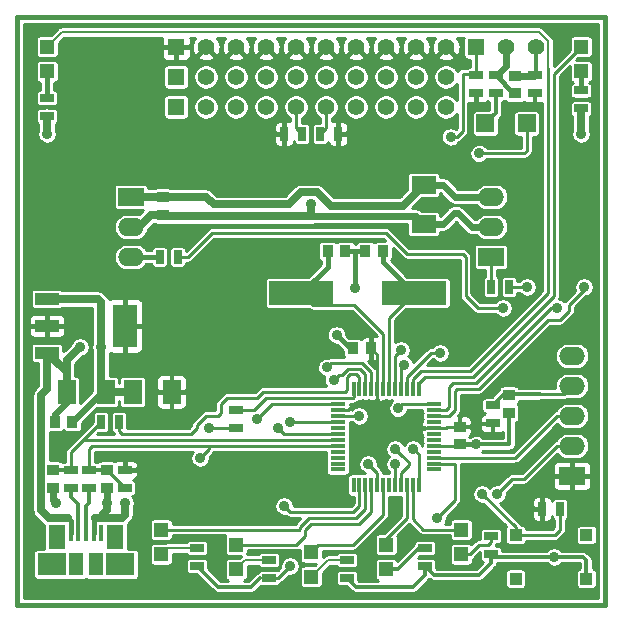
<source format=gtl>
G04 (created by PCBNEW-RS274X (2012-01-19 BZR 3256)-stable) date 3/28/2013 11:41:19 PM*
G01*
G70*
G90*
%MOIN*%
G04 Gerber Fmt 3.4, Leading zero omitted, Abs format*
%FSLAX34Y34*%
G04 APERTURE LIST*
%ADD10C,0.006000*%
%ADD11C,0.015000*%
%ADD12R,0.045000X0.025000*%
%ADD13R,0.025000X0.045000*%
%ADD14R,0.046200X0.074700*%
%ADD15R,0.093500X0.074700*%
%ADD16R,0.058000X0.082700*%
%ADD17R,0.017700X0.054300*%
%ADD18R,0.047200X0.047200*%
%ADD19R,0.086600X0.060000*%
%ADD20O,0.086600X0.060000*%
%ADD21R,0.039400X0.039400*%
%ADD22R,0.080000X0.144000*%
%ADD23R,0.080000X0.040000*%
%ADD24R,0.011800X0.051200*%
%ADD25R,0.051200X0.011800*%
%ADD26R,0.060000X0.080000*%
%ADD27R,0.080000X0.060000*%
%ADD28R,0.055000X0.055000*%
%ADD29C,0.055000*%
%ADD30R,0.059000X0.059000*%
%ADD31R,0.216500X0.078700*%
%ADD32R,0.035400X0.039400*%
%ADD33R,0.039400X0.035400*%
%ADD34C,0.035000*%
%ADD35C,0.009800*%
%ADD36C,0.027600*%
%ADD37C,0.023600*%
%ADD38C,0.015700*%
%ADD39C,0.008000*%
%ADD40C,0.013800*%
%ADD41C,0.011800*%
%ADD42C,0.017700*%
%ADD43C,0.010000*%
G04 APERTURE END LIST*
G54D10*
G54D11*
X51200Y-37600D02*
X51200Y-18000D01*
X70800Y-37600D02*
X51200Y-37600D01*
X70800Y-18000D02*
X70800Y-37600D01*
X51200Y-18000D02*
X70800Y-18000D01*
G54D12*
X53600Y-33700D03*
X53600Y-33100D03*
X53000Y-33100D03*
X53000Y-33700D03*
G54D13*
X67000Y-27000D03*
X67600Y-27000D03*
G54D12*
X67050Y-31550D03*
X67050Y-30950D03*
X52200Y-20700D03*
X52200Y-21300D03*
G54D14*
X53170Y-36250D03*
X53830Y-36250D03*
G54D15*
X54647Y-36250D03*
X52353Y-36250D03*
G54D16*
X54469Y-35345D03*
X52531Y-35345D03*
G54D17*
X52988Y-35203D03*
X53244Y-35203D03*
X53500Y-35203D03*
X53756Y-35203D03*
X54012Y-35203D03*
G54D18*
X52200Y-18987D03*
X52200Y-19813D03*
X70000Y-18987D03*
X70000Y-19813D03*
X56000Y-35087D03*
X56000Y-35913D03*
X58500Y-35587D03*
X58500Y-36413D03*
X61000Y-35837D03*
X61000Y-36663D03*
G54D19*
X67000Y-26000D03*
G54D20*
X67000Y-25000D03*
X67000Y-24000D03*
G54D13*
X68700Y-34400D03*
X69300Y-34400D03*
X56550Y-26000D03*
X55950Y-26000D03*
G54D12*
X70000Y-20450D03*
X70000Y-21050D03*
X57200Y-35700D03*
X57200Y-36300D03*
X59600Y-36100D03*
X59600Y-36700D03*
X62200Y-36100D03*
X62200Y-36700D03*
X64800Y-35700D03*
X64800Y-36300D03*
X67000Y-35300D03*
X67000Y-35900D03*
X58500Y-31700D03*
X58500Y-31100D03*
G54D13*
X54600Y-31500D03*
X54000Y-31500D03*
G54D12*
X54800Y-33100D03*
X54800Y-33700D03*
G54D19*
X55000Y-24000D03*
G54D20*
X55000Y-25000D03*
X55000Y-26000D03*
G54D18*
X63500Y-35587D03*
X63500Y-36413D03*
X66000Y-35087D03*
X66000Y-35913D03*
G54D21*
X70181Y-36728D03*
X67819Y-35272D03*
X70181Y-35272D03*
X67819Y-36728D03*
G54D22*
X54800Y-28300D03*
G54D23*
X52200Y-28300D03*
X52200Y-29200D03*
X52200Y-27400D03*
G54D24*
X63992Y-30386D03*
X63795Y-30386D03*
X63598Y-30386D03*
X63402Y-30386D03*
X63205Y-30386D03*
X64583Y-30386D03*
X64386Y-30386D03*
X64189Y-30386D03*
G54D25*
X61886Y-30917D03*
X61886Y-31114D03*
X61886Y-31311D03*
X61886Y-31508D03*
X61886Y-31705D03*
X61886Y-31902D03*
X61886Y-32098D03*
X61886Y-32295D03*
G54D24*
X62417Y-33614D03*
X62614Y-33614D03*
X62811Y-33614D03*
X63008Y-33614D03*
X63205Y-33614D03*
X63402Y-33614D03*
X63598Y-33614D03*
X63795Y-33614D03*
G54D25*
X65114Y-33083D03*
X65114Y-32886D03*
X65114Y-32689D03*
X65114Y-32492D03*
X65114Y-32295D03*
X65114Y-32098D03*
X65114Y-31902D03*
X65114Y-31705D03*
G54D24*
X63008Y-30386D03*
X62811Y-30386D03*
X62614Y-30386D03*
X62417Y-30386D03*
G54D25*
X61886Y-32492D03*
X61886Y-32689D03*
X61886Y-32886D03*
X61886Y-33083D03*
G54D24*
X63992Y-33614D03*
X64189Y-33614D03*
X64386Y-33614D03*
X64583Y-33614D03*
G54D25*
X65114Y-31508D03*
X65114Y-31311D03*
X65114Y-31114D03*
X65114Y-30917D03*
G54D26*
X52850Y-30500D03*
X54150Y-30500D03*
X56350Y-30500D03*
X55050Y-30500D03*
G54D27*
X64750Y-23600D03*
X64750Y-24900D03*
G54D13*
X60700Y-21900D03*
X60100Y-21900D03*
X61300Y-21900D03*
X61900Y-21900D03*
G54D28*
X56500Y-20000D03*
G54D29*
X57500Y-20000D03*
X58500Y-20000D03*
X59500Y-20000D03*
X60500Y-20000D03*
X61500Y-20000D03*
X62500Y-20000D03*
X63500Y-20000D03*
X64500Y-20000D03*
X65500Y-20000D03*
G54D28*
X56500Y-19000D03*
G54D29*
X57500Y-19000D03*
X58500Y-19000D03*
X59500Y-19000D03*
X60500Y-19000D03*
X61500Y-19000D03*
X62500Y-19000D03*
X63500Y-19000D03*
X64500Y-19000D03*
X65500Y-19000D03*
G54D28*
X56500Y-21000D03*
G54D29*
X57500Y-21000D03*
X58500Y-21000D03*
X59500Y-21000D03*
X60500Y-21000D03*
X61500Y-21000D03*
X62500Y-21000D03*
X63500Y-21000D03*
X64500Y-21000D03*
X65500Y-21000D03*
G54D12*
X68450Y-19950D03*
X68450Y-20550D03*
X67150Y-20550D03*
X67150Y-19950D03*
X66500Y-20550D03*
X66500Y-19950D03*
G54D30*
X68188Y-21550D03*
X66812Y-21550D03*
G54D28*
X66500Y-19000D03*
G54D29*
X67500Y-19000D03*
X68500Y-19000D03*
G54D31*
X60680Y-27200D03*
X64420Y-27200D03*
G54D32*
X52454Y-31500D03*
X53046Y-31500D03*
G54D33*
X67600Y-30604D03*
X67600Y-31196D03*
X56050Y-24004D03*
X56050Y-24596D03*
X65950Y-31654D03*
X65950Y-32246D03*
G54D32*
X62996Y-29050D03*
X62404Y-29050D03*
X61554Y-25800D03*
X62146Y-25800D03*
X63396Y-25800D03*
X62804Y-25800D03*
G54D33*
X54200Y-33104D03*
X54200Y-33696D03*
X52400Y-33104D03*
X52400Y-33696D03*
X67800Y-19954D03*
X67800Y-20546D03*
G54D19*
X69700Y-33300D03*
G54D20*
X69700Y-32300D03*
X69700Y-31300D03*
X69700Y-30300D03*
X69700Y-29300D03*
G54D34*
X53300Y-29000D03*
X63800Y-32900D03*
X63800Y-32400D03*
X61750Y-30100D03*
X61525Y-29675D03*
X63900Y-31050D03*
X65650Y-22000D03*
X64400Y-32400D03*
X66600Y-22550D03*
X64100Y-29600D03*
X66700Y-33900D03*
X60100Y-34300D03*
X65200Y-34700D03*
X65300Y-29200D03*
X59200Y-31400D03*
X62600Y-31300D03*
X60300Y-31500D03*
X68200Y-27000D03*
X70100Y-27000D03*
X69200Y-27700D03*
X67400Y-27700D03*
X59900Y-31700D03*
X62900Y-32900D03*
X67200Y-33900D03*
X69100Y-36000D03*
X54800Y-34200D03*
X54200Y-34200D03*
X60300Y-36300D03*
X61850Y-28600D03*
X66500Y-32250D03*
X64000Y-29100D03*
X52500Y-34200D03*
X62450Y-27050D03*
X61000Y-24250D03*
X52200Y-21900D03*
X70000Y-21900D03*
X54000Y-29000D03*
X57600Y-31700D03*
X57300Y-32700D03*
G54D35*
X65495Y-31705D02*
X65114Y-31705D01*
X62400Y-30950D02*
X62236Y-31114D01*
X63000Y-30950D02*
X62400Y-30950D01*
X63205Y-30745D02*
X63000Y-30950D01*
X63205Y-29259D02*
X62996Y-29050D01*
X63205Y-30386D02*
X63205Y-29259D01*
X63205Y-30386D02*
X63205Y-30745D01*
X62236Y-31114D02*
X61886Y-31114D01*
X63205Y-30386D02*
X63205Y-31005D01*
X63905Y-31705D02*
X65114Y-31705D01*
X63205Y-31005D02*
X63905Y-31705D01*
X65950Y-31654D02*
X65546Y-31654D01*
X65546Y-31654D02*
X65495Y-31705D01*
G54D36*
X52850Y-29450D02*
X53300Y-29000D01*
X52850Y-30500D02*
X52850Y-29450D01*
X52900Y-34700D02*
X52250Y-34700D01*
X52000Y-34400D02*
X52000Y-34450D01*
X60650Y-23850D02*
X61200Y-23850D01*
X57750Y-24250D02*
X57504Y-24004D01*
X57504Y-24004D02*
X56050Y-24004D01*
X58000Y-24250D02*
X57750Y-24250D01*
X61200Y-23850D02*
X61650Y-24300D01*
G54D37*
X55004Y-24004D02*
X55000Y-24000D01*
G54D36*
X52000Y-30600D02*
X52000Y-31750D01*
G54D37*
X64750Y-23600D02*
X65396Y-23600D01*
X52454Y-31246D02*
X52454Y-31500D01*
G54D38*
X52988Y-34788D02*
X52900Y-34700D01*
G54D36*
X52200Y-30400D02*
X52000Y-30600D01*
X56050Y-24004D02*
X55004Y-24004D01*
X52850Y-29850D02*
X52200Y-29200D01*
X52000Y-34450D02*
X52250Y-34700D01*
X52850Y-30500D02*
X52850Y-29850D01*
X60250Y-24250D02*
X60650Y-23850D01*
X58000Y-24250D02*
X60250Y-24250D01*
X57800Y-24250D02*
X58000Y-24250D01*
G54D37*
X65796Y-24000D02*
X67000Y-24000D01*
X65396Y-23600D02*
X65796Y-24000D01*
G54D36*
X52000Y-31750D02*
X52000Y-34400D01*
G54D38*
X52988Y-35203D02*
X52988Y-34788D01*
G54D36*
X64050Y-24300D02*
X64750Y-23600D01*
G54D37*
X52850Y-30850D02*
X52454Y-31246D01*
G54D36*
X52200Y-30400D02*
X52200Y-29200D01*
G54D37*
X52850Y-30500D02*
X52850Y-30850D01*
G54D36*
X61650Y-24300D02*
X64050Y-24300D01*
G54D35*
X63795Y-32905D02*
X63795Y-33614D01*
X63795Y-32905D02*
X63800Y-32900D01*
X64250Y-32850D02*
X64250Y-32950D01*
X63800Y-32400D02*
X64000Y-32600D01*
X64000Y-32600D02*
X64250Y-32850D01*
X64250Y-32950D02*
X63992Y-33208D01*
X63992Y-33208D02*
X63992Y-33614D01*
X62811Y-30386D02*
X62811Y-29911D01*
X62021Y-29925D02*
X61925Y-29925D01*
X62811Y-29911D02*
X62621Y-29721D01*
X61925Y-29925D02*
X61750Y-30100D01*
X62621Y-29721D02*
X62225Y-29721D01*
X62225Y-29721D02*
X62021Y-29925D01*
X61675Y-29525D02*
X61525Y-29675D01*
X63008Y-30386D02*
X63008Y-29833D01*
X62700Y-29525D02*
X61675Y-29525D01*
X63008Y-29833D02*
X62700Y-29525D01*
X65114Y-30917D02*
X64033Y-30917D01*
X66450Y-19900D02*
X66500Y-19850D01*
X66050Y-19900D02*
X66050Y-21800D01*
X63900Y-31050D02*
X64033Y-30917D01*
X65850Y-22000D02*
X65650Y-22000D01*
X66500Y-19850D02*
X66500Y-19000D01*
X66050Y-19900D02*
X66450Y-19900D01*
X66050Y-21800D02*
X65850Y-22000D01*
X66450Y-19900D02*
X66500Y-19950D01*
X64583Y-32583D02*
X64400Y-32400D01*
X66600Y-22550D02*
X68100Y-22550D01*
X68100Y-22550D02*
X68188Y-22462D01*
X64583Y-33614D02*
X64583Y-32583D01*
X68188Y-22462D02*
X68188Y-21550D01*
X66700Y-33900D02*
X67819Y-35019D01*
X63992Y-30386D02*
X63992Y-29708D01*
X69128Y-35272D02*
X67819Y-35272D01*
X69300Y-35100D02*
X69128Y-35272D01*
X63992Y-29708D02*
X64100Y-29600D01*
X67819Y-35019D02*
X67819Y-35272D01*
X69300Y-34400D02*
X69300Y-35100D01*
X64386Y-30386D02*
X64386Y-30068D01*
G54D39*
X52687Y-18500D02*
X52200Y-18987D01*
G54D35*
X64700Y-29800D02*
X66300Y-29800D01*
X68900Y-27200D02*
X68900Y-19700D01*
X64654Y-29800D02*
X64700Y-29800D01*
G54D39*
X68600Y-18500D02*
X52687Y-18500D01*
G54D35*
X66300Y-29800D02*
X68900Y-27200D01*
G54D39*
X68900Y-19700D02*
X68900Y-18800D01*
X68900Y-18800D02*
X68600Y-18500D01*
G54D35*
X64386Y-30068D02*
X64654Y-29800D01*
X64800Y-30000D02*
X66400Y-30000D01*
X64583Y-30217D02*
X64800Y-30000D01*
X66400Y-30000D02*
X69100Y-27300D01*
X69100Y-19887D02*
X70000Y-18987D01*
X64583Y-30386D02*
X64583Y-30217D01*
X69100Y-27300D02*
X69100Y-19887D01*
X62811Y-34389D02*
X62811Y-33614D01*
X62500Y-34700D02*
X62811Y-34389D01*
X60921Y-34700D02*
X60621Y-35000D01*
X56000Y-35087D02*
X57613Y-35087D01*
X62500Y-34700D02*
X60921Y-34700D01*
X60621Y-35000D02*
X60621Y-35079D01*
X60613Y-35087D02*
X57613Y-35087D01*
X60621Y-35079D02*
X60613Y-35087D01*
X61000Y-34900D02*
X60800Y-35100D01*
X62600Y-34900D02*
X61000Y-34900D01*
X60800Y-35100D02*
X60800Y-35300D01*
X63008Y-33614D02*
X63008Y-34492D01*
X60513Y-35587D02*
X58500Y-35587D01*
X60800Y-35300D02*
X60513Y-35587D01*
X62600Y-34900D02*
X63008Y-34492D01*
X63402Y-34598D02*
X62400Y-35600D01*
X61237Y-35600D02*
X61000Y-35837D01*
X63402Y-33614D02*
X63402Y-34598D01*
X62400Y-35600D02*
X61237Y-35600D01*
X63500Y-35400D02*
X63500Y-35587D01*
X64189Y-33614D02*
X64189Y-34711D01*
X64189Y-34711D02*
X63500Y-35400D01*
X64386Y-33614D02*
X64386Y-34736D01*
X64737Y-35087D02*
X66000Y-35087D01*
X64386Y-34736D02*
X64737Y-35087D01*
X62614Y-34286D02*
X62400Y-34500D01*
X62400Y-34500D02*
X60300Y-34500D01*
X62614Y-34286D02*
X62614Y-33614D01*
X60300Y-34500D02*
X60100Y-34300D01*
X65114Y-32886D02*
X65786Y-32886D01*
X65786Y-32886D02*
X65800Y-32900D01*
X65800Y-32900D02*
X65800Y-34100D01*
X65800Y-34100D02*
X65200Y-34700D01*
X68617Y-30570D02*
X69430Y-30570D01*
G54D40*
X67396Y-30604D02*
X67050Y-30950D01*
X67600Y-30604D02*
X67634Y-30570D01*
G54D35*
X69430Y-30570D02*
X69700Y-30300D01*
G54D40*
X67600Y-30604D02*
X67396Y-30604D01*
G54D35*
X64189Y-30386D02*
X64189Y-30011D01*
X64189Y-30011D02*
X65000Y-29200D01*
X65000Y-29200D02*
X65300Y-29200D01*
G54D40*
X68617Y-30570D02*
X67634Y-30570D01*
G54D35*
X59200Y-30700D02*
X58200Y-30700D01*
X62614Y-30014D02*
X62614Y-30386D01*
X58000Y-30900D02*
X58000Y-31200D01*
X62121Y-30500D02*
X59400Y-30500D01*
X59400Y-30500D02*
X59200Y-30700D01*
X62300Y-29900D02*
X62200Y-30000D01*
X54600Y-31500D02*
X54600Y-31800D01*
X57200Y-31700D02*
X57000Y-31900D01*
X62200Y-30000D02*
X62200Y-30421D01*
X62200Y-30421D02*
X62121Y-30500D01*
X57200Y-31600D02*
X57200Y-31700D01*
X58200Y-30700D02*
X58000Y-30900D01*
X57000Y-31900D02*
X54700Y-31900D01*
X58000Y-31200D02*
X57900Y-31300D01*
X62500Y-29900D02*
X62300Y-29900D01*
X54700Y-31900D02*
X54600Y-31800D01*
X57900Y-31300D02*
X57500Y-31300D01*
X57500Y-31300D02*
X57200Y-31600D01*
X62614Y-30014D02*
X62500Y-29900D01*
X59683Y-30917D02*
X59200Y-31400D01*
X61886Y-30917D02*
X59683Y-30917D01*
X61886Y-31311D02*
X62589Y-31311D01*
X61500Y-21000D02*
X61500Y-21700D01*
X62589Y-31311D02*
X62600Y-31300D01*
X61500Y-21700D02*
X61300Y-21900D01*
X61886Y-31508D02*
X60308Y-31508D01*
X60308Y-31508D02*
X60300Y-31500D01*
X60500Y-21000D02*
X60500Y-21700D01*
X60500Y-21700D02*
X60700Y-21900D01*
X60308Y-31508D02*
X60300Y-31500D01*
X68900Y-28100D02*
X66600Y-30400D01*
X69600Y-27800D02*
X69300Y-28100D01*
X67600Y-27000D02*
X68200Y-27000D01*
X70100Y-27000D02*
X70100Y-27100D01*
X65800Y-31100D02*
X65589Y-31311D01*
X70100Y-27100D02*
X69600Y-27600D01*
X65589Y-31311D02*
X65114Y-31311D01*
X69300Y-28100D02*
X68900Y-28100D01*
X69600Y-27600D02*
X69600Y-27800D01*
X65879Y-30400D02*
X65800Y-30479D01*
X66600Y-30400D02*
X65879Y-30400D01*
X65800Y-30479D02*
X65800Y-31100D01*
X66150Y-26000D02*
X66150Y-27300D01*
X57700Y-25200D02*
X63500Y-25200D01*
X66050Y-25900D02*
X66150Y-26000D01*
X56900Y-26000D02*
X57700Y-25200D01*
X66550Y-27700D02*
X67400Y-27700D01*
X65721Y-30200D02*
X65600Y-30321D01*
X65486Y-31114D02*
X65114Y-31114D01*
X63500Y-25200D02*
X64200Y-25900D01*
X56550Y-26000D02*
X56900Y-26000D01*
X69000Y-27700D02*
X66500Y-30200D01*
X66500Y-30200D02*
X65721Y-30200D01*
X65600Y-30321D02*
X65600Y-31000D01*
X69200Y-27700D02*
X69000Y-27700D01*
X66000Y-25900D02*
X66050Y-25900D01*
X64200Y-25900D02*
X65400Y-25900D01*
X66150Y-27300D02*
X66550Y-27700D01*
X66000Y-25900D02*
X65400Y-25900D01*
X65600Y-31000D02*
X65486Y-31114D01*
X61002Y-31902D02*
X60102Y-31902D01*
X60102Y-31902D02*
X59900Y-31700D01*
X61886Y-31902D02*
X61002Y-31902D01*
X67200Y-33900D02*
X67700Y-33400D01*
X68100Y-33400D02*
X69200Y-32300D01*
X63205Y-33614D02*
X63205Y-33205D01*
X63205Y-33205D02*
X62900Y-32900D01*
X67700Y-33400D02*
X68100Y-33400D01*
X69200Y-32300D02*
X69700Y-32300D01*
X65114Y-32689D02*
X67811Y-32689D01*
X69200Y-31300D02*
X69700Y-31300D01*
X67811Y-32689D02*
X69200Y-31300D01*
X58500Y-31100D02*
X59100Y-31100D01*
X62400Y-30700D02*
X62417Y-30683D01*
X59100Y-31100D02*
X59400Y-30800D01*
X59500Y-30700D02*
X62400Y-30700D01*
X59400Y-30800D02*
X59500Y-30700D01*
X62417Y-30683D02*
X62417Y-30386D01*
G54D40*
X53244Y-35203D02*
X53244Y-34244D01*
X53000Y-34000D02*
X53000Y-33700D01*
X53244Y-34244D02*
X53000Y-34000D01*
X53500Y-35203D02*
X53500Y-34300D01*
X53500Y-34300D02*
X53600Y-34200D01*
X53600Y-34200D02*
X53600Y-33700D01*
G54D37*
X67500Y-19650D02*
X67200Y-19950D01*
G54D35*
X65901Y-32295D02*
X65950Y-32246D01*
G54D38*
X67800Y-20546D02*
X67746Y-20546D01*
G54D37*
X65750Y-24546D02*
X65896Y-24546D01*
G54D41*
X70181Y-36119D02*
X70062Y-36000D01*
G54D35*
X59600Y-36700D02*
X59900Y-36700D01*
G54D41*
X65100Y-36600D02*
X64800Y-36300D01*
G54D36*
X54700Y-34700D02*
X54800Y-34600D01*
G54D37*
X65896Y-24546D02*
X66350Y-25000D01*
G54D38*
X62300Y-29050D02*
X61850Y-28600D01*
X53756Y-34732D02*
X53788Y-34700D01*
X67746Y-20546D02*
X67150Y-19950D01*
X62404Y-29050D02*
X62300Y-29050D01*
G54D37*
X52400Y-34100D02*
X52500Y-34200D01*
X65396Y-24900D02*
X65750Y-24546D01*
G54D41*
X67000Y-36200D02*
X66600Y-36600D01*
X67100Y-36000D02*
X67000Y-35900D01*
G54D38*
X62450Y-25800D02*
X62450Y-27050D01*
G54D37*
X52400Y-33696D02*
X52400Y-34100D01*
G54D41*
X66600Y-36600D02*
X65100Y-36600D01*
G54D36*
X54800Y-34600D02*
X54800Y-34200D01*
G54D37*
X66350Y-25000D02*
X67000Y-25000D01*
G54D35*
X65114Y-32295D02*
X65901Y-32295D01*
G54D37*
X61000Y-24650D02*
X64500Y-24650D01*
G54D38*
X62146Y-25800D02*
X62450Y-25800D01*
G54D41*
X69100Y-36000D02*
X67100Y-36000D01*
G54D39*
X59600Y-36700D02*
X59300Y-36700D01*
G54D42*
X54162Y-34200D02*
X54200Y-34200D01*
G54D36*
X53950Y-34700D02*
X54200Y-34450D01*
G54D41*
X64400Y-37000D02*
X62500Y-37000D01*
G54D37*
X56104Y-24650D02*
X56050Y-24596D01*
G54D41*
X62500Y-37000D02*
X62200Y-36700D01*
G54D36*
X55654Y-24596D02*
X55250Y-25000D01*
X57000Y-24650D02*
X61000Y-24650D01*
G54D37*
X64750Y-24900D02*
X65396Y-24900D01*
X67200Y-19950D02*
X67150Y-19950D01*
G54D41*
X67000Y-35900D02*
X67000Y-36200D01*
G54D35*
X59900Y-36700D02*
X60300Y-36300D01*
G54D37*
X64500Y-24650D02*
X64750Y-24900D01*
G54D42*
X66496Y-32246D02*
X65950Y-32246D01*
G54D40*
X67600Y-31196D02*
X67600Y-32250D01*
G54D38*
X62450Y-25800D02*
X62804Y-25800D01*
G54D36*
X61000Y-24650D02*
X61000Y-24250D01*
X54200Y-34450D02*
X54200Y-34200D01*
G54D41*
X59300Y-36700D02*
X59000Y-37000D01*
G54D36*
X53950Y-34700D02*
X54700Y-34700D01*
X56050Y-24596D02*
X55654Y-24596D01*
X53788Y-34700D02*
X53950Y-34700D01*
X52200Y-21300D02*
X52200Y-21900D01*
G54D41*
X64800Y-36600D02*
X64400Y-37000D01*
X59000Y-37000D02*
X57900Y-37000D01*
X70181Y-36728D02*
X70181Y-36119D01*
G54D36*
X57000Y-24650D02*
X56104Y-24650D01*
X70000Y-21050D02*
X70000Y-21900D01*
G54D37*
X54200Y-33696D02*
X54200Y-34200D01*
G54D42*
X66496Y-32246D02*
X66500Y-32250D01*
G54D36*
X55250Y-25000D02*
X55000Y-25000D01*
G54D35*
X63795Y-29305D02*
X64000Y-29100D01*
G54D41*
X64800Y-36300D02*
X64800Y-36600D01*
G54D40*
X67600Y-32250D02*
X66500Y-32250D01*
G54D41*
X57900Y-37000D02*
X57200Y-36300D01*
G54D38*
X53756Y-35203D02*
X53756Y-34732D01*
G54D39*
X62200Y-36700D02*
X62200Y-36800D01*
G54D35*
X54200Y-34300D02*
X54200Y-34200D01*
X63795Y-29305D02*
X63795Y-30386D01*
G54D41*
X70062Y-36000D02*
X69100Y-36000D01*
G54D37*
X67500Y-19000D02*
X67500Y-19650D01*
X54046Y-30500D02*
X53046Y-31500D01*
G54D36*
X52200Y-27400D02*
X53900Y-27400D01*
G54D37*
X54150Y-30500D02*
X54046Y-30500D01*
G54D36*
X54000Y-27500D02*
X54000Y-29000D01*
X54000Y-29000D02*
X54000Y-30350D01*
X54000Y-30350D02*
X54150Y-30500D01*
X55050Y-30500D02*
X54150Y-30500D01*
X53900Y-27400D02*
X54000Y-27500D01*
G54D41*
X63887Y-36413D02*
X63500Y-36413D01*
X64800Y-35700D02*
X64600Y-35700D01*
X64600Y-35700D02*
X63887Y-36413D01*
G54D35*
X66600Y-35600D02*
X66287Y-35913D01*
X66287Y-35913D02*
X66000Y-35913D01*
X67000Y-35500D02*
X66900Y-35600D01*
X67000Y-35300D02*
X67000Y-35500D01*
X66900Y-35600D02*
X66600Y-35600D01*
G54D39*
X61563Y-36100D02*
X61000Y-36663D01*
X62200Y-36100D02*
X61563Y-36100D01*
X59600Y-36100D02*
X58813Y-36100D01*
X58813Y-36100D02*
X58500Y-36413D01*
G54D42*
X52200Y-19813D02*
X52200Y-20700D01*
G54D35*
X67000Y-26000D02*
X67000Y-27000D01*
X63598Y-30386D02*
X63598Y-29002D01*
G54D38*
X63396Y-25800D02*
X63396Y-26176D01*
G54D35*
X63598Y-28022D02*
X64420Y-27200D01*
X63598Y-29002D02*
X63598Y-28022D01*
G54D38*
X63396Y-26176D02*
X64420Y-27200D01*
G54D35*
X61080Y-27600D02*
X60680Y-27200D01*
G54D38*
X61554Y-25800D02*
X61554Y-26326D01*
G54D35*
X62435Y-27600D02*
X61080Y-27600D01*
X63402Y-30386D02*
X63402Y-28567D01*
G54D38*
X61554Y-26326D02*
X60680Y-27200D01*
G54D35*
X63402Y-28567D02*
X62435Y-27600D01*
X53000Y-32500D02*
X53402Y-32098D01*
X53402Y-32098D02*
X61886Y-32098D01*
G54D40*
X53000Y-33100D02*
X52404Y-33100D01*
X52404Y-33100D02*
X52400Y-33104D01*
G54D35*
X53402Y-32098D02*
X54000Y-31500D01*
X53000Y-33100D02*
X53000Y-32500D01*
G54D42*
X70000Y-20450D02*
X70000Y-19813D01*
G54D39*
X57200Y-35700D02*
X56213Y-35700D01*
X56213Y-35700D02*
X56000Y-35913D01*
G54D42*
X55000Y-26000D02*
X55950Y-26000D01*
G54D40*
X67150Y-21212D02*
X66812Y-21550D01*
X67150Y-20550D02*
X67150Y-21212D01*
G54D35*
X57600Y-32400D02*
X57600Y-32295D01*
X57300Y-32700D02*
X57600Y-32400D01*
X53705Y-32295D02*
X57100Y-32295D01*
X58500Y-31700D02*
X57600Y-31700D01*
X53600Y-32400D02*
X53705Y-32295D01*
X53600Y-32400D02*
X53600Y-33100D01*
X57600Y-32295D02*
X57100Y-32295D01*
G54D41*
X54200Y-33104D02*
X54204Y-33104D01*
X54204Y-33104D02*
X54800Y-33700D01*
G54D35*
X61886Y-32295D02*
X57600Y-32295D01*
G54D41*
X54196Y-33100D02*
X54200Y-33104D01*
X53600Y-33100D02*
X54196Y-33100D01*
G54D37*
X67800Y-19954D02*
X68446Y-19954D01*
X68446Y-19954D02*
X68450Y-19950D01*
G54D40*
X68450Y-19950D02*
X68400Y-19950D01*
X68500Y-19900D02*
X68450Y-19950D01*
X68500Y-19000D02*
X68500Y-19900D01*
G54D10*
G36*
X70577Y-37377D02*
X70525Y-37377D01*
X70525Y-36941D01*
X70525Y-36912D01*
X70525Y-36517D01*
X70525Y-35485D01*
X70525Y-35456D01*
X70525Y-35061D01*
X70519Y-35033D01*
X70509Y-35006D01*
X70493Y-34982D01*
X70472Y-34961D01*
X70449Y-34945D01*
X70422Y-34934D01*
X70422Y-26968D01*
X70410Y-26906D01*
X70386Y-26848D01*
X70372Y-26827D01*
X70372Y-21191D01*
X70372Y-21162D01*
X70372Y-20911D01*
X70366Y-20883D01*
X70356Y-20856D01*
X70340Y-20832D01*
X70319Y-20811D01*
X70296Y-20795D01*
X70269Y-20784D01*
X70241Y-20778D01*
X70212Y-20778D01*
X70084Y-20778D01*
X70058Y-20770D01*
X70002Y-20764D01*
X69946Y-20769D01*
X69916Y-20778D01*
X69761Y-20778D01*
X69733Y-20784D01*
X69706Y-20794D01*
X69682Y-20810D01*
X69661Y-20831D01*
X69645Y-20854D01*
X69634Y-20881D01*
X69628Y-20909D01*
X69628Y-20938D01*
X69628Y-21189D01*
X69634Y-21217D01*
X69644Y-21244D01*
X69660Y-21268D01*
X69681Y-21289D01*
X69704Y-21305D01*
X69714Y-21309D01*
X69714Y-21748D01*
X69691Y-21803D01*
X69678Y-21864D01*
X69678Y-21928D01*
X69689Y-21990D01*
X69712Y-22048D01*
X69747Y-22101D01*
X69791Y-22147D01*
X69843Y-22183D01*
X69900Y-22208D01*
X69962Y-22221D01*
X70025Y-22223D01*
X70087Y-22212D01*
X70146Y-22189D01*
X70200Y-22155D01*
X70245Y-22111D01*
X70282Y-22059D01*
X70307Y-22002D01*
X70321Y-21940D01*
X70322Y-21868D01*
X70310Y-21806D01*
X70286Y-21748D01*
X70286Y-21308D01*
X70294Y-21306D01*
X70318Y-21290D01*
X70339Y-21269D01*
X70355Y-21246D01*
X70366Y-21219D01*
X70372Y-21191D01*
X70372Y-26827D01*
X70350Y-26795D01*
X70306Y-26750D01*
X70254Y-26715D01*
X70195Y-26691D01*
X70133Y-26678D01*
X70070Y-26678D01*
X70008Y-26690D01*
X69950Y-26713D01*
X69897Y-26748D01*
X69852Y-26792D01*
X69816Y-26844D01*
X69791Y-26903D01*
X69778Y-26964D01*
X69778Y-27028D01*
X69789Y-27090D01*
X69801Y-27120D01*
X69467Y-27455D01*
X69462Y-27459D01*
X69440Y-27485D01*
X69406Y-27450D01*
X69354Y-27415D01*
X69295Y-27391D01*
X69276Y-27387D01*
X69281Y-27378D01*
X69281Y-27376D01*
X69293Y-27341D01*
X69293Y-27339D01*
X69297Y-27303D01*
X69297Y-27301D01*
X69297Y-27300D01*
X69297Y-19968D01*
X69617Y-19648D01*
X69617Y-20063D01*
X69623Y-20091D01*
X69633Y-20118D01*
X69649Y-20142D01*
X69670Y-20163D01*
X69693Y-20179D01*
X69718Y-20189D01*
X69706Y-20194D01*
X69682Y-20210D01*
X69661Y-20231D01*
X69645Y-20254D01*
X69634Y-20281D01*
X69628Y-20309D01*
X69628Y-20338D01*
X69628Y-20589D01*
X69634Y-20617D01*
X69644Y-20644D01*
X69660Y-20668D01*
X69681Y-20689D01*
X69704Y-20705D01*
X69731Y-20716D01*
X69759Y-20722D01*
X69788Y-20722D01*
X70239Y-20722D01*
X70267Y-20716D01*
X70294Y-20706D01*
X70318Y-20690D01*
X70339Y-20669D01*
X70355Y-20646D01*
X70366Y-20619D01*
X70372Y-20591D01*
X70372Y-20562D01*
X70372Y-20311D01*
X70366Y-20283D01*
X70356Y-20256D01*
X70340Y-20232D01*
X70319Y-20211D01*
X70296Y-20195D01*
X70281Y-20188D01*
X70305Y-20180D01*
X70329Y-20164D01*
X70350Y-20143D01*
X70366Y-20120D01*
X70377Y-20093D01*
X70383Y-20065D01*
X70383Y-20036D01*
X70383Y-19563D01*
X70377Y-19535D01*
X70367Y-19508D01*
X70351Y-19484D01*
X70330Y-19463D01*
X70307Y-19447D01*
X70280Y-19436D01*
X70252Y-19430D01*
X70223Y-19430D01*
X69835Y-19430D01*
X69895Y-19370D01*
X70250Y-19370D01*
X70278Y-19364D01*
X70305Y-19354D01*
X70329Y-19338D01*
X70350Y-19317D01*
X70366Y-19294D01*
X70377Y-19267D01*
X70383Y-19239D01*
X70383Y-19210D01*
X70383Y-18737D01*
X70377Y-18709D01*
X70367Y-18682D01*
X70351Y-18658D01*
X70330Y-18637D01*
X70307Y-18621D01*
X70280Y-18610D01*
X70252Y-18604D01*
X70223Y-18604D01*
X69750Y-18604D01*
X69722Y-18610D01*
X69695Y-18620D01*
X69671Y-18636D01*
X69650Y-18657D01*
X69634Y-18680D01*
X69623Y-18707D01*
X69617Y-18735D01*
X69617Y-18764D01*
X69617Y-19091D01*
X69088Y-19620D01*
X69088Y-18801D01*
X69088Y-18800D01*
X69084Y-18765D01*
X69084Y-18763D01*
X69074Y-18730D01*
X69074Y-18728D01*
X69057Y-18697D01*
X69057Y-18696D01*
X69047Y-18685D01*
X69035Y-18669D01*
X69033Y-18667D01*
X68734Y-18368D01*
X68733Y-18367D01*
X68726Y-18362D01*
X68706Y-18345D01*
X68704Y-18344D01*
X68674Y-18327D01*
X68673Y-18326D01*
X68672Y-18326D01*
X68637Y-18315D01*
X68623Y-18314D01*
X68603Y-18312D01*
X68600Y-18312D01*
X52688Y-18312D01*
X52687Y-18312D01*
X52650Y-18316D01*
X52615Y-18326D01*
X52583Y-18343D01*
X52572Y-18352D01*
X52556Y-18365D01*
X52554Y-18368D01*
X52317Y-18604D01*
X51950Y-18604D01*
X51922Y-18610D01*
X51895Y-18620D01*
X51871Y-18636D01*
X51850Y-18657D01*
X51834Y-18680D01*
X51823Y-18707D01*
X51817Y-18735D01*
X51817Y-18764D01*
X51817Y-19237D01*
X51823Y-19265D01*
X51833Y-19292D01*
X51849Y-19316D01*
X51870Y-19337D01*
X51893Y-19353D01*
X51920Y-19364D01*
X51948Y-19370D01*
X51977Y-19370D01*
X52450Y-19370D01*
X52478Y-19364D01*
X52505Y-19354D01*
X52529Y-19338D01*
X52550Y-19317D01*
X52566Y-19294D01*
X52577Y-19267D01*
X52583Y-19239D01*
X52583Y-19210D01*
X52583Y-18869D01*
X52764Y-18688D01*
X56021Y-18688D01*
X56018Y-18703D01*
X56018Y-18744D01*
X56018Y-18919D01*
X56069Y-18970D01*
X56420Y-18970D01*
X56470Y-18970D01*
X56530Y-18970D01*
X56580Y-18970D01*
X56931Y-18970D01*
X56982Y-18919D01*
X56982Y-18744D01*
X56982Y-18703D01*
X56979Y-18688D01*
X57127Y-18688D01*
X57101Y-18714D01*
X57120Y-18733D01*
X57093Y-18742D01*
X57051Y-18825D01*
X57026Y-18916D01*
X57018Y-19009D01*
X57030Y-19103D01*
X57059Y-19192D01*
X57093Y-19258D01*
X57175Y-19282D01*
X57422Y-19035D01*
X57458Y-19000D01*
X57457Y-18999D01*
X57499Y-18957D01*
X57500Y-18958D01*
X57500Y-18957D01*
X57542Y-18999D01*
X57542Y-19000D01*
X57578Y-19035D01*
X57825Y-19282D01*
X57907Y-19258D01*
X57949Y-19175D01*
X57974Y-19084D01*
X57982Y-18991D01*
X57970Y-18897D01*
X57941Y-18808D01*
X57907Y-18742D01*
X57879Y-18733D01*
X57899Y-18714D01*
X57873Y-18688D01*
X58127Y-18688D01*
X58101Y-18714D01*
X58120Y-18733D01*
X58093Y-18742D01*
X58051Y-18825D01*
X58026Y-18916D01*
X58018Y-19009D01*
X58030Y-19103D01*
X58059Y-19192D01*
X58093Y-19258D01*
X58175Y-19282D01*
X58422Y-19035D01*
X58458Y-19000D01*
X58457Y-18999D01*
X58499Y-18957D01*
X58500Y-18958D01*
X58500Y-18957D01*
X58542Y-18999D01*
X58542Y-19000D01*
X58578Y-19035D01*
X58825Y-19282D01*
X58907Y-19258D01*
X58949Y-19175D01*
X58974Y-19084D01*
X58982Y-18991D01*
X58970Y-18897D01*
X58941Y-18808D01*
X58907Y-18742D01*
X58879Y-18733D01*
X58899Y-18714D01*
X58873Y-18688D01*
X59127Y-18688D01*
X59101Y-18714D01*
X59120Y-18733D01*
X59093Y-18742D01*
X59051Y-18825D01*
X59026Y-18916D01*
X59018Y-19009D01*
X59030Y-19103D01*
X59059Y-19192D01*
X59093Y-19258D01*
X59175Y-19282D01*
X59422Y-19035D01*
X59458Y-19000D01*
X59457Y-18999D01*
X59499Y-18957D01*
X59500Y-18958D01*
X59500Y-18957D01*
X59542Y-18999D01*
X59542Y-19000D01*
X59578Y-19035D01*
X59825Y-19282D01*
X59907Y-19258D01*
X59949Y-19175D01*
X59974Y-19084D01*
X59982Y-18991D01*
X59970Y-18897D01*
X59941Y-18808D01*
X59907Y-18742D01*
X59879Y-18733D01*
X59899Y-18714D01*
X59873Y-18688D01*
X60127Y-18688D01*
X60101Y-18714D01*
X60120Y-18733D01*
X60093Y-18742D01*
X60051Y-18825D01*
X60026Y-18916D01*
X60018Y-19009D01*
X60030Y-19103D01*
X60059Y-19192D01*
X60093Y-19258D01*
X60175Y-19282D01*
X60422Y-19035D01*
X60458Y-19000D01*
X60457Y-18999D01*
X60499Y-18957D01*
X60500Y-18958D01*
X60500Y-18957D01*
X60542Y-18999D01*
X60542Y-19000D01*
X60578Y-19035D01*
X60825Y-19282D01*
X60907Y-19258D01*
X60949Y-19175D01*
X60974Y-19084D01*
X60982Y-18991D01*
X60970Y-18897D01*
X60941Y-18808D01*
X60907Y-18742D01*
X60879Y-18733D01*
X60899Y-18714D01*
X60873Y-18688D01*
X61127Y-18688D01*
X61101Y-18714D01*
X61120Y-18733D01*
X61093Y-18742D01*
X61051Y-18825D01*
X61026Y-18916D01*
X61018Y-19009D01*
X61030Y-19103D01*
X61059Y-19192D01*
X61093Y-19258D01*
X61175Y-19282D01*
X61422Y-19035D01*
X61458Y-19000D01*
X61457Y-18999D01*
X61499Y-18957D01*
X61500Y-18958D01*
X61500Y-18957D01*
X61542Y-18999D01*
X61542Y-19000D01*
X61578Y-19035D01*
X61825Y-19282D01*
X61907Y-19258D01*
X61949Y-19175D01*
X61974Y-19084D01*
X61982Y-18991D01*
X61970Y-18897D01*
X61941Y-18808D01*
X61907Y-18742D01*
X61879Y-18733D01*
X61899Y-18714D01*
X61873Y-18688D01*
X62127Y-18688D01*
X62101Y-18714D01*
X62120Y-18733D01*
X62093Y-18742D01*
X62051Y-18825D01*
X62026Y-18916D01*
X62018Y-19009D01*
X62030Y-19103D01*
X62059Y-19192D01*
X62093Y-19258D01*
X62175Y-19282D01*
X62422Y-19035D01*
X62458Y-19000D01*
X62457Y-18999D01*
X62499Y-18957D01*
X62500Y-18958D01*
X62500Y-18957D01*
X62542Y-18999D01*
X62542Y-19000D01*
X62578Y-19035D01*
X62825Y-19282D01*
X62907Y-19258D01*
X62949Y-19175D01*
X62974Y-19084D01*
X62982Y-18991D01*
X62970Y-18897D01*
X62941Y-18808D01*
X62907Y-18742D01*
X62879Y-18733D01*
X62899Y-18714D01*
X62873Y-18688D01*
X63127Y-18688D01*
X63101Y-18714D01*
X63120Y-18733D01*
X63093Y-18742D01*
X63051Y-18825D01*
X63026Y-18916D01*
X63018Y-19009D01*
X63030Y-19103D01*
X63059Y-19192D01*
X63093Y-19258D01*
X63175Y-19282D01*
X63422Y-19035D01*
X63458Y-19000D01*
X63457Y-18999D01*
X63499Y-18957D01*
X63500Y-18958D01*
X63500Y-18957D01*
X63542Y-18999D01*
X63542Y-19000D01*
X63578Y-19035D01*
X63825Y-19282D01*
X63907Y-19258D01*
X63949Y-19175D01*
X63974Y-19084D01*
X63982Y-18991D01*
X63970Y-18897D01*
X63941Y-18808D01*
X63907Y-18742D01*
X63879Y-18733D01*
X63899Y-18714D01*
X63873Y-18688D01*
X64127Y-18688D01*
X64101Y-18714D01*
X64120Y-18733D01*
X64093Y-18742D01*
X64051Y-18825D01*
X64026Y-18916D01*
X64018Y-19009D01*
X64030Y-19103D01*
X64059Y-19192D01*
X64093Y-19258D01*
X64175Y-19282D01*
X64422Y-19035D01*
X64458Y-19000D01*
X64457Y-18999D01*
X64499Y-18957D01*
X64500Y-18958D01*
X64500Y-18957D01*
X64542Y-18999D01*
X64542Y-19000D01*
X64578Y-19035D01*
X64825Y-19282D01*
X64907Y-19258D01*
X64949Y-19175D01*
X64974Y-19084D01*
X64982Y-18991D01*
X64970Y-18897D01*
X64941Y-18808D01*
X64907Y-18742D01*
X64879Y-18733D01*
X64899Y-18714D01*
X64873Y-18688D01*
X65127Y-18688D01*
X65101Y-18714D01*
X65120Y-18733D01*
X65093Y-18742D01*
X65051Y-18825D01*
X65026Y-18916D01*
X65018Y-19009D01*
X65030Y-19103D01*
X65059Y-19192D01*
X65093Y-19258D01*
X65175Y-19282D01*
X65422Y-19035D01*
X65458Y-19000D01*
X65457Y-18999D01*
X65499Y-18957D01*
X65500Y-18958D01*
X65500Y-18957D01*
X65542Y-18999D01*
X65542Y-19000D01*
X65578Y-19035D01*
X65825Y-19282D01*
X65907Y-19258D01*
X65949Y-19175D01*
X65974Y-19084D01*
X65982Y-18991D01*
X65970Y-18897D01*
X65941Y-18808D01*
X65907Y-18742D01*
X65879Y-18733D01*
X65899Y-18714D01*
X65873Y-18688D01*
X66082Y-18688D01*
X66078Y-18709D01*
X66078Y-18738D01*
X66078Y-19289D01*
X66084Y-19317D01*
X66094Y-19344D01*
X66110Y-19368D01*
X66131Y-19389D01*
X66154Y-19405D01*
X66181Y-19416D01*
X66209Y-19422D01*
X66238Y-19422D01*
X66303Y-19422D01*
X66303Y-19678D01*
X66261Y-19678D01*
X66233Y-19684D01*
X66206Y-19694D01*
X66192Y-19703D01*
X66051Y-19703D01*
X66050Y-19703D01*
X66047Y-19703D01*
X66013Y-19706D01*
X65982Y-19715D01*
X65976Y-19717D01*
X65942Y-19735D01*
X65912Y-19759D01*
X65911Y-19759D01*
X65911Y-19760D01*
X65907Y-19765D01*
X65887Y-19789D01*
X65877Y-19806D01*
X65875Y-19801D01*
X65830Y-19732D01*
X65782Y-19684D01*
X65782Y-19325D01*
X65500Y-19042D01*
X65458Y-19084D01*
X65218Y-19325D01*
X65242Y-19407D01*
X65325Y-19449D01*
X65416Y-19474D01*
X65509Y-19482D01*
X65603Y-19470D01*
X65692Y-19441D01*
X65758Y-19407D01*
X65782Y-19325D01*
X65782Y-19684D01*
X65771Y-19673D01*
X65703Y-19626D01*
X65626Y-19594D01*
X65545Y-19577D01*
X65462Y-19577D01*
X65380Y-19592D01*
X65304Y-19623D01*
X65234Y-19668D01*
X65175Y-19726D01*
X65128Y-19795D01*
X65095Y-19871D01*
X65078Y-19952D01*
X65076Y-20035D01*
X65091Y-20117D01*
X65122Y-20194D01*
X65167Y-20264D01*
X65224Y-20323D01*
X65292Y-20371D01*
X65368Y-20404D01*
X65449Y-20422D01*
X65532Y-20424D01*
X65614Y-20409D01*
X65691Y-20380D01*
X65761Y-20335D01*
X65821Y-20278D01*
X65853Y-20232D01*
X65853Y-20767D01*
X65830Y-20732D01*
X65771Y-20673D01*
X65703Y-20626D01*
X65626Y-20594D01*
X65545Y-20577D01*
X65462Y-20577D01*
X65380Y-20592D01*
X65304Y-20623D01*
X65234Y-20668D01*
X65175Y-20726D01*
X65128Y-20795D01*
X65095Y-20871D01*
X65078Y-20952D01*
X65076Y-21035D01*
X65091Y-21117D01*
X65122Y-21194D01*
X65167Y-21264D01*
X65224Y-21323D01*
X65292Y-21371D01*
X65368Y-21404D01*
X65449Y-21422D01*
X65532Y-21424D01*
X65614Y-21409D01*
X65691Y-21380D01*
X65761Y-21335D01*
X65821Y-21278D01*
X65853Y-21232D01*
X65853Y-21718D01*
X65835Y-21736D01*
X65804Y-21715D01*
X65745Y-21691D01*
X65683Y-21678D01*
X65620Y-21678D01*
X65558Y-21690D01*
X65500Y-21713D01*
X65447Y-21748D01*
X65402Y-21792D01*
X65366Y-21844D01*
X65341Y-21903D01*
X65328Y-21964D01*
X65328Y-22028D01*
X65339Y-22090D01*
X65362Y-22148D01*
X65397Y-22201D01*
X65441Y-22247D01*
X65493Y-22283D01*
X65550Y-22308D01*
X65612Y-22321D01*
X65675Y-22323D01*
X65737Y-22312D01*
X65796Y-22289D01*
X65850Y-22255D01*
X65895Y-22211D01*
X65912Y-22186D01*
X65913Y-22185D01*
X65923Y-22183D01*
X65924Y-22182D01*
X65925Y-22182D01*
X65957Y-22165D01*
X65959Y-22164D01*
X65987Y-22141D01*
X65989Y-22140D01*
X65989Y-22139D01*
X65992Y-22135D01*
X66187Y-21941D01*
X66188Y-21941D01*
X66188Y-21940D01*
X66189Y-21940D01*
X66193Y-21935D01*
X66213Y-21911D01*
X66213Y-21910D01*
X66231Y-21878D01*
X66231Y-21876D01*
X66243Y-21841D01*
X66247Y-21803D01*
X66247Y-21801D01*
X66247Y-21800D01*
X66247Y-20880D01*
X66253Y-20882D01*
X66294Y-20882D01*
X66419Y-20882D01*
X66470Y-20831D01*
X66470Y-20630D01*
X66470Y-20580D01*
X66470Y-20520D01*
X66530Y-20520D01*
X66530Y-20580D01*
X66530Y-20630D01*
X66530Y-20831D01*
X66581Y-20882D01*
X66706Y-20882D01*
X66747Y-20882D01*
X66787Y-20874D01*
X66824Y-20858D01*
X66858Y-20835D01*
X66877Y-20814D01*
X66881Y-20816D01*
X66909Y-20822D01*
X66933Y-20822D01*
X66933Y-21108D01*
X66503Y-21108D01*
X66475Y-21114D01*
X66448Y-21124D01*
X66424Y-21140D01*
X66403Y-21161D01*
X66387Y-21184D01*
X66376Y-21211D01*
X66370Y-21239D01*
X66370Y-21268D01*
X66370Y-21859D01*
X66376Y-21887D01*
X66386Y-21914D01*
X66402Y-21938D01*
X66423Y-21959D01*
X66446Y-21975D01*
X66473Y-21986D01*
X66501Y-21992D01*
X66530Y-21992D01*
X67121Y-21992D01*
X67149Y-21986D01*
X67176Y-21976D01*
X67200Y-21960D01*
X67221Y-21939D01*
X67237Y-21916D01*
X67248Y-21889D01*
X67254Y-21861D01*
X67254Y-21832D01*
X67254Y-21414D01*
X67296Y-21371D01*
X67302Y-21367D01*
X67303Y-21365D01*
X67329Y-21335D01*
X67330Y-21333D01*
X67331Y-21331D01*
X67349Y-21297D01*
X67351Y-21295D01*
X67362Y-21257D01*
X67363Y-21255D01*
X67366Y-21223D01*
X67367Y-21215D01*
X67367Y-21213D01*
X67367Y-21212D01*
X67367Y-20822D01*
X67389Y-20822D01*
X67417Y-20816D01*
X67444Y-20806D01*
X67468Y-20790D01*
X67470Y-20787D01*
X67472Y-20792D01*
X67488Y-20816D01*
X67509Y-20837D01*
X67532Y-20853D01*
X67559Y-20864D01*
X67587Y-20870D01*
X67616Y-20870D01*
X68011Y-20870D01*
X68039Y-20864D01*
X68066Y-20854D01*
X68090Y-20838D01*
X68092Y-20835D01*
X68126Y-20858D01*
X68163Y-20874D01*
X68203Y-20882D01*
X68244Y-20882D01*
X68369Y-20882D01*
X68420Y-20831D01*
X68420Y-20630D01*
X68420Y-20580D01*
X68420Y-20520D01*
X68480Y-20520D01*
X68480Y-20580D01*
X68480Y-20630D01*
X68480Y-20831D01*
X68531Y-20882D01*
X68656Y-20882D01*
X68697Y-20882D01*
X68703Y-20880D01*
X68703Y-27118D01*
X68630Y-27191D01*
X68630Y-21861D01*
X68630Y-21832D01*
X68630Y-21241D01*
X68624Y-21213D01*
X68614Y-21186D01*
X68598Y-21162D01*
X68577Y-21141D01*
X68554Y-21125D01*
X68527Y-21114D01*
X68499Y-21108D01*
X68470Y-21108D01*
X67879Y-21108D01*
X67851Y-21114D01*
X67824Y-21124D01*
X67800Y-21140D01*
X67779Y-21161D01*
X67763Y-21184D01*
X67752Y-21211D01*
X67746Y-21239D01*
X67746Y-21268D01*
X67746Y-21859D01*
X67752Y-21887D01*
X67762Y-21914D01*
X67778Y-21938D01*
X67799Y-21959D01*
X67822Y-21975D01*
X67849Y-21986D01*
X67877Y-21992D01*
X67906Y-21992D01*
X67991Y-21992D01*
X67991Y-22353D01*
X66855Y-22353D01*
X66850Y-22345D01*
X66806Y-22300D01*
X66754Y-22265D01*
X66695Y-22241D01*
X66633Y-22228D01*
X66570Y-22228D01*
X66508Y-22240D01*
X66450Y-22263D01*
X66397Y-22298D01*
X66352Y-22342D01*
X66316Y-22394D01*
X66291Y-22453D01*
X66278Y-22514D01*
X66278Y-22578D01*
X66289Y-22640D01*
X66312Y-22698D01*
X66347Y-22751D01*
X66391Y-22797D01*
X66443Y-22833D01*
X66500Y-22858D01*
X66562Y-22871D01*
X66625Y-22873D01*
X66687Y-22862D01*
X66746Y-22839D01*
X66800Y-22805D01*
X66845Y-22761D01*
X66854Y-22747D01*
X68098Y-22747D01*
X68100Y-22747D01*
X68105Y-22746D01*
X68137Y-22744D01*
X68138Y-22743D01*
X68173Y-22733D01*
X68174Y-22732D01*
X68175Y-22732D01*
X68207Y-22715D01*
X68209Y-22714D01*
X68237Y-22691D01*
X68239Y-22690D01*
X68239Y-22689D01*
X68242Y-22685D01*
X68325Y-22603D01*
X68326Y-22603D01*
X68326Y-22602D01*
X68327Y-22602D01*
X68331Y-22597D01*
X68351Y-22573D01*
X68351Y-22572D01*
X68369Y-22540D01*
X68369Y-22538D01*
X68381Y-22503D01*
X68381Y-22501D01*
X68385Y-22465D01*
X68385Y-22463D01*
X68385Y-22462D01*
X68385Y-21992D01*
X68497Y-21992D01*
X68525Y-21986D01*
X68552Y-21976D01*
X68576Y-21960D01*
X68597Y-21939D01*
X68613Y-21916D01*
X68624Y-21889D01*
X68630Y-21861D01*
X68630Y-27191D01*
X68522Y-27299D01*
X68522Y-26968D01*
X68510Y-26906D01*
X68486Y-26848D01*
X68450Y-26795D01*
X68406Y-26750D01*
X68354Y-26715D01*
X68295Y-26691D01*
X68233Y-26678D01*
X68170Y-26678D01*
X68108Y-26690D01*
X68050Y-26713D01*
X67997Y-26748D01*
X67952Y-26792D01*
X67944Y-26803D01*
X67872Y-26803D01*
X67872Y-26761D01*
X67866Y-26733D01*
X67856Y-26706D01*
X67840Y-26682D01*
X67819Y-26661D01*
X67796Y-26645D01*
X67769Y-26634D01*
X67741Y-26628D01*
X67712Y-26628D01*
X67581Y-26628D01*
X67581Y-25047D01*
X67581Y-24959D01*
X67565Y-24873D01*
X67532Y-24792D01*
X67484Y-24719D01*
X67423Y-24657D01*
X67351Y-24607D01*
X67270Y-24573D01*
X67185Y-24555D01*
X67097Y-24553D01*
X66821Y-24554D01*
X66735Y-24571D01*
X66654Y-24604D01*
X66582Y-24653D01*
X66520Y-24715D01*
X66507Y-24734D01*
X66460Y-24734D01*
X66086Y-24360D01*
X66084Y-24358D01*
X66046Y-24327D01*
X66044Y-24325D01*
X66004Y-24303D01*
X66001Y-24302D01*
X66000Y-24301D01*
X65999Y-24301D01*
X65949Y-24285D01*
X65913Y-24281D01*
X65900Y-24280D01*
X65897Y-24280D01*
X65896Y-24280D01*
X65750Y-24280D01*
X65698Y-24285D01*
X65649Y-24300D01*
X65603Y-24324D01*
X65567Y-24352D01*
X65564Y-24356D01*
X65561Y-24358D01*
X65297Y-24622D01*
X65297Y-24586D01*
X65291Y-24558D01*
X65281Y-24531D01*
X65265Y-24507D01*
X65244Y-24486D01*
X65221Y-24470D01*
X65194Y-24459D01*
X65166Y-24453D01*
X65137Y-24453D01*
X64677Y-24453D01*
X64650Y-24431D01*
X64648Y-24429D01*
X64608Y-24407D01*
X64605Y-24406D01*
X64604Y-24405D01*
X64603Y-24405D01*
X64553Y-24389D01*
X64517Y-24385D01*
X64504Y-24384D01*
X64501Y-24384D01*
X64500Y-24384D01*
X64370Y-24384D01*
X64707Y-24047D01*
X65164Y-24047D01*
X65192Y-24041D01*
X65219Y-24031D01*
X65243Y-24015D01*
X65264Y-23994D01*
X65280Y-23971D01*
X65291Y-23944D01*
X65297Y-23916D01*
X65297Y-23887D01*
X65297Y-23877D01*
X65606Y-24186D01*
X65607Y-24188D01*
X65646Y-24219D01*
X65648Y-24221D01*
X65688Y-24242D01*
X65691Y-24244D01*
X65693Y-24245D01*
X65718Y-24252D01*
X65741Y-24260D01*
X65742Y-24260D01*
X65792Y-24266D01*
X65796Y-24266D01*
X66506Y-24266D01*
X66516Y-24281D01*
X66577Y-24343D01*
X66649Y-24393D01*
X66730Y-24427D01*
X66815Y-24445D01*
X66903Y-24447D01*
X67179Y-24446D01*
X67265Y-24429D01*
X67346Y-24396D01*
X67418Y-24347D01*
X67480Y-24285D01*
X67529Y-24213D01*
X67563Y-24132D01*
X67581Y-24047D01*
X67581Y-23959D01*
X67565Y-23873D01*
X67532Y-23792D01*
X67484Y-23719D01*
X67423Y-23657D01*
X67351Y-23607D01*
X67270Y-23573D01*
X67185Y-23555D01*
X67097Y-23553D01*
X66821Y-23554D01*
X66735Y-23571D01*
X66654Y-23604D01*
X66582Y-23653D01*
X66520Y-23715D01*
X66507Y-23734D01*
X65906Y-23734D01*
X65586Y-23414D01*
X65584Y-23412D01*
X65546Y-23381D01*
X65544Y-23379D01*
X65504Y-23357D01*
X65501Y-23356D01*
X65500Y-23355D01*
X65499Y-23355D01*
X65449Y-23339D01*
X65413Y-23335D01*
X65400Y-23334D01*
X65397Y-23334D01*
X65396Y-23334D01*
X65297Y-23334D01*
X65297Y-23286D01*
X65291Y-23258D01*
X65281Y-23231D01*
X65265Y-23207D01*
X65244Y-23186D01*
X65221Y-23170D01*
X65194Y-23159D01*
X65166Y-23153D01*
X65137Y-23153D01*
X64982Y-23153D01*
X64923Y-23153D01*
X64923Y-20959D01*
X64923Y-19959D01*
X64907Y-19878D01*
X64875Y-19801D01*
X64830Y-19732D01*
X64782Y-19684D01*
X64782Y-19325D01*
X64500Y-19042D01*
X64458Y-19084D01*
X64218Y-19325D01*
X64242Y-19407D01*
X64325Y-19449D01*
X64416Y-19474D01*
X64509Y-19482D01*
X64603Y-19470D01*
X64692Y-19441D01*
X64758Y-19407D01*
X64782Y-19325D01*
X64782Y-19684D01*
X64771Y-19673D01*
X64703Y-19626D01*
X64626Y-19594D01*
X64545Y-19577D01*
X64462Y-19577D01*
X64380Y-19592D01*
X64304Y-19623D01*
X64234Y-19668D01*
X64175Y-19726D01*
X64128Y-19795D01*
X64095Y-19871D01*
X64078Y-19952D01*
X64076Y-20035D01*
X64091Y-20117D01*
X64122Y-20194D01*
X64167Y-20264D01*
X64224Y-20323D01*
X64292Y-20371D01*
X64368Y-20404D01*
X64449Y-20422D01*
X64532Y-20424D01*
X64614Y-20409D01*
X64691Y-20380D01*
X64761Y-20335D01*
X64821Y-20278D01*
X64869Y-20210D01*
X64903Y-20135D01*
X64922Y-20054D01*
X64923Y-19959D01*
X64923Y-20959D01*
X64907Y-20878D01*
X64875Y-20801D01*
X64830Y-20732D01*
X64771Y-20673D01*
X64703Y-20626D01*
X64626Y-20594D01*
X64545Y-20577D01*
X64462Y-20577D01*
X64380Y-20592D01*
X64304Y-20623D01*
X64234Y-20668D01*
X64175Y-20726D01*
X64128Y-20795D01*
X64095Y-20871D01*
X64078Y-20952D01*
X64076Y-21035D01*
X64091Y-21117D01*
X64122Y-21194D01*
X64167Y-21264D01*
X64224Y-21323D01*
X64292Y-21371D01*
X64368Y-21404D01*
X64449Y-21422D01*
X64532Y-21424D01*
X64614Y-21409D01*
X64691Y-21380D01*
X64761Y-21335D01*
X64821Y-21278D01*
X64869Y-21210D01*
X64903Y-21135D01*
X64922Y-21054D01*
X64923Y-20959D01*
X64923Y-23153D01*
X64336Y-23153D01*
X64308Y-23159D01*
X64281Y-23169D01*
X64257Y-23185D01*
X64236Y-23206D01*
X64220Y-23229D01*
X64209Y-23256D01*
X64203Y-23284D01*
X64203Y-23313D01*
X64203Y-23742D01*
X63982Y-23963D01*
X63931Y-24014D01*
X63923Y-24014D01*
X63923Y-20959D01*
X63923Y-19959D01*
X63907Y-19878D01*
X63875Y-19801D01*
X63830Y-19732D01*
X63782Y-19684D01*
X63782Y-19325D01*
X63500Y-19042D01*
X63458Y-19084D01*
X63218Y-19325D01*
X63242Y-19407D01*
X63325Y-19449D01*
X63416Y-19474D01*
X63509Y-19482D01*
X63603Y-19470D01*
X63692Y-19441D01*
X63758Y-19407D01*
X63782Y-19325D01*
X63782Y-19684D01*
X63771Y-19673D01*
X63703Y-19626D01*
X63626Y-19594D01*
X63545Y-19577D01*
X63462Y-19577D01*
X63380Y-19592D01*
X63304Y-19623D01*
X63234Y-19668D01*
X63175Y-19726D01*
X63128Y-19795D01*
X63095Y-19871D01*
X63078Y-19952D01*
X63076Y-20035D01*
X63091Y-20117D01*
X63122Y-20194D01*
X63167Y-20264D01*
X63224Y-20323D01*
X63292Y-20371D01*
X63368Y-20404D01*
X63449Y-20422D01*
X63532Y-20424D01*
X63614Y-20409D01*
X63691Y-20380D01*
X63761Y-20335D01*
X63821Y-20278D01*
X63869Y-20210D01*
X63903Y-20135D01*
X63922Y-20054D01*
X63923Y-19959D01*
X63923Y-20959D01*
X63907Y-20878D01*
X63875Y-20801D01*
X63830Y-20732D01*
X63771Y-20673D01*
X63703Y-20626D01*
X63626Y-20594D01*
X63545Y-20577D01*
X63462Y-20577D01*
X63380Y-20592D01*
X63304Y-20623D01*
X63234Y-20668D01*
X63175Y-20726D01*
X63128Y-20795D01*
X63095Y-20871D01*
X63078Y-20952D01*
X63076Y-21035D01*
X63091Y-21117D01*
X63122Y-21194D01*
X63167Y-21264D01*
X63224Y-21323D01*
X63292Y-21371D01*
X63368Y-21404D01*
X63449Y-21422D01*
X63532Y-21424D01*
X63614Y-21409D01*
X63691Y-21380D01*
X63761Y-21335D01*
X63821Y-21278D01*
X63869Y-21210D01*
X63903Y-21135D01*
X63922Y-21054D01*
X63923Y-20959D01*
X63923Y-24014D01*
X62982Y-24014D01*
X62923Y-24014D01*
X62923Y-20959D01*
X62923Y-19959D01*
X62907Y-19878D01*
X62875Y-19801D01*
X62830Y-19732D01*
X62782Y-19684D01*
X62782Y-19325D01*
X62500Y-19042D01*
X62458Y-19084D01*
X62218Y-19325D01*
X62242Y-19407D01*
X62325Y-19449D01*
X62416Y-19474D01*
X62509Y-19482D01*
X62603Y-19470D01*
X62692Y-19441D01*
X62758Y-19407D01*
X62782Y-19325D01*
X62782Y-19684D01*
X62771Y-19673D01*
X62703Y-19626D01*
X62626Y-19594D01*
X62545Y-19577D01*
X62462Y-19577D01*
X62380Y-19592D01*
X62304Y-19623D01*
X62234Y-19668D01*
X62175Y-19726D01*
X62128Y-19795D01*
X62095Y-19871D01*
X62078Y-19952D01*
X62076Y-20035D01*
X62091Y-20117D01*
X62122Y-20194D01*
X62167Y-20264D01*
X62224Y-20323D01*
X62292Y-20371D01*
X62368Y-20404D01*
X62449Y-20422D01*
X62532Y-20424D01*
X62614Y-20409D01*
X62691Y-20380D01*
X62761Y-20335D01*
X62821Y-20278D01*
X62869Y-20210D01*
X62903Y-20135D01*
X62922Y-20054D01*
X62923Y-19959D01*
X62923Y-20959D01*
X62907Y-20878D01*
X62875Y-20801D01*
X62830Y-20732D01*
X62771Y-20673D01*
X62703Y-20626D01*
X62626Y-20594D01*
X62545Y-20577D01*
X62462Y-20577D01*
X62380Y-20592D01*
X62304Y-20623D01*
X62234Y-20668D01*
X62175Y-20726D01*
X62128Y-20795D01*
X62095Y-20871D01*
X62078Y-20952D01*
X62076Y-21035D01*
X62091Y-21117D01*
X62122Y-21194D01*
X62167Y-21264D01*
X62224Y-21323D01*
X62292Y-21371D01*
X62368Y-21404D01*
X62449Y-21422D01*
X62532Y-21424D01*
X62614Y-21409D01*
X62691Y-21380D01*
X62761Y-21335D01*
X62821Y-21278D01*
X62869Y-21210D01*
X62903Y-21135D01*
X62922Y-21054D01*
X62923Y-20959D01*
X62923Y-24014D01*
X62232Y-24014D01*
X62232Y-22147D01*
X62232Y-22106D01*
X62232Y-21981D01*
X62232Y-21819D01*
X62232Y-21694D01*
X62232Y-21653D01*
X62224Y-21613D01*
X62208Y-21576D01*
X62185Y-21542D01*
X62156Y-21514D01*
X62122Y-21491D01*
X62085Y-21476D01*
X62045Y-21468D01*
X61982Y-21468D01*
X61981Y-21468D01*
X61930Y-21519D01*
X61930Y-21870D01*
X62181Y-21870D01*
X62232Y-21819D01*
X62232Y-21981D01*
X62181Y-21930D01*
X61930Y-21930D01*
X61930Y-22281D01*
X61981Y-22332D01*
X62045Y-22332D01*
X62085Y-22324D01*
X62122Y-22309D01*
X62156Y-22286D01*
X62185Y-22258D01*
X62208Y-22224D01*
X62224Y-22187D01*
X62232Y-22147D01*
X62232Y-24014D01*
X61923Y-24014D01*
X61923Y-20959D01*
X61923Y-19959D01*
X61907Y-19878D01*
X61875Y-19801D01*
X61830Y-19732D01*
X61782Y-19684D01*
X61782Y-19325D01*
X61500Y-19042D01*
X61458Y-19084D01*
X61218Y-19325D01*
X61242Y-19407D01*
X61325Y-19449D01*
X61416Y-19474D01*
X61509Y-19482D01*
X61603Y-19470D01*
X61692Y-19441D01*
X61758Y-19407D01*
X61782Y-19325D01*
X61782Y-19684D01*
X61771Y-19673D01*
X61703Y-19626D01*
X61626Y-19594D01*
X61545Y-19577D01*
X61462Y-19577D01*
X61380Y-19592D01*
X61304Y-19623D01*
X61234Y-19668D01*
X61175Y-19726D01*
X61128Y-19795D01*
X61095Y-19871D01*
X61078Y-19952D01*
X61076Y-20035D01*
X61091Y-20117D01*
X61122Y-20194D01*
X61167Y-20264D01*
X61224Y-20323D01*
X61292Y-20371D01*
X61368Y-20404D01*
X61449Y-20422D01*
X61532Y-20424D01*
X61614Y-20409D01*
X61691Y-20380D01*
X61761Y-20335D01*
X61821Y-20278D01*
X61869Y-20210D01*
X61903Y-20135D01*
X61922Y-20054D01*
X61923Y-19959D01*
X61923Y-20959D01*
X61907Y-20878D01*
X61875Y-20801D01*
X61830Y-20732D01*
X61771Y-20673D01*
X61703Y-20626D01*
X61626Y-20594D01*
X61545Y-20577D01*
X61462Y-20577D01*
X61380Y-20592D01*
X61304Y-20623D01*
X61234Y-20668D01*
X61175Y-20726D01*
X61128Y-20795D01*
X61095Y-20871D01*
X61078Y-20952D01*
X61076Y-21035D01*
X61091Y-21117D01*
X61122Y-21194D01*
X61167Y-21264D01*
X61224Y-21323D01*
X61292Y-21371D01*
X61303Y-21375D01*
X61303Y-21528D01*
X61161Y-21528D01*
X61133Y-21534D01*
X61106Y-21544D01*
X61082Y-21560D01*
X61061Y-21581D01*
X61045Y-21604D01*
X61034Y-21631D01*
X61028Y-21659D01*
X61028Y-21688D01*
X61028Y-22139D01*
X61034Y-22167D01*
X61044Y-22194D01*
X61060Y-22218D01*
X61081Y-22239D01*
X61104Y-22255D01*
X61131Y-22266D01*
X61159Y-22272D01*
X61188Y-22272D01*
X61439Y-22272D01*
X61467Y-22266D01*
X61494Y-22256D01*
X61518Y-22240D01*
X61539Y-22219D01*
X61555Y-22196D01*
X61566Y-22169D01*
X61569Y-22153D01*
X61576Y-22187D01*
X61592Y-22224D01*
X61615Y-22258D01*
X61644Y-22286D01*
X61678Y-22309D01*
X61715Y-22324D01*
X61755Y-22332D01*
X61819Y-22332D01*
X61870Y-22281D01*
X61870Y-21980D01*
X61870Y-21930D01*
X61870Y-21870D01*
X61870Y-21820D01*
X61870Y-21519D01*
X61819Y-21468D01*
X61755Y-21468D01*
X61715Y-21476D01*
X61697Y-21483D01*
X61697Y-21376D01*
X61761Y-21335D01*
X61821Y-21278D01*
X61869Y-21210D01*
X61903Y-21135D01*
X61922Y-21054D01*
X61923Y-20959D01*
X61923Y-24014D01*
X61768Y-24014D01*
X61404Y-23650D01*
X61402Y-23648D01*
X61387Y-23636D01*
X61362Y-23614D01*
X61360Y-23613D01*
X61359Y-23612D01*
X61342Y-23602D01*
X61313Y-23587D01*
X61310Y-23586D01*
X61305Y-23584D01*
X61259Y-23570D01*
X61204Y-23564D01*
X61201Y-23564D01*
X61200Y-23564D01*
X60982Y-23564D01*
X60972Y-23564D01*
X60972Y-22141D01*
X60972Y-22112D01*
X60972Y-21661D01*
X60966Y-21633D01*
X60956Y-21606D01*
X60940Y-21582D01*
X60919Y-21561D01*
X60896Y-21545D01*
X60869Y-21534D01*
X60841Y-21528D01*
X60812Y-21528D01*
X60697Y-21528D01*
X60697Y-21376D01*
X60761Y-21335D01*
X60821Y-21278D01*
X60869Y-21210D01*
X60903Y-21135D01*
X60922Y-21054D01*
X60923Y-20959D01*
X60923Y-19959D01*
X60907Y-19878D01*
X60875Y-19801D01*
X60830Y-19732D01*
X60782Y-19684D01*
X60782Y-19325D01*
X60500Y-19042D01*
X60458Y-19084D01*
X60218Y-19325D01*
X60242Y-19407D01*
X60325Y-19449D01*
X60416Y-19474D01*
X60509Y-19482D01*
X60603Y-19470D01*
X60692Y-19441D01*
X60758Y-19407D01*
X60782Y-19325D01*
X60782Y-19684D01*
X60771Y-19673D01*
X60703Y-19626D01*
X60626Y-19594D01*
X60545Y-19577D01*
X60462Y-19577D01*
X60380Y-19592D01*
X60304Y-19623D01*
X60234Y-19668D01*
X60175Y-19726D01*
X60128Y-19795D01*
X60095Y-19871D01*
X60078Y-19952D01*
X60076Y-20035D01*
X60091Y-20117D01*
X60122Y-20194D01*
X60167Y-20264D01*
X60224Y-20323D01*
X60292Y-20371D01*
X60368Y-20404D01*
X60449Y-20422D01*
X60532Y-20424D01*
X60614Y-20409D01*
X60691Y-20380D01*
X60761Y-20335D01*
X60821Y-20278D01*
X60869Y-20210D01*
X60903Y-20135D01*
X60922Y-20054D01*
X60923Y-19959D01*
X60923Y-20959D01*
X60907Y-20878D01*
X60875Y-20801D01*
X60830Y-20732D01*
X60771Y-20673D01*
X60703Y-20626D01*
X60626Y-20594D01*
X60545Y-20577D01*
X60462Y-20577D01*
X60380Y-20592D01*
X60304Y-20623D01*
X60234Y-20668D01*
X60175Y-20726D01*
X60128Y-20795D01*
X60095Y-20871D01*
X60078Y-20952D01*
X60076Y-21035D01*
X60091Y-21117D01*
X60122Y-21194D01*
X60167Y-21264D01*
X60224Y-21323D01*
X60292Y-21371D01*
X60303Y-21375D01*
X60303Y-21483D01*
X60285Y-21476D01*
X60245Y-21468D01*
X60181Y-21468D01*
X60130Y-21519D01*
X60130Y-21820D01*
X60130Y-21870D01*
X60130Y-21930D01*
X60130Y-21980D01*
X60130Y-22281D01*
X60181Y-22332D01*
X60245Y-22332D01*
X60285Y-22324D01*
X60322Y-22309D01*
X60356Y-22286D01*
X60385Y-22258D01*
X60408Y-22224D01*
X60424Y-22187D01*
X60430Y-22152D01*
X60434Y-22167D01*
X60444Y-22194D01*
X60460Y-22218D01*
X60481Y-22239D01*
X60504Y-22255D01*
X60531Y-22266D01*
X60559Y-22272D01*
X60588Y-22272D01*
X60839Y-22272D01*
X60867Y-22266D01*
X60894Y-22256D01*
X60918Y-22240D01*
X60939Y-22219D01*
X60955Y-22196D01*
X60966Y-22169D01*
X60972Y-22141D01*
X60972Y-23564D01*
X60650Y-23564D01*
X60594Y-23569D01*
X60557Y-23580D01*
X60543Y-23585D01*
X60541Y-23585D01*
X60541Y-23586D01*
X60537Y-23588D01*
X60493Y-23611D01*
X60450Y-23645D01*
X60448Y-23647D01*
X60447Y-23648D01*
X60131Y-23964D01*
X60070Y-23964D01*
X60070Y-22281D01*
X60070Y-21930D01*
X60070Y-21870D01*
X60070Y-21519D01*
X60019Y-21468D01*
X59982Y-21468D01*
X59955Y-21468D01*
X59923Y-21474D01*
X59923Y-20959D01*
X59923Y-19959D01*
X59907Y-19878D01*
X59875Y-19801D01*
X59830Y-19732D01*
X59782Y-19684D01*
X59782Y-19325D01*
X59500Y-19042D01*
X59458Y-19084D01*
X59218Y-19325D01*
X59242Y-19407D01*
X59325Y-19449D01*
X59416Y-19474D01*
X59509Y-19482D01*
X59603Y-19470D01*
X59692Y-19441D01*
X59758Y-19407D01*
X59782Y-19325D01*
X59782Y-19684D01*
X59771Y-19673D01*
X59703Y-19626D01*
X59626Y-19594D01*
X59545Y-19577D01*
X59462Y-19577D01*
X59380Y-19592D01*
X59304Y-19623D01*
X59234Y-19668D01*
X59175Y-19726D01*
X59128Y-19795D01*
X59095Y-19871D01*
X59078Y-19952D01*
X59076Y-20035D01*
X59091Y-20117D01*
X59122Y-20194D01*
X59167Y-20264D01*
X59224Y-20323D01*
X59292Y-20371D01*
X59368Y-20404D01*
X59449Y-20422D01*
X59532Y-20424D01*
X59614Y-20409D01*
X59691Y-20380D01*
X59761Y-20335D01*
X59821Y-20278D01*
X59869Y-20210D01*
X59903Y-20135D01*
X59922Y-20054D01*
X59923Y-19959D01*
X59923Y-20959D01*
X59907Y-20878D01*
X59875Y-20801D01*
X59830Y-20732D01*
X59771Y-20673D01*
X59703Y-20626D01*
X59626Y-20594D01*
X59545Y-20577D01*
X59462Y-20577D01*
X59380Y-20592D01*
X59304Y-20623D01*
X59234Y-20668D01*
X59175Y-20726D01*
X59128Y-20795D01*
X59095Y-20871D01*
X59078Y-20952D01*
X59076Y-21035D01*
X59091Y-21117D01*
X59122Y-21194D01*
X59167Y-21264D01*
X59224Y-21323D01*
X59292Y-21371D01*
X59368Y-21404D01*
X59449Y-21422D01*
X59532Y-21424D01*
X59614Y-21409D01*
X59691Y-21380D01*
X59761Y-21335D01*
X59821Y-21278D01*
X59869Y-21210D01*
X59903Y-21135D01*
X59922Y-21054D01*
X59923Y-20959D01*
X59923Y-21474D01*
X59915Y-21476D01*
X59878Y-21491D01*
X59844Y-21514D01*
X59815Y-21542D01*
X59792Y-21576D01*
X59776Y-21613D01*
X59768Y-21653D01*
X59768Y-21694D01*
X59768Y-21819D01*
X59819Y-21870D01*
X60070Y-21870D01*
X60070Y-21930D01*
X59819Y-21930D01*
X59768Y-21981D01*
X59768Y-22106D01*
X59768Y-22147D01*
X59776Y-22187D01*
X59792Y-22224D01*
X59815Y-22258D01*
X59844Y-22286D01*
X59878Y-22309D01*
X59915Y-22324D01*
X59955Y-22332D01*
X60019Y-22332D01*
X60070Y-22281D01*
X60070Y-23964D01*
X58982Y-23964D01*
X58923Y-23964D01*
X58923Y-20959D01*
X58923Y-19959D01*
X58907Y-19878D01*
X58875Y-19801D01*
X58830Y-19732D01*
X58782Y-19684D01*
X58782Y-19325D01*
X58500Y-19042D01*
X58458Y-19084D01*
X58218Y-19325D01*
X58242Y-19407D01*
X58325Y-19449D01*
X58416Y-19474D01*
X58509Y-19482D01*
X58603Y-19470D01*
X58692Y-19441D01*
X58758Y-19407D01*
X58782Y-19325D01*
X58782Y-19684D01*
X58771Y-19673D01*
X58703Y-19626D01*
X58626Y-19594D01*
X58545Y-19577D01*
X58462Y-19577D01*
X58380Y-19592D01*
X58304Y-19623D01*
X58234Y-19668D01*
X58175Y-19726D01*
X58128Y-19795D01*
X58095Y-19871D01*
X58078Y-19952D01*
X58076Y-20035D01*
X58091Y-20117D01*
X58122Y-20194D01*
X58167Y-20264D01*
X58224Y-20323D01*
X58292Y-20371D01*
X58368Y-20404D01*
X58449Y-20422D01*
X58532Y-20424D01*
X58614Y-20409D01*
X58691Y-20380D01*
X58761Y-20335D01*
X58821Y-20278D01*
X58869Y-20210D01*
X58903Y-20135D01*
X58922Y-20054D01*
X58923Y-19959D01*
X58923Y-20959D01*
X58907Y-20878D01*
X58875Y-20801D01*
X58830Y-20732D01*
X58771Y-20673D01*
X58703Y-20626D01*
X58626Y-20594D01*
X58545Y-20577D01*
X58462Y-20577D01*
X58380Y-20592D01*
X58304Y-20623D01*
X58234Y-20668D01*
X58175Y-20726D01*
X58128Y-20795D01*
X58095Y-20871D01*
X58078Y-20952D01*
X58076Y-21035D01*
X58091Y-21117D01*
X58122Y-21194D01*
X58167Y-21264D01*
X58224Y-21323D01*
X58292Y-21371D01*
X58368Y-21404D01*
X58449Y-21422D01*
X58532Y-21424D01*
X58614Y-21409D01*
X58691Y-21380D01*
X58761Y-21335D01*
X58821Y-21278D01*
X58869Y-21210D01*
X58903Y-21135D01*
X58922Y-21054D01*
X58923Y-20959D01*
X58923Y-23964D01*
X58004Y-23964D01*
X58000Y-23964D01*
X57982Y-23964D01*
X57923Y-23964D01*
X57923Y-20959D01*
X57923Y-19959D01*
X57907Y-19878D01*
X57875Y-19801D01*
X57830Y-19732D01*
X57782Y-19684D01*
X57782Y-19325D01*
X57500Y-19042D01*
X57458Y-19084D01*
X57218Y-19325D01*
X57242Y-19407D01*
X57325Y-19449D01*
X57416Y-19474D01*
X57509Y-19482D01*
X57603Y-19470D01*
X57692Y-19441D01*
X57758Y-19407D01*
X57782Y-19325D01*
X57782Y-19684D01*
X57771Y-19673D01*
X57703Y-19626D01*
X57626Y-19594D01*
X57545Y-19577D01*
X57462Y-19577D01*
X57380Y-19592D01*
X57304Y-19623D01*
X57234Y-19668D01*
X57175Y-19726D01*
X57128Y-19795D01*
X57095Y-19871D01*
X57078Y-19952D01*
X57076Y-20035D01*
X57091Y-20117D01*
X57122Y-20194D01*
X57167Y-20264D01*
X57224Y-20323D01*
X57292Y-20371D01*
X57368Y-20404D01*
X57449Y-20422D01*
X57532Y-20424D01*
X57614Y-20409D01*
X57691Y-20380D01*
X57761Y-20335D01*
X57821Y-20278D01*
X57869Y-20210D01*
X57903Y-20135D01*
X57922Y-20054D01*
X57923Y-19959D01*
X57923Y-20959D01*
X57907Y-20878D01*
X57875Y-20801D01*
X57830Y-20732D01*
X57771Y-20673D01*
X57703Y-20626D01*
X57626Y-20594D01*
X57545Y-20577D01*
X57462Y-20577D01*
X57380Y-20592D01*
X57304Y-20623D01*
X57234Y-20668D01*
X57175Y-20726D01*
X57128Y-20795D01*
X57095Y-20871D01*
X57078Y-20952D01*
X57076Y-21035D01*
X57091Y-21117D01*
X57122Y-21194D01*
X57167Y-21264D01*
X57224Y-21323D01*
X57292Y-21371D01*
X57368Y-21404D01*
X57449Y-21422D01*
X57532Y-21424D01*
X57614Y-21409D01*
X57691Y-21380D01*
X57761Y-21335D01*
X57821Y-21278D01*
X57869Y-21210D01*
X57903Y-21135D01*
X57922Y-21054D01*
X57923Y-20959D01*
X57923Y-23964D01*
X57868Y-23964D01*
X57708Y-23804D01*
X57706Y-23802D01*
X57691Y-23790D01*
X57666Y-23768D01*
X57664Y-23767D01*
X57663Y-23766D01*
X57646Y-23756D01*
X57617Y-23741D01*
X57614Y-23740D01*
X57609Y-23738D01*
X57563Y-23724D01*
X57508Y-23718D01*
X57505Y-23718D01*
X57504Y-23718D01*
X56982Y-23718D01*
X56982Y-19297D01*
X56982Y-19256D01*
X56982Y-19081D01*
X56931Y-19030D01*
X56530Y-19030D01*
X56530Y-19431D01*
X56581Y-19482D01*
X56795Y-19482D01*
X56835Y-19474D01*
X56872Y-19459D01*
X56906Y-19436D01*
X56935Y-19408D01*
X56958Y-19374D01*
X56974Y-19337D01*
X56982Y-19297D01*
X56982Y-23718D01*
X56922Y-23718D01*
X56922Y-21291D01*
X56922Y-21262D01*
X56922Y-20711D01*
X56922Y-20291D01*
X56922Y-20262D01*
X56922Y-19711D01*
X56916Y-19683D01*
X56906Y-19656D01*
X56890Y-19632D01*
X56869Y-19611D01*
X56846Y-19595D01*
X56819Y-19584D01*
X56791Y-19578D01*
X56762Y-19578D01*
X56470Y-19578D01*
X56470Y-19431D01*
X56470Y-19030D01*
X56069Y-19030D01*
X56018Y-19081D01*
X56018Y-19256D01*
X56018Y-19297D01*
X56026Y-19337D01*
X56042Y-19374D01*
X56065Y-19408D01*
X56094Y-19436D01*
X56128Y-19459D01*
X56165Y-19474D01*
X56205Y-19482D01*
X56419Y-19482D01*
X56470Y-19431D01*
X56470Y-19578D01*
X56211Y-19578D01*
X56183Y-19584D01*
X56156Y-19594D01*
X56132Y-19610D01*
X56111Y-19631D01*
X56095Y-19654D01*
X56084Y-19681D01*
X56078Y-19709D01*
X56078Y-19738D01*
X56078Y-20289D01*
X56084Y-20317D01*
X56094Y-20344D01*
X56110Y-20368D01*
X56131Y-20389D01*
X56154Y-20405D01*
X56181Y-20416D01*
X56209Y-20422D01*
X56238Y-20422D01*
X56789Y-20422D01*
X56817Y-20416D01*
X56844Y-20406D01*
X56868Y-20390D01*
X56889Y-20369D01*
X56905Y-20346D01*
X56916Y-20319D01*
X56922Y-20291D01*
X56922Y-20711D01*
X56916Y-20683D01*
X56906Y-20656D01*
X56890Y-20632D01*
X56869Y-20611D01*
X56846Y-20595D01*
X56819Y-20584D01*
X56791Y-20578D01*
X56762Y-20578D01*
X56211Y-20578D01*
X56183Y-20584D01*
X56156Y-20594D01*
X56132Y-20610D01*
X56111Y-20631D01*
X56095Y-20654D01*
X56084Y-20681D01*
X56078Y-20709D01*
X56078Y-20738D01*
X56078Y-21289D01*
X56084Y-21317D01*
X56094Y-21344D01*
X56110Y-21368D01*
X56131Y-21389D01*
X56154Y-21405D01*
X56181Y-21416D01*
X56209Y-21422D01*
X56238Y-21422D01*
X56789Y-21422D01*
X56817Y-21416D01*
X56844Y-21406D01*
X56868Y-21390D01*
X56889Y-21369D01*
X56905Y-21346D01*
X56916Y-21319D01*
X56922Y-21291D01*
X56922Y-23718D01*
X56346Y-23718D01*
X56341Y-23713D01*
X56318Y-23697D01*
X56291Y-23686D01*
X56263Y-23680D01*
X56234Y-23680D01*
X55839Y-23680D01*
X55811Y-23686D01*
X55784Y-23696D01*
X55760Y-23712D01*
X55754Y-23718D01*
X55580Y-23718D01*
X55580Y-23686D01*
X55574Y-23658D01*
X55564Y-23631D01*
X55548Y-23607D01*
X55527Y-23586D01*
X55504Y-23570D01*
X55477Y-23559D01*
X55449Y-23553D01*
X55420Y-23553D01*
X54553Y-23553D01*
X54525Y-23559D01*
X54498Y-23569D01*
X54474Y-23585D01*
X54453Y-23606D01*
X54437Y-23629D01*
X54426Y-23656D01*
X54420Y-23684D01*
X54420Y-23713D01*
X54420Y-24314D01*
X54426Y-24342D01*
X54436Y-24369D01*
X54452Y-24393D01*
X54473Y-24414D01*
X54496Y-24430D01*
X54523Y-24441D01*
X54551Y-24447D01*
X54580Y-24447D01*
X55399Y-24447D01*
X55272Y-24573D01*
X55270Y-24573D01*
X55185Y-24555D01*
X55097Y-24553D01*
X54821Y-24554D01*
X54735Y-24571D01*
X54654Y-24604D01*
X54582Y-24653D01*
X54520Y-24715D01*
X54471Y-24787D01*
X54437Y-24868D01*
X54419Y-24953D01*
X54419Y-25041D01*
X54435Y-25127D01*
X54468Y-25208D01*
X54516Y-25281D01*
X54577Y-25343D01*
X54649Y-25393D01*
X54730Y-25427D01*
X54815Y-25445D01*
X54903Y-25447D01*
X55179Y-25446D01*
X55265Y-25429D01*
X55346Y-25396D01*
X55418Y-25347D01*
X55480Y-25285D01*
X55529Y-25213D01*
X55563Y-25132D01*
X55574Y-25079D01*
X55763Y-24890D01*
X55782Y-24903D01*
X55809Y-24914D01*
X55837Y-24920D01*
X55866Y-24920D01*
X56013Y-24920D01*
X56045Y-24930D01*
X56100Y-24936D01*
X56104Y-24936D01*
X56996Y-24936D01*
X57000Y-24936D01*
X60998Y-24936D01*
X61000Y-24936D01*
X61054Y-24931D01*
X61056Y-24931D01*
X61088Y-24920D01*
X61102Y-24916D01*
X61103Y-24916D01*
X64203Y-24916D01*
X64203Y-25214D01*
X64209Y-25242D01*
X64219Y-25269D01*
X64235Y-25293D01*
X64256Y-25314D01*
X64279Y-25330D01*
X64306Y-25341D01*
X64334Y-25347D01*
X64363Y-25347D01*
X65164Y-25347D01*
X65192Y-25341D01*
X65219Y-25331D01*
X65243Y-25315D01*
X65264Y-25294D01*
X65280Y-25271D01*
X65291Y-25244D01*
X65297Y-25216D01*
X65297Y-25187D01*
X65297Y-25166D01*
X65393Y-25166D01*
X65396Y-25166D01*
X65445Y-25161D01*
X65448Y-25161D01*
X65490Y-25148D01*
X65494Y-25147D01*
X65494Y-25146D01*
X65497Y-25146D01*
X65541Y-25123D01*
X65543Y-25122D01*
X65567Y-25102D01*
X65581Y-25091D01*
X65583Y-25089D01*
X65584Y-25088D01*
X65823Y-24849D01*
X66160Y-25186D01*
X66162Y-25188D01*
X66200Y-25219D01*
X66202Y-25221D01*
X66242Y-25242D01*
X66245Y-25244D01*
X66247Y-25245D01*
X66295Y-25260D01*
X66297Y-25261D01*
X66332Y-25264D01*
X66346Y-25266D01*
X66349Y-25266D01*
X66350Y-25266D01*
X66506Y-25266D01*
X66516Y-25281D01*
X66577Y-25343D01*
X66649Y-25393D01*
X66730Y-25427D01*
X66815Y-25445D01*
X66903Y-25447D01*
X67179Y-25446D01*
X67265Y-25429D01*
X67346Y-25396D01*
X67418Y-25347D01*
X67480Y-25285D01*
X67529Y-25213D01*
X67563Y-25132D01*
X67581Y-25047D01*
X67581Y-26628D01*
X67580Y-26628D01*
X67580Y-26316D01*
X67580Y-26287D01*
X67580Y-25686D01*
X67574Y-25658D01*
X67564Y-25631D01*
X67548Y-25607D01*
X67527Y-25586D01*
X67504Y-25570D01*
X67477Y-25559D01*
X67449Y-25553D01*
X67420Y-25553D01*
X66553Y-25553D01*
X66525Y-25559D01*
X66498Y-25569D01*
X66474Y-25585D01*
X66453Y-25606D01*
X66437Y-25629D01*
X66426Y-25656D01*
X66420Y-25684D01*
X66420Y-25713D01*
X66420Y-26314D01*
X66426Y-26342D01*
X66436Y-26369D01*
X66452Y-26393D01*
X66473Y-26414D01*
X66496Y-26430D01*
X66523Y-26441D01*
X66551Y-26447D01*
X66580Y-26447D01*
X66803Y-26447D01*
X66803Y-26646D01*
X66782Y-26660D01*
X66761Y-26681D01*
X66745Y-26704D01*
X66734Y-26731D01*
X66728Y-26759D01*
X66728Y-26788D01*
X66728Y-27239D01*
X66734Y-27267D01*
X66744Y-27294D01*
X66760Y-27318D01*
X66781Y-27339D01*
X66804Y-27355D01*
X66831Y-27366D01*
X66859Y-27372D01*
X66888Y-27372D01*
X67139Y-27372D01*
X67167Y-27366D01*
X67194Y-27356D01*
X67218Y-27340D01*
X67239Y-27319D01*
X67255Y-27296D01*
X67266Y-27269D01*
X67272Y-27241D01*
X67272Y-27212D01*
X67272Y-26761D01*
X67266Y-26733D01*
X67256Y-26706D01*
X67240Y-26682D01*
X67219Y-26661D01*
X67197Y-26645D01*
X67197Y-26447D01*
X67447Y-26447D01*
X67475Y-26441D01*
X67502Y-26431D01*
X67526Y-26415D01*
X67547Y-26394D01*
X67563Y-26371D01*
X67574Y-26344D01*
X67580Y-26316D01*
X67580Y-26628D01*
X67461Y-26628D01*
X67433Y-26634D01*
X67406Y-26644D01*
X67382Y-26660D01*
X67361Y-26681D01*
X67345Y-26704D01*
X67334Y-26731D01*
X67328Y-26759D01*
X67328Y-26788D01*
X67328Y-27239D01*
X67334Y-27267D01*
X67344Y-27294D01*
X67360Y-27318D01*
X67381Y-27339D01*
X67404Y-27355D01*
X67431Y-27366D01*
X67459Y-27372D01*
X67488Y-27372D01*
X67739Y-27372D01*
X67767Y-27366D01*
X67794Y-27356D01*
X67818Y-27340D01*
X67839Y-27319D01*
X67855Y-27296D01*
X67866Y-27269D01*
X67872Y-27241D01*
X67872Y-27212D01*
X67872Y-27197D01*
X67944Y-27197D01*
X67947Y-27201D01*
X67991Y-27247D01*
X68043Y-27283D01*
X68100Y-27308D01*
X68162Y-27321D01*
X68225Y-27323D01*
X68287Y-27312D01*
X68346Y-27289D01*
X68400Y-27255D01*
X68445Y-27211D01*
X68482Y-27159D01*
X68507Y-27102D01*
X68521Y-27040D01*
X68522Y-26968D01*
X68522Y-27299D01*
X66218Y-29603D01*
X64875Y-29603D01*
X65062Y-29416D01*
X65091Y-29447D01*
X65143Y-29483D01*
X65200Y-29508D01*
X65262Y-29521D01*
X65325Y-29523D01*
X65387Y-29512D01*
X65446Y-29489D01*
X65500Y-29455D01*
X65545Y-29411D01*
X65582Y-29359D01*
X65607Y-29302D01*
X65621Y-29240D01*
X65622Y-29168D01*
X65610Y-29106D01*
X65586Y-29048D01*
X65550Y-28995D01*
X65506Y-28950D01*
X65454Y-28915D01*
X65395Y-28891D01*
X65333Y-28878D01*
X65270Y-28878D01*
X65208Y-28890D01*
X65150Y-28913D01*
X65097Y-28948D01*
X65052Y-28992D01*
X65044Y-29003D01*
X65001Y-29003D01*
X65000Y-29003D01*
X64962Y-29007D01*
X64925Y-29018D01*
X64902Y-29029D01*
X64892Y-29035D01*
X64862Y-29059D01*
X64861Y-29060D01*
X64860Y-29061D01*
X64410Y-29510D01*
X64410Y-29506D01*
X64386Y-29448D01*
X64350Y-29395D01*
X64306Y-29350D01*
X64254Y-29315D01*
X64245Y-29311D01*
X64282Y-29259D01*
X64307Y-29202D01*
X64321Y-29140D01*
X64322Y-29068D01*
X64310Y-29006D01*
X64286Y-28948D01*
X64250Y-28895D01*
X64206Y-28850D01*
X64154Y-28815D01*
X64095Y-28791D01*
X64033Y-28778D01*
X63970Y-28778D01*
X63908Y-28790D01*
X63850Y-28813D01*
X63797Y-28848D01*
X63795Y-28849D01*
X63795Y-28103D01*
X64158Y-27740D01*
X65516Y-27740D01*
X65544Y-27734D01*
X65571Y-27724D01*
X65595Y-27708D01*
X65616Y-27687D01*
X65632Y-27664D01*
X65643Y-27637D01*
X65649Y-27609D01*
X65649Y-27580D01*
X65649Y-26793D01*
X65643Y-26765D01*
X65633Y-26738D01*
X65617Y-26714D01*
X65596Y-26693D01*
X65573Y-26677D01*
X65546Y-26666D01*
X65518Y-26660D01*
X65489Y-26660D01*
X64200Y-26660D01*
X63657Y-26117D01*
X63666Y-26112D01*
X63687Y-26091D01*
X63703Y-26068D01*
X63714Y-26041D01*
X63720Y-26013D01*
X63720Y-25984D01*
X63720Y-25698D01*
X64058Y-26037D01*
X64059Y-26038D01*
X64060Y-26039D01*
X64065Y-26043D01*
X64089Y-26063D01*
X64090Y-26063D01*
X64122Y-26081D01*
X64124Y-26081D01*
X64159Y-26093D01*
X64197Y-26097D01*
X64199Y-26097D01*
X64200Y-26097D01*
X65397Y-26097D01*
X65400Y-26097D01*
X65953Y-26097D01*
X65953Y-27298D01*
X65953Y-27300D01*
X65953Y-27305D01*
X65956Y-27337D01*
X65967Y-27373D01*
X65967Y-27374D01*
X65968Y-27375D01*
X65985Y-27407D01*
X65986Y-27409D01*
X66009Y-27437D01*
X66010Y-27439D01*
X66011Y-27439D01*
X66014Y-27442D01*
X66408Y-27837D01*
X66409Y-27838D01*
X66410Y-27839D01*
X66415Y-27843D01*
X66439Y-27863D01*
X66440Y-27863D01*
X66472Y-27881D01*
X66474Y-27881D01*
X66509Y-27893D01*
X66511Y-27893D01*
X66547Y-27897D01*
X66549Y-27897D01*
X66550Y-27897D01*
X67144Y-27897D01*
X67147Y-27901D01*
X67191Y-27947D01*
X67243Y-27983D01*
X67300Y-28008D01*
X67362Y-28021D01*
X67425Y-28023D01*
X67487Y-28012D01*
X67546Y-27989D01*
X67600Y-27955D01*
X67645Y-27911D01*
X67682Y-27859D01*
X67707Y-27802D01*
X67721Y-27740D01*
X67722Y-27668D01*
X67710Y-27606D01*
X67686Y-27548D01*
X67650Y-27495D01*
X67606Y-27450D01*
X67554Y-27415D01*
X67495Y-27391D01*
X67433Y-27378D01*
X67370Y-27378D01*
X67308Y-27390D01*
X67250Y-27413D01*
X67197Y-27448D01*
X67152Y-27492D01*
X67144Y-27503D01*
X66631Y-27503D01*
X66347Y-27218D01*
X66347Y-26002D01*
X66347Y-26000D01*
X66343Y-25963D01*
X66343Y-25962D01*
X66338Y-25947D01*
X66333Y-25927D01*
X66332Y-25925D01*
X66331Y-25923D01*
X66315Y-25892D01*
X66314Y-25891D01*
X66309Y-25884D01*
X66291Y-25863D01*
X66290Y-25861D01*
X66289Y-25860D01*
X66194Y-25766D01*
X66191Y-25762D01*
X66189Y-25761D01*
X66161Y-25737D01*
X66128Y-25719D01*
X66127Y-25718D01*
X66126Y-25718D01*
X66113Y-25714D01*
X66091Y-25707D01*
X66053Y-25703D01*
X66051Y-25703D01*
X66050Y-25703D01*
X66003Y-25703D01*
X66000Y-25703D01*
X65403Y-25703D01*
X65400Y-25703D01*
X64281Y-25703D01*
X63644Y-25066D01*
X63641Y-25062D01*
X63639Y-25061D01*
X63611Y-25037D01*
X63578Y-25019D01*
X63577Y-25018D01*
X63576Y-25018D01*
X63563Y-25014D01*
X63541Y-25007D01*
X63503Y-25003D01*
X63501Y-25003D01*
X63500Y-25003D01*
X57702Y-25003D01*
X57700Y-25003D01*
X57662Y-25007D01*
X57647Y-25011D01*
X57627Y-25017D01*
X57625Y-25017D01*
X57625Y-25018D01*
X57623Y-25019D01*
X57592Y-25035D01*
X57584Y-25041D01*
X57561Y-25060D01*
X57560Y-25060D01*
X57560Y-25061D01*
X56822Y-25799D01*
X56822Y-25761D01*
X56816Y-25733D01*
X56806Y-25706D01*
X56790Y-25682D01*
X56769Y-25661D01*
X56746Y-25645D01*
X56719Y-25634D01*
X56691Y-25628D01*
X56662Y-25628D01*
X56411Y-25628D01*
X56383Y-25634D01*
X56356Y-25644D01*
X56332Y-25660D01*
X56311Y-25681D01*
X56295Y-25704D01*
X56284Y-25731D01*
X56278Y-25759D01*
X56278Y-25788D01*
X56278Y-26239D01*
X56284Y-26267D01*
X56294Y-26294D01*
X56310Y-26318D01*
X56331Y-26339D01*
X56354Y-26355D01*
X56381Y-26366D01*
X56409Y-26372D01*
X56438Y-26372D01*
X56689Y-26372D01*
X56717Y-26366D01*
X56744Y-26356D01*
X56768Y-26340D01*
X56789Y-26319D01*
X56805Y-26296D01*
X56816Y-26269D01*
X56822Y-26241D01*
X56822Y-26212D01*
X56822Y-26197D01*
X56898Y-26197D01*
X56900Y-26197D01*
X56905Y-26196D01*
X56937Y-26194D01*
X56938Y-26193D01*
X56973Y-26183D01*
X56974Y-26182D01*
X56975Y-26182D01*
X57007Y-26165D01*
X57009Y-26164D01*
X57037Y-26141D01*
X57039Y-26140D01*
X57039Y-26139D01*
X57042Y-26135D01*
X57781Y-25397D01*
X63418Y-25397D01*
X63477Y-25456D01*
X63205Y-25456D01*
X63177Y-25462D01*
X63150Y-25472D01*
X63126Y-25488D01*
X63105Y-25509D01*
X63100Y-25516D01*
X63096Y-25510D01*
X63075Y-25489D01*
X63052Y-25473D01*
X63025Y-25462D01*
X62997Y-25456D01*
X62968Y-25456D01*
X62613Y-25456D01*
X62585Y-25462D01*
X62558Y-25472D01*
X62534Y-25488D01*
X62513Y-25509D01*
X62497Y-25532D01*
X62486Y-25559D01*
X62482Y-25574D01*
X62466Y-25574D01*
X62464Y-25561D01*
X62454Y-25534D01*
X62438Y-25510D01*
X62417Y-25489D01*
X62394Y-25473D01*
X62367Y-25462D01*
X62339Y-25456D01*
X62310Y-25456D01*
X61955Y-25456D01*
X61927Y-25462D01*
X61900Y-25472D01*
X61876Y-25488D01*
X61855Y-25509D01*
X61850Y-25516D01*
X61846Y-25510D01*
X61825Y-25489D01*
X61802Y-25473D01*
X61775Y-25462D01*
X61747Y-25456D01*
X61718Y-25456D01*
X61363Y-25456D01*
X61335Y-25462D01*
X61308Y-25472D01*
X61284Y-25488D01*
X61263Y-25509D01*
X61247Y-25532D01*
X61236Y-25559D01*
X61230Y-25587D01*
X61230Y-25616D01*
X61230Y-26011D01*
X61236Y-26039D01*
X61246Y-26066D01*
X61262Y-26090D01*
X61283Y-26111D01*
X61306Y-26127D01*
X61328Y-26135D01*
X61328Y-26232D01*
X60900Y-26660D01*
X59584Y-26660D01*
X59556Y-26666D01*
X59529Y-26676D01*
X59505Y-26692D01*
X59484Y-26713D01*
X59468Y-26736D01*
X59457Y-26763D01*
X59451Y-26791D01*
X59451Y-26820D01*
X59451Y-27607D01*
X59457Y-27635D01*
X59467Y-27662D01*
X59483Y-27686D01*
X59504Y-27707D01*
X59527Y-27723D01*
X59554Y-27734D01*
X59582Y-27740D01*
X59611Y-27740D01*
X60941Y-27740D01*
X60945Y-27743D01*
X60969Y-27763D01*
X60970Y-27763D01*
X61002Y-27781D01*
X61004Y-27781D01*
X61039Y-27793D01*
X61041Y-27793D01*
X61077Y-27797D01*
X61079Y-27797D01*
X61080Y-27797D01*
X62353Y-27797D01*
X63204Y-28648D01*
X63193Y-28646D01*
X63077Y-28646D01*
X63026Y-28697D01*
X63026Y-28970D01*
X63026Y-29020D01*
X63026Y-29080D01*
X63026Y-29130D01*
X63026Y-29403D01*
X63077Y-29454D01*
X63193Y-29454D01*
X63205Y-29451D01*
X63205Y-29833D01*
X63201Y-29796D01*
X63201Y-29795D01*
X63196Y-29780D01*
X63191Y-29760D01*
X63190Y-29758D01*
X63189Y-29756D01*
X63173Y-29725D01*
X63172Y-29724D01*
X63149Y-29695D01*
X63148Y-29694D01*
X63147Y-29693D01*
X62907Y-29454D01*
X62915Y-29454D01*
X62966Y-29403D01*
X62966Y-29130D01*
X62966Y-29080D01*
X62966Y-29020D01*
X62966Y-28970D01*
X62966Y-28697D01*
X62915Y-28646D01*
X62799Y-28646D01*
X62759Y-28654D01*
X62722Y-28669D01*
X62688Y-28692D01*
X62659Y-28720D01*
X62655Y-28725D01*
X62652Y-28723D01*
X62625Y-28712D01*
X62597Y-28706D01*
X62568Y-28706D01*
X62276Y-28706D01*
X62171Y-28601D01*
X62172Y-28568D01*
X62160Y-28506D01*
X62136Y-28448D01*
X62100Y-28395D01*
X62056Y-28350D01*
X62004Y-28315D01*
X61945Y-28291D01*
X61883Y-28278D01*
X61820Y-28278D01*
X61758Y-28290D01*
X61700Y-28313D01*
X61647Y-28348D01*
X61602Y-28392D01*
X61566Y-28444D01*
X61541Y-28503D01*
X61528Y-28564D01*
X61528Y-28628D01*
X61539Y-28690D01*
X61562Y-28748D01*
X61597Y-28801D01*
X61641Y-28847D01*
X61693Y-28883D01*
X61750Y-28908D01*
X61812Y-28921D01*
X61852Y-28922D01*
X62080Y-29150D01*
X62080Y-29261D01*
X62086Y-29289D01*
X62096Y-29316D01*
X62104Y-29328D01*
X61677Y-29328D01*
X61675Y-29328D01*
X61669Y-29328D01*
X61638Y-29331D01*
X61602Y-29342D01*
X61600Y-29342D01*
X61600Y-29343D01*
X61598Y-29344D01*
X61574Y-29356D01*
X61558Y-29353D01*
X61495Y-29353D01*
X61433Y-29365D01*
X61375Y-29388D01*
X61322Y-29423D01*
X61277Y-29467D01*
X61241Y-29519D01*
X61216Y-29578D01*
X61203Y-29639D01*
X61203Y-29703D01*
X61214Y-29765D01*
X61237Y-29823D01*
X61272Y-29876D01*
X61316Y-29922D01*
X61368Y-29958D01*
X61425Y-29983D01*
X61447Y-29987D01*
X61441Y-30003D01*
X61428Y-30064D01*
X61428Y-30128D01*
X61439Y-30190D01*
X61462Y-30248D01*
X61497Y-30301D01*
X61498Y-30303D01*
X59402Y-30303D01*
X59400Y-30303D01*
X59362Y-30307D01*
X59347Y-30311D01*
X59327Y-30317D01*
X59325Y-30317D01*
X59325Y-30318D01*
X59323Y-30319D01*
X59292Y-30335D01*
X59262Y-30359D01*
X59261Y-30360D01*
X59260Y-30361D01*
X59118Y-30503D01*
X58202Y-30503D01*
X58200Y-30503D01*
X58162Y-30507D01*
X58147Y-30511D01*
X58127Y-30517D01*
X58125Y-30517D01*
X58125Y-30518D01*
X58123Y-30519D01*
X58092Y-30535D01*
X58062Y-30559D01*
X58061Y-30560D01*
X58060Y-30561D01*
X57866Y-30755D01*
X57862Y-30759D01*
X57837Y-30789D01*
X57819Y-30822D01*
X57818Y-30822D01*
X57818Y-30824D01*
X57814Y-30837D01*
X57807Y-30859D01*
X57803Y-30897D01*
X57803Y-30899D01*
X57803Y-30900D01*
X57803Y-31103D01*
X57502Y-31103D01*
X57500Y-31103D01*
X57494Y-31103D01*
X57463Y-31106D01*
X57427Y-31117D01*
X57425Y-31117D01*
X57425Y-31118D01*
X57423Y-31119D01*
X57392Y-31135D01*
X57384Y-31141D01*
X57361Y-31160D01*
X57357Y-31165D01*
X57067Y-31455D01*
X57062Y-31459D01*
X57037Y-31489D01*
X57019Y-31522D01*
X57018Y-31522D01*
X57018Y-31524D01*
X57014Y-31537D01*
X57007Y-31559D01*
X57003Y-31597D01*
X57003Y-31599D01*
X57003Y-31600D01*
X57003Y-31618D01*
X56918Y-31703D01*
X56857Y-31703D01*
X56857Y-30922D01*
X56857Y-30881D01*
X56857Y-30581D01*
X56857Y-30419D01*
X56857Y-30119D01*
X56857Y-30078D01*
X56849Y-30038D01*
X56833Y-30001D01*
X56810Y-29967D01*
X56781Y-29939D01*
X56747Y-29916D01*
X56710Y-29901D01*
X56670Y-29893D01*
X56431Y-29893D01*
X56380Y-29944D01*
X56380Y-30470D01*
X56806Y-30470D01*
X56857Y-30419D01*
X56857Y-30581D01*
X56806Y-30530D01*
X56380Y-30530D01*
X56380Y-31056D01*
X56431Y-31107D01*
X56670Y-31107D01*
X56710Y-31099D01*
X56747Y-31084D01*
X56781Y-31061D01*
X56810Y-31033D01*
X56833Y-30999D01*
X56849Y-30962D01*
X56857Y-30922D01*
X56857Y-31703D01*
X56320Y-31703D01*
X56320Y-31056D01*
X56320Y-30530D01*
X56320Y-30470D01*
X56320Y-29944D01*
X56269Y-29893D01*
X56222Y-29893D01*
X56222Y-26241D01*
X56222Y-26212D01*
X56222Y-25761D01*
X56216Y-25733D01*
X56206Y-25706D01*
X56190Y-25682D01*
X56169Y-25661D01*
X56146Y-25645D01*
X56119Y-25634D01*
X56091Y-25628D01*
X56062Y-25628D01*
X55811Y-25628D01*
X55783Y-25634D01*
X55756Y-25644D01*
X55732Y-25660D01*
X55711Y-25681D01*
X55695Y-25704D01*
X55684Y-25731D01*
X55678Y-25759D01*
X55678Y-25764D01*
X55513Y-25764D01*
X55484Y-25719D01*
X55423Y-25657D01*
X55351Y-25607D01*
X55270Y-25573D01*
X55185Y-25555D01*
X55097Y-25553D01*
X54821Y-25554D01*
X54735Y-25571D01*
X54654Y-25604D01*
X54582Y-25653D01*
X54520Y-25715D01*
X54471Y-25787D01*
X54437Y-25868D01*
X54419Y-25953D01*
X54419Y-26041D01*
X54435Y-26127D01*
X54468Y-26208D01*
X54516Y-26281D01*
X54577Y-26343D01*
X54649Y-26393D01*
X54730Y-26427D01*
X54815Y-26445D01*
X54903Y-26447D01*
X55179Y-26446D01*
X55265Y-26429D01*
X55346Y-26396D01*
X55418Y-26347D01*
X55480Y-26285D01*
X55513Y-26236D01*
X55678Y-26236D01*
X55678Y-26239D01*
X55684Y-26267D01*
X55694Y-26294D01*
X55710Y-26318D01*
X55731Y-26339D01*
X55754Y-26355D01*
X55781Y-26366D01*
X55809Y-26372D01*
X55838Y-26372D01*
X56089Y-26372D01*
X56117Y-26366D01*
X56144Y-26356D01*
X56168Y-26340D01*
X56189Y-26319D01*
X56205Y-26296D01*
X56216Y-26269D01*
X56222Y-26241D01*
X56222Y-29893D01*
X56030Y-29893D01*
X55990Y-29901D01*
X55953Y-29916D01*
X55919Y-29939D01*
X55890Y-29967D01*
X55867Y-30001D01*
X55851Y-30038D01*
X55843Y-30078D01*
X55843Y-30119D01*
X55843Y-30419D01*
X55894Y-30470D01*
X56320Y-30470D01*
X56320Y-30530D01*
X55894Y-30530D01*
X55843Y-30581D01*
X55843Y-30881D01*
X55843Y-30922D01*
X55851Y-30962D01*
X55867Y-30999D01*
X55890Y-31033D01*
X55919Y-31061D01*
X55953Y-31084D01*
X55990Y-31099D01*
X56030Y-31107D01*
X56269Y-31107D01*
X56320Y-31056D01*
X56320Y-31703D01*
X54872Y-31703D01*
X54872Y-31261D01*
X54866Y-31233D01*
X54856Y-31206D01*
X54840Y-31182D01*
X54819Y-31161D01*
X54796Y-31145D01*
X54769Y-31134D01*
X54741Y-31128D01*
X54712Y-31128D01*
X54461Y-31128D01*
X54433Y-31134D01*
X54406Y-31144D01*
X54382Y-31160D01*
X54361Y-31181D01*
X54345Y-31204D01*
X54334Y-31231D01*
X54328Y-31259D01*
X54328Y-31288D01*
X54328Y-31739D01*
X54334Y-31767D01*
X54344Y-31794D01*
X54360Y-31818D01*
X54381Y-31839D01*
X54404Y-31855D01*
X54412Y-31858D01*
X54417Y-31873D01*
X54417Y-31874D01*
X54418Y-31875D01*
X54431Y-31901D01*
X53877Y-31901D01*
X53906Y-31872D01*
X54139Y-31872D01*
X54167Y-31866D01*
X54194Y-31856D01*
X54218Y-31840D01*
X54239Y-31819D01*
X54255Y-31796D01*
X54266Y-31769D01*
X54272Y-31741D01*
X54272Y-31712D01*
X54272Y-31261D01*
X54266Y-31233D01*
X54256Y-31206D01*
X54240Y-31182D01*
X54219Y-31161D01*
X54196Y-31145D01*
X54169Y-31134D01*
X54141Y-31128D01*
X54112Y-31128D01*
X53861Y-31128D01*
X53833Y-31134D01*
X53806Y-31144D01*
X53782Y-31160D01*
X53761Y-31181D01*
X53745Y-31204D01*
X53734Y-31231D01*
X53728Y-31259D01*
X53728Y-31288D01*
X53728Y-31493D01*
X53268Y-31953D01*
X53267Y-31954D01*
X53264Y-31957D01*
X53263Y-31958D01*
X53262Y-31959D01*
X52866Y-32355D01*
X52862Y-32359D01*
X52837Y-32389D01*
X52819Y-32422D01*
X52818Y-32422D01*
X52818Y-32424D01*
X52814Y-32437D01*
X52807Y-32459D01*
X52803Y-32497D01*
X52803Y-32499D01*
X52803Y-32500D01*
X52803Y-32828D01*
X52761Y-32828D01*
X52733Y-32834D01*
X52716Y-32840D01*
X52712Y-32834D01*
X52691Y-32813D01*
X52668Y-32797D01*
X52641Y-32786D01*
X52613Y-32780D01*
X52584Y-32780D01*
X52286Y-32780D01*
X52286Y-31844D01*
X52290Y-31844D01*
X52645Y-31844D01*
X52673Y-31838D01*
X52700Y-31828D01*
X52724Y-31812D01*
X52745Y-31791D01*
X52749Y-31783D01*
X52754Y-31790D01*
X52775Y-31811D01*
X52798Y-31827D01*
X52825Y-31838D01*
X52853Y-31844D01*
X52882Y-31844D01*
X53237Y-31844D01*
X53265Y-31838D01*
X53292Y-31828D01*
X53316Y-31812D01*
X53337Y-31791D01*
X53353Y-31768D01*
X53364Y-31741D01*
X53370Y-31713D01*
X53370Y-31684D01*
X53370Y-31552D01*
X53875Y-31047D01*
X54464Y-31047D01*
X54492Y-31041D01*
X54519Y-31031D01*
X54543Y-31015D01*
X54564Y-30994D01*
X54580Y-30971D01*
X54591Y-30944D01*
X54597Y-30916D01*
X54597Y-30887D01*
X54597Y-30786D01*
X54603Y-30786D01*
X54603Y-30914D01*
X54609Y-30942D01*
X54619Y-30969D01*
X54635Y-30993D01*
X54656Y-31014D01*
X54679Y-31030D01*
X54706Y-31041D01*
X54734Y-31047D01*
X54763Y-31047D01*
X55364Y-31047D01*
X55392Y-31041D01*
X55419Y-31031D01*
X55443Y-31015D01*
X55464Y-30994D01*
X55480Y-30971D01*
X55491Y-30944D01*
X55497Y-30916D01*
X55497Y-30887D01*
X55497Y-30086D01*
X55491Y-30058D01*
X55481Y-30031D01*
X55465Y-30007D01*
X55444Y-29986D01*
X55421Y-29970D01*
X55407Y-29964D01*
X55407Y-29040D01*
X55407Y-28381D01*
X55407Y-28219D01*
X55407Y-27560D01*
X55399Y-27520D01*
X55384Y-27483D01*
X55361Y-27449D01*
X55333Y-27420D01*
X55299Y-27397D01*
X55262Y-27381D01*
X55222Y-27373D01*
X55181Y-27373D01*
X54881Y-27373D01*
X54830Y-27424D01*
X54830Y-28270D01*
X55356Y-28270D01*
X55407Y-28219D01*
X55407Y-28381D01*
X55356Y-28330D01*
X54830Y-28330D01*
X54830Y-29176D01*
X54881Y-29227D01*
X55181Y-29227D01*
X55222Y-29227D01*
X55262Y-29219D01*
X55299Y-29203D01*
X55333Y-29180D01*
X55361Y-29151D01*
X55384Y-29117D01*
X55399Y-29080D01*
X55407Y-29040D01*
X55407Y-29964D01*
X55394Y-29959D01*
X55366Y-29953D01*
X55337Y-29953D01*
X54736Y-29953D01*
X54708Y-29959D01*
X54681Y-29969D01*
X54657Y-29985D01*
X54636Y-30006D01*
X54620Y-30029D01*
X54609Y-30056D01*
X54603Y-30084D01*
X54603Y-30113D01*
X54603Y-30214D01*
X54597Y-30214D01*
X54597Y-30086D01*
X54591Y-30058D01*
X54581Y-30031D01*
X54565Y-30007D01*
X54544Y-29986D01*
X54521Y-29970D01*
X54494Y-29959D01*
X54466Y-29953D01*
X54437Y-29953D01*
X54286Y-29953D01*
X54286Y-29192D01*
X54301Y-29203D01*
X54338Y-29219D01*
X54378Y-29227D01*
X54419Y-29227D01*
X54719Y-29227D01*
X54770Y-29176D01*
X54770Y-28380D01*
X54770Y-28330D01*
X54770Y-28270D01*
X54770Y-28220D01*
X54770Y-27424D01*
X54719Y-27373D01*
X54419Y-27373D01*
X54378Y-27373D01*
X54338Y-27381D01*
X54301Y-27397D01*
X54272Y-27416D01*
X54266Y-27394D01*
X54264Y-27391D01*
X54239Y-27343D01*
X54238Y-27342D01*
X54205Y-27300D01*
X54203Y-27298D01*
X54202Y-27297D01*
X54104Y-27200D01*
X54102Y-27198D01*
X54087Y-27186D01*
X54062Y-27164D01*
X54060Y-27163D01*
X54059Y-27162D01*
X54042Y-27152D01*
X54013Y-27137D01*
X54010Y-27136D01*
X54005Y-27134D01*
X53959Y-27120D01*
X53904Y-27114D01*
X53901Y-27114D01*
X53900Y-27114D01*
X52719Y-27114D01*
X52715Y-27107D01*
X52694Y-27086D01*
X52671Y-27070D01*
X52644Y-27059D01*
X52616Y-27053D01*
X52587Y-27053D01*
X52583Y-27053D01*
X52583Y-20065D01*
X52583Y-20036D01*
X52583Y-19563D01*
X52577Y-19535D01*
X52567Y-19508D01*
X52551Y-19484D01*
X52530Y-19463D01*
X52507Y-19447D01*
X52480Y-19436D01*
X52452Y-19430D01*
X52423Y-19430D01*
X51950Y-19430D01*
X51922Y-19436D01*
X51895Y-19446D01*
X51871Y-19462D01*
X51850Y-19483D01*
X51834Y-19506D01*
X51823Y-19533D01*
X51817Y-19561D01*
X51817Y-19590D01*
X51817Y-20063D01*
X51823Y-20091D01*
X51833Y-20118D01*
X51849Y-20142D01*
X51870Y-20163D01*
X51893Y-20179D01*
X51920Y-20190D01*
X51948Y-20196D01*
X51964Y-20196D01*
X51964Y-20428D01*
X51961Y-20428D01*
X51933Y-20434D01*
X51906Y-20444D01*
X51882Y-20460D01*
X51861Y-20481D01*
X51845Y-20504D01*
X51834Y-20531D01*
X51828Y-20559D01*
X51828Y-20588D01*
X51828Y-20839D01*
X51834Y-20867D01*
X51844Y-20894D01*
X51860Y-20918D01*
X51881Y-20939D01*
X51904Y-20955D01*
X51931Y-20966D01*
X51959Y-20972D01*
X51988Y-20972D01*
X52439Y-20972D01*
X52467Y-20966D01*
X52494Y-20956D01*
X52518Y-20940D01*
X52539Y-20919D01*
X52555Y-20896D01*
X52566Y-20869D01*
X52572Y-20841D01*
X52572Y-20812D01*
X52572Y-20561D01*
X52566Y-20533D01*
X52556Y-20506D01*
X52540Y-20482D01*
X52519Y-20461D01*
X52496Y-20445D01*
X52469Y-20434D01*
X52441Y-20428D01*
X52436Y-20428D01*
X52436Y-20196D01*
X52450Y-20196D01*
X52478Y-20190D01*
X52505Y-20180D01*
X52529Y-20164D01*
X52550Y-20143D01*
X52566Y-20120D01*
X52577Y-20093D01*
X52583Y-20065D01*
X52583Y-27053D01*
X52572Y-27053D01*
X52572Y-21441D01*
X52572Y-21412D01*
X52572Y-21161D01*
X52566Y-21133D01*
X52556Y-21106D01*
X52540Y-21082D01*
X52519Y-21061D01*
X52496Y-21045D01*
X52469Y-21034D01*
X52441Y-21028D01*
X52412Y-21028D01*
X52284Y-21028D01*
X52258Y-21020D01*
X52202Y-21014D01*
X52146Y-21019D01*
X52116Y-21028D01*
X51961Y-21028D01*
X51933Y-21034D01*
X51906Y-21044D01*
X51882Y-21060D01*
X51861Y-21081D01*
X51845Y-21104D01*
X51834Y-21131D01*
X51828Y-21159D01*
X51828Y-21188D01*
X51828Y-21439D01*
X51834Y-21467D01*
X51844Y-21494D01*
X51860Y-21518D01*
X51881Y-21539D01*
X51904Y-21555D01*
X51914Y-21559D01*
X51914Y-21748D01*
X51891Y-21803D01*
X51878Y-21864D01*
X51878Y-21928D01*
X51889Y-21990D01*
X51912Y-22048D01*
X51947Y-22101D01*
X51991Y-22147D01*
X52043Y-22183D01*
X52100Y-22208D01*
X52162Y-22221D01*
X52225Y-22223D01*
X52287Y-22212D01*
X52346Y-22189D01*
X52400Y-22155D01*
X52445Y-22111D01*
X52482Y-22059D01*
X52507Y-22002D01*
X52521Y-21940D01*
X52522Y-21868D01*
X52510Y-21806D01*
X52486Y-21748D01*
X52486Y-21558D01*
X52494Y-21556D01*
X52518Y-21540D01*
X52539Y-21519D01*
X52555Y-21496D01*
X52566Y-21469D01*
X52572Y-21441D01*
X52572Y-27053D01*
X51786Y-27053D01*
X51758Y-27059D01*
X51731Y-27069D01*
X51707Y-27085D01*
X51686Y-27106D01*
X51670Y-27129D01*
X51659Y-27156D01*
X51653Y-27184D01*
X51653Y-27213D01*
X51653Y-27614D01*
X51659Y-27642D01*
X51669Y-27669D01*
X51685Y-27693D01*
X51706Y-27714D01*
X51729Y-27730D01*
X51756Y-27741D01*
X51784Y-27747D01*
X51813Y-27747D01*
X52614Y-27747D01*
X52642Y-27741D01*
X52669Y-27731D01*
X52693Y-27715D01*
X52714Y-27694D01*
X52719Y-27686D01*
X53714Y-27686D01*
X53714Y-28848D01*
X53691Y-28903D01*
X53678Y-28964D01*
X53678Y-29028D01*
X53689Y-29090D01*
X53712Y-29148D01*
X53714Y-29151D01*
X53714Y-30043D01*
X53709Y-30056D01*
X53703Y-30084D01*
X53703Y-30113D01*
X53703Y-30467D01*
X53297Y-30873D01*
X53297Y-30086D01*
X53291Y-30058D01*
X53281Y-30031D01*
X53265Y-30007D01*
X53244Y-29986D01*
X53221Y-29970D01*
X53194Y-29959D01*
X53166Y-29953D01*
X53137Y-29953D01*
X53136Y-29953D01*
X53136Y-29853D01*
X53136Y-29850D01*
X53136Y-29568D01*
X53396Y-29308D01*
X53446Y-29289D01*
X53500Y-29255D01*
X53545Y-29211D01*
X53582Y-29159D01*
X53607Y-29102D01*
X53621Y-29040D01*
X53622Y-28968D01*
X53610Y-28906D01*
X53586Y-28848D01*
X53550Y-28795D01*
X53506Y-28750D01*
X53454Y-28715D01*
X53395Y-28691D01*
X53333Y-28678D01*
X53270Y-28678D01*
X53208Y-28690D01*
X53150Y-28713D01*
X53097Y-28748D01*
X53052Y-28792D01*
X53016Y-28844D01*
X52991Y-28903D01*
X52990Y-28904D01*
X52807Y-29087D01*
X52807Y-28520D01*
X52807Y-28381D01*
X52807Y-28219D01*
X52807Y-28080D01*
X52799Y-28040D01*
X52784Y-28003D01*
X52761Y-27969D01*
X52733Y-27940D01*
X52699Y-27917D01*
X52662Y-27901D01*
X52622Y-27893D01*
X52581Y-27893D01*
X52281Y-27893D01*
X52230Y-27944D01*
X52230Y-28270D01*
X52756Y-28270D01*
X52807Y-28219D01*
X52807Y-28381D01*
X52756Y-28330D01*
X52230Y-28330D01*
X52230Y-28656D01*
X52281Y-28707D01*
X52581Y-28707D01*
X52622Y-28707D01*
X52662Y-28699D01*
X52699Y-28683D01*
X52733Y-28660D01*
X52761Y-28631D01*
X52784Y-28597D01*
X52799Y-28560D01*
X52807Y-28520D01*
X52807Y-29087D01*
X52747Y-29148D01*
X52747Y-28986D01*
X52741Y-28958D01*
X52731Y-28931D01*
X52715Y-28907D01*
X52694Y-28886D01*
X52671Y-28870D01*
X52644Y-28859D01*
X52616Y-28853D01*
X52587Y-28853D01*
X52170Y-28853D01*
X52170Y-28656D01*
X52170Y-28330D01*
X52170Y-28270D01*
X52170Y-27944D01*
X52119Y-27893D01*
X51819Y-27893D01*
X51778Y-27893D01*
X51738Y-27901D01*
X51701Y-27917D01*
X51667Y-27940D01*
X51639Y-27969D01*
X51616Y-28003D01*
X51601Y-28040D01*
X51593Y-28080D01*
X51593Y-28219D01*
X51644Y-28270D01*
X52170Y-28270D01*
X52170Y-28330D01*
X51644Y-28330D01*
X51593Y-28381D01*
X51593Y-28520D01*
X51601Y-28560D01*
X51616Y-28597D01*
X51639Y-28631D01*
X51667Y-28660D01*
X51701Y-28683D01*
X51738Y-28699D01*
X51778Y-28707D01*
X51819Y-28707D01*
X52119Y-28707D01*
X52170Y-28656D01*
X52170Y-28853D01*
X51786Y-28853D01*
X51758Y-28859D01*
X51731Y-28869D01*
X51707Y-28885D01*
X51686Y-28906D01*
X51670Y-28929D01*
X51659Y-28956D01*
X51653Y-28984D01*
X51653Y-29013D01*
X51653Y-29414D01*
X51659Y-29442D01*
X51669Y-29469D01*
X51685Y-29493D01*
X51706Y-29514D01*
X51729Y-29530D01*
X51756Y-29541D01*
X51784Y-29547D01*
X51813Y-29547D01*
X51914Y-29547D01*
X51914Y-30281D01*
X51798Y-30398D01*
X51786Y-30412D01*
X51764Y-30438D01*
X51763Y-30439D01*
X51762Y-30441D01*
X51752Y-30458D01*
X51737Y-30487D01*
X51736Y-30489D01*
X51736Y-30490D01*
X51734Y-30494D01*
X51720Y-30541D01*
X51714Y-30596D01*
X51714Y-30599D01*
X51714Y-30600D01*
X51714Y-31746D01*
X51714Y-31750D01*
X51714Y-34396D01*
X51714Y-34400D01*
X51714Y-34447D01*
X51714Y-34450D01*
X51719Y-34506D01*
X51727Y-34531D01*
X51734Y-34556D01*
X51736Y-34559D01*
X51760Y-34606D01*
X51762Y-34608D01*
X51778Y-34628D01*
X51795Y-34649D01*
X51797Y-34652D01*
X51798Y-34652D01*
X51802Y-34656D01*
X52046Y-34900D01*
X52047Y-34902D01*
X52076Y-34926D01*
X52088Y-34936D01*
X52089Y-34936D01*
X52091Y-34938D01*
X52094Y-34939D01*
X52094Y-34945D01*
X52094Y-35730D01*
X51872Y-35730D01*
X51844Y-35736D01*
X51817Y-35746D01*
X51793Y-35762D01*
X51772Y-35783D01*
X51756Y-35806D01*
X51745Y-35833D01*
X51739Y-35861D01*
X51739Y-35890D01*
X51739Y-36637D01*
X51745Y-36665D01*
X51755Y-36692D01*
X51771Y-36716D01*
X51792Y-36737D01*
X51815Y-36753D01*
X51842Y-36764D01*
X51870Y-36770D01*
X51899Y-36770D01*
X52834Y-36770D01*
X52862Y-36764D01*
X52879Y-36757D01*
X52895Y-36764D01*
X52923Y-36770D01*
X52952Y-36770D01*
X53415Y-36770D01*
X53443Y-36764D01*
X53470Y-36754D01*
X53494Y-36738D01*
X53500Y-36732D01*
X53505Y-36737D01*
X53528Y-36753D01*
X53555Y-36764D01*
X53583Y-36770D01*
X53612Y-36770D01*
X54075Y-36770D01*
X54103Y-36764D01*
X54120Y-36757D01*
X54136Y-36764D01*
X54164Y-36770D01*
X54193Y-36770D01*
X55128Y-36770D01*
X55156Y-36764D01*
X55183Y-36754D01*
X55207Y-36738D01*
X55228Y-36717D01*
X55244Y-36694D01*
X55255Y-36667D01*
X55261Y-36639D01*
X55261Y-36610D01*
X55261Y-35863D01*
X55255Y-35835D01*
X55245Y-35808D01*
X55229Y-35784D01*
X55208Y-35763D01*
X55185Y-35747D01*
X55158Y-35736D01*
X55130Y-35730D01*
X55101Y-35730D01*
X54906Y-35730D01*
X54906Y-34918D01*
X54902Y-34903D01*
X54902Y-34902D01*
X54902Y-34901D01*
X54906Y-34897D01*
X55000Y-34804D01*
X55002Y-34803D01*
X55026Y-34773D01*
X55036Y-34762D01*
X55036Y-34760D01*
X55038Y-34759D01*
X55042Y-34750D01*
X55063Y-34713D01*
X55063Y-34710D01*
X55080Y-34659D01*
X55080Y-34657D01*
X55086Y-34604D01*
X55086Y-34601D01*
X55086Y-34600D01*
X55086Y-34349D01*
X55107Y-34302D01*
X55121Y-34240D01*
X55122Y-34168D01*
X55110Y-34106D01*
X55086Y-34048D01*
X55050Y-33995D01*
X55027Y-33972D01*
X55039Y-33972D01*
X55067Y-33966D01*
X55094Y-33956D01*
X55118Y-33940D01*
X55139Y-33919D01*
X55155Y-33896D01*
X55166Y-33869D01*
X55172Y-33841D01*
X55172Y-33812D01*
X55172Y-33561D01*
X55166Y-33533D01*
X55156Y-33506D01*
X55140Y-33482D01*
X55119Y-33461D01*
X55096Y-33445D01*
X55069Y-33434D01*
X55053Y-33430D01*
X55087Y-33424D01*
X55124Y-33408D01*
X55158Y-33385D01*
X55186Y-33356D01*
X55209Y-33322D01*
X55224Y-33285D01*
X55232Y-33245D01*
X55232Y-33181D01*
X55232Y-33019D01*
X55232Y-32955D01*
X55224Y-32915D01*
X55209Y-32878D01*
X55186Y-32844D01*
X55158Y-32815D01*
X55124Y-32792D01*
X55087Y-32776D01*
X55047Y-32768D01*
X55006Y-32768D01*
X54881Y-32768D01*
X54830Y-32819D01*
X54830Y-33070D01*
X55181Y-33070D01*
X55232Y-33019D01*
X55232Y-33181D01*
X55181Y-33130D01*
X54880Y-33130D01*
X54830Y-33130D01*
X54770Y-33130D01*
X54770Y-33070D01*
X54770Y-33020D01*
X54770Y-32819D01*
X54719Y-32768D01*
X54594Y-32768D01*
X54553Y-32768D01*
X54513Y-32776D01*
X54476Y-32792D01*
X54468Y-32797D01*
X54441Y-32786D01*
X54413Y-32780D01*
X54384Y-32780D01*
X53989Y-32780D01*
X53961Y-32786D01*
X53934Y-32796D01*
X53910Y-32812D01*
X53889Y-32833D01*
X53884Y-32840D01*
X53869Y-32834D01*
X53841Y-32828D01*
X53812Y-32828D01*
X53797Y-32828D01*
X53797Y-32492D01*
X57052Y-32492D01*
X57016Y-32544D01*
X56991Y-32603D01*
X56978Y-32664D01*
X56978Y-32728D01*
X56989Y-32790D01*
X57012Y-32848D01*
X57047Y-32901D01*
X57091Y-32947D01*
X57143Y-32983D01*
X57200Y-33008D01*
X57262Y-33021D01*
X57325Y-33023D01*
X57387Y-33012D01*
X57446Y-32989D01*
X57500Y-32955D01*
X57545Y-32911D01*
X57582Y-32859D01*
X57607Y-32802D01*
X57621Y-32740D01*
X57622Y-32668D01*
X57620Y-32657D01*
X57733Y-32545D01*
X57738Y-32541D01*
X57739Y-32539D01*
X57763Y-32511D01*
X57763Y-32510D01*
X57773Y-32492D01*
X61483Y-32492D01*
X61483Y-32565D01*
X61488Y-32589D01*
X61483Y-32614D01*
X61483Y-32643D01*
X61483Y-32762D01*
X61488Y-32786D01*
X61483Y-32811D01*
X61483Y-32840D01*
X61483Y-32959D01*
X61488Y-32983D01*
X61483Y-33008D01*
X61483Y-33037D01*
X61483Y-33156D01*
X61489Y-33184D01*
X61499Y-33211D01*
X61515Y-33235D01*
X61536Y-33256D01*
X61559Y-33272D01*
X61586Y-33283D01*
X61614Y-33289D01*
X61643Y-33289D01*
X62156Y-33289D01*
X62184Y-33283D01*
X62211Y-33273D01*
X62235Y-33257D01*
X62256Y-33236D01*
X62272Y-33213D01*
X62283Y-33186D01*
X62289Y-33158D01*
X62289Y-33129D01*
X62289Y-33010D01*
X62283Y-32985D01*
X62289Y-32961D01*
X62289Y-32932D01*
X62289Y-32813D01*
X62283Y-32788D01*
X62289Y-32764D01*
X62289Y-32735D01*
X62289Y-32616D01*
X62283Y-32591D01*
X62289Y-32567D01*
X62289Y-32538D01*
X62289Y-32419D01*
X62283Y-32394D01*
X62289Y-32370D01*
X62289Y-32341D01*
X62289Y-32222D01*
X62283Y-32197D01*
X62289Y-32173D01*
X62289Y-32144D01*
X62289Y-32025D01*
X62283Y-32001D01*
X62289Y-31977D01*
X62289Y-31948D01*
X62289Y-31829D01*
X62283Y-31804D01*
X62289Y-31780D01*
X62289Y-31751D01*
X62289Y-31632D01*
X62283Y-31607D01*
X62289Y-31583D01*
X62289Y-31554D01*
X62289Y-31508D01*
X62353Y-31508D01*
X62391Y-31547D01*
X62443Y-31583D01*
X62500Y-31608D01*
X62562Y-31621D01*
X62625Y-31623D01*
X62687Y-31612D01*
X62746Y-31589D01*
X62800Y-31555D01*
X62845Y-31511D01*
X62882Y-31459D01*
X62907Y-31402D01*
X62921Y-31340D01*
X62922Y-31268D01*
X62910Y-31206D01*
X62886Y-31148D01*
X62850Y-31095D01*
X62806Y-31050D01*
X62754Y-31015D01*
X62695Y-30991D01*
X62633Y-30978D01*
X62570Y-30978D01*
X62508Y-30990D01*
X62450Y-31013D01*
X62397Y-31048D01*
X62352Y-31092D01*
X62349Y-31096D01*
X62349Y-31034D01*
X62349Y-31033D01*
X62341Y-30993D01*
X62325Y-30956D01*
X62302Y-30922D01*
X62289Y-30909D01*
X62289Y-30897D01*
X62398Y-30897D01*
X62400Y-30897D01*
X62405Y-30896D01*
X62437Y-30894D01*
X62438Y-30893D01*
X62473Y-30883D01*
X62474Y-30882D01*
X62475Y-30882D01*
X62507Y-30865D01*
X62509Y-30864D01*
X62537Y-30841D01*
X62539Y-30840D01*
X62539Y-30839D01*
X62543Y-30835D01*
X62546Y-30831D01*
X62550Y-30828D01*
X62555Y-30824D01*
X62556Y-30822D01*
X62580Y-30794D01*
X62580Y-30793D01*
X62582Y-30789D01*
X62687Y-30789D01*
X62711Y-30783D01*
X62736Y-30789D01*
X62765Y-30789D01*
X62884Y-30789D01*
X62908Y-30783D01*
X62933Y-30789D01*
X62962Y-30789D01*
X63000Y-30789D01*
X63015Y-30803D01*
X63049Y-30826D01*
X63086Y-30841D01*
X63125Y-30848D01*
X63176Y-30798D01*
X63176Y-30741D01*
X63181Y-30736D01*
X63197Y-30713D01*
X63205Y-30692D01*
X63212Y-30711D01*
X63228Y-30735D01*
X63234Y-30741D01*
X63234Y-30798D01*
X63284Y-30848D01*
X63324Y-30841D01*
X63361Y-30826D01*
X63395Y-30803D01*
X63409Y-30789D01*
X63475Y-30789D01*
X63499Y-30783D01*
X63523Y-30789D01*
X63552Y-30789D01*
X63671Y-30789D01*
X63695Y-30783D01*
X63712Y-30787D01*
X63697Y-30798D01*
X63652Y-30842D01*
X63616Y-30894D01*
X63591Y-30953D01*
X63578Y-31014D01*
X63578Y-31078D01*
X63589Y-31140D01*
X63612Y-31198D01*
X63647Y-31251D01*
X63691Y-31297D01*
X63743Y-31333D01*
X63800Y-31358D01*
X63862Y-31371D01*
X63925Y-31373D01*
X63987Y-31362D01*
X64046Y-31339D01*
X64100Y-31305D01*
X64145Y-31261D01*
X64182Y-31209D01*
X64207Y-31152D01*
X64215Y-31114D01*
X64711Y-31114D01*
X64711Y-31187D01*
X64716Y-31211D01*
X64711Y-31236D01*
X64711Y-31265D01*
X64711Y-31384D01*
X64716Y-31408D01*
X64711Y-31433D01*
X64711Y-31462D01*
X64711Y-31500D01*
X64698Y-31513D01*
X64675Y-31547D01*
X64659Y-31584D01*
X64651Y-31624D01*
X64651Y-31625D01*
X64702Y-31676D01*
X64759Y-31676D01*
X64764Y-31681D01*
X64787Y-31697D01*
X64807Y-31705D01*
X64789Y-31712D01*
X64765Y-31728D01*
X64759Y-31734D01*
X64702Y-31734D01*
X64651Y-31785D01*
X64651Y-31786D01*
X64659Y-31826D01*
X64675Y-31863D01*
X64698Y-31897D01*
X64711Y-31909D01*
X64711Y-31975D01*
X64716Y-31999D01*
X64711Y-32023D01*
X64711Y-32052D01*
X64711Y-32171D01*
X64716Y-32195D01*
X64711Y-32220D01*
X64711Y-32249D01*
X64711Y-32311D01*
X64710Y-32306D01*
X64686Y-32248D01*
X64650Y-32195D01*
X64606Y-32150D01*
X64554Y-32115D01*
X64495Y-32091D01*
X64433Y-32078D01*
X64370Y-32078D01*
X64308Y-32090D01*
X64250Y-32113D01*
X64197Y-32148D01*
X64152Y-32192D01*
X64116Y-32244D01*
X64099Y-32281D01*
X64086Y-32248D01*
X64050Y-32195D01*
X64006Y-32150D01*
X63954Y-32115D01*
X63895Y-32091D01*
X63833Y-32078D01*
X63770Y-32078D01*
X63708Y-32090D01*
X63650Y-32113D01*
X63597Y-32148D01*
X63552Y-32192D01*
X63516Y-32244D01*
X63491Y-32303D01*
X63478Y-32364D01*
X63478Y-32428D01*
X63489Y-32490D01*
X63512Y-32548D01*
X63547Y-32601D01*
X63591Y-32647D01*
X63595Y-32649D01*
X63552Y-32692D01*
X63516Y-32744D01*
X63491Y-32803D01*
X63478Y-32864D01*
X63478Y-32928D01*
X63489Y-32990D01*
X63512Y-33048D01*
X63547Y-33101D01*
X63591Y-33147D01*
X63598Y-33151D01*
X63598Y-33211D01*
X63525Y-33211D01*
X63501Y-33216D01*
X63477Y-33211D01*
X63448Y-33211D01*
X63402Y-33211D01*
X63402Y-33207D01*
X63402Y-33205D01*
X63401Y-33199D01*
X63399Y-33168D01*
X63398Y-33167D01*
X63388Y-33132D01*
X63387Y-33130D01*
X63386Y-33128D01*
X63370Y-33097D01*
X63369Y-33096D01*
X63364Y-33089D01*
X63346Y-33068D01*
X63345Y-33066D01*
X63344Y-33065D01*
X63220Y-32941D01*
X63221Y-32940D01*
X63222Y-32868D01*
X63210Y-32806D01*
X63186Y-32748D01*
X63150Y-32695D01*
X63106Y-32650D01*
X63054Y-32615D01*
X62995Y-32591D01*
X62933Y-32578D01*
X62870Y-32578D01*
X62808Y-32590D01*
X62750Y-32613D01*
X62697Y-32648D01*
X62652Y-32692D01*
X62616Y-32744D01*
X62591Y-32803D01*
X62578Y-32864D01*
X62578Y-32928D01*
X62589Y-32990D01*
X62612Y-33048D01*
X62647Y-33101D01*
X62691Y-33147D01*
X62743Y-33183D01*
X62800Y-33208D01*
X62814Y-33211D01*
X62738Y-33211D01*
X62713Y-33216D01*
X62689Y-33211D01*
X62660Y-33211D01*
X62541Y-33211D01*
X62516Y-33216D01*
X62492Y-33211D01*
X62463Y-33211D01*
X62344Y-33211D01*
X62316Y-33217D01*
X62289Y-33227D01*
X62265Y-33243D01*
X62244Y-33264D01*
X62228Y-33287D01*
X62217Y-33314D01*
X62211Y-33342D01*
X62211Y-33371D01*
X62211Y-33884D01*
X62217Y-33912D01*
X62227Y-33939D01*
X62243Y-33963D01*
X62264Y-33984D01*
X62287Y-34000D01*
X62314Y-34011D01*
X62342Y-34017D01*
X62371Y-34017D01*
X62417Y-34017D01*
X62417Y-34204D01*
X62318Y-34303D01*
X60421Y-34303D01*
X60422Y-34268D01*
X60410Y-34206D01*
X60386Y-34148D01*
X60350Y-34095D01*
X60306Y-34050D01*
X60254Y-34015D01*
X60195Y-33991D01*
X60133Y-33978D01*
X60070Y-33978D01*
X60008Y-33990D01*
X59950Y-34013D01*
X59897Y-34048D01*
X59852Y-34092D01*
X59816Y-34144D01*
X59791Y-34203D01*
X59778Y-34264D01*
X59778Y-34328D01*
X59789Y-34390D01*
X59812Y-34448D01*
X59847Y-34501D01*
X59891Y-34547D01*
X59943Y-34583D01*
X60000Y-34608D01*
X60062Y-34621D01*
X60125Y-34623D01*
X60141Y-34620D01*
X60158Y-34637D01*
X60159Y-34638D01*
X60160Y-34639D01*
X60165Y-34643D01*
X60189Y-34663D01*
X60190Y-34663D01*
X60222Y-34681D01*
X60224Y-34681D01*
X60259Y-34693D01*
X60297Y-34697D01*
X60299Y-34697D01*
X60300Y-34697D01*
X60646Y-34697D01*
X60488Y-34855D01*
X60483Y-34859D01*
X60458Y-34889D01*
X60457Y-34890D01*
X57616Y-34890D01*
X57613Y-34890D01*
X56383Y-34890D01*
X56383Y-34837D01*
X56377Y-34809D01*
X56367Y-34782D01*
X56351Y-34758D01*
X56330Y-34737D01*
X56307Y-34721D01*
X56280Y-34710D01*
X56252Y-34704D01*
X56223Y-34704D01*
X55750Y-34704D01*
X55722Y-34710D01*
X55695Y-34720D01*
X55671Y-34736D01*
X55650Y-34757D01*
X55634Y-34780D01*
X55623Y-34807D01*
X55617Y-34835D01*
X55617Y-34864D01*
X55617Y-35337D01*
X55623Y-35365D01*
X55633Y-35392D01*
X55649Y-35416D01*
X55670Y-35437D01*
X55693Y-35453D01*
X55720Y-35464D01*
X55748Y-35470D01*
X55777Y-35470D01*
X56250Y-35470D01*
X56278Y-35464D01*
X56305Y-35454D01*
X56329Y-35438D01*
X56350Y-35417D01*
X56366Y-35394D01*
X56377Y-35367D01*
X56383Y-35339D01*
X56383Y-35310D01*
X56383Y-35284D01*
X57610Y-35284D01*
X57613Y-35284D01*
X58132Y-35284D01*
X58123Y-35307D01*
X58117Y-35335D01*
X58117Y-35364D01*
X58117Y-35837D01*
X58123Y-35865D01*
X58133Y-35892D01*
X58149Y-35916D01*
X58170Y-35937D01*
X58193Y-35953D01*
X58220Y-35964D01*
X58248Y-35970D01*
X58277Y-35970D01*
X58677Y-35970D01*
X58617Y-36030D01*
X58250Y-36030D01*
X58222Y-36036D01*
X58195Y-36046D01*
X58171Y-36062D01*
X58150Y-36083D01*
X58134Y-36106D01*
X58123Y-36133D01*
X58117Y-36161D01*
X58117Y-36190D01*
X58117Y-36663D01*
X58123Y-36691D01*
X58133Y-36718D01*
X58149Y-36742D01*
X58170Y-36763D01*
X58193Y-36779D01*
X58220Y-36790D01*
X58234Y-36793D01*
X57985Y-36793D01*
X57572Y-36379D01*
X57572Y-36161D01*
X57572Y-35841D01*
X57572Y-35812D01*
X57572Y-35561D01*
X57566Y-35533D01*
X57556Y-35506D01*
X57540Y-35482D01*
X57519Y-35461D01*
X57496Y-35445D01*
X57469Y-35434D01*
X57441Y-35428D01*
X57412Y-35428D01*
X56961Y-35428D01*
X56933Y-35434D01*
X56906Y-35444D01*
X56882Y-35460D01*
X56861Y-35481D01*
X56845Y-35504D01*
X56841Y-35512D01*
X56214Y-35512D01*
X56213Y-35512D01*
X56176Y-35516D01*
X56141Y-35526D01*
X56133Y-35530D01*
X55750Y-35530D01*
X55722Y-35536D01*
X55695Y-35546D01*
X55671Y-35562D01*
X55650Y-35583D01*
X55634Y-35606D01*
X55623Y-35633D01*
X55617Y-35661D01*
X55617Y-35690D01*
X55617Y-36163D01*
X55623Y-36191D01*
X55633Y-36218D01*
X55649Y-36242D01*
X55670Y-36263D01*
X55693Y-36279D01*
X55720Y-36290D01*
X55748Y-36296D01*
X55777Y-36296D01*
X56250Y-36296D01*
X56278Y-36290D01*
X56305Y-36280D01*
X56329Y-36264D01*
X56350Y-36243D01*
X56366Y-36220D01*
X56377Y-36193D01*
X56383Y-36165D01*
X56383Y-36136D01*
X56383Y-35888D01*
X56841Y-35888D01*
X56844Y-35894D01*
X56860Y-35918D01*
X56881Y-35939D01*
X56904Y-35955D01*
X56931Y-35966D01*
X56959Y-35972D01*
X56988Y-35972D01*
X57439Y-35972D01*
X57467Y-35966D01*
X57494Y-35956D01*
X57518Y-35940D01*
X57539Y-35919D01*
X57555Y-35896D01*
X57566Y-35869D01*
X57572Y-35841D01*
X57572Y-36161D01*
X57566Y-36133D01*
X57556Y-36106D01*
X57540Y-36082D01*
X57519Y-36061D01*
X57496Y-36045D01*
X57469Y-36034D01*
X57441Y-36028D01*
X57412Y-36028D01*
X56961Y-36028D01*
X56933Y-36034D01*
X56906Y-36044D01*
X56882Y-36060D01*
X56861Y-36081D01*
X56845Y-36104D01*
X56834Y-36131D01*
X56828Y-36159D01*
X56828Y-36188D01*
X56828Y-36439D01*
X56834Y-36467D01*
X56844Y-36494D01*
X56860Y-36518D01*
X56881Y-36539D01*
X56904Y-36555D01*
X56931Y-36566D01*
X56959Y-36572D01*
X56988Y-36572D01*
X57179Y-36572D01*
X57751Y-37144D01*
X57752Y-37145D01*
X57753Y-37146D01*
X57758Y-37150D01*
X57783Y-37171D01*
X57784Y-37171D01*
X57818Y-37190D01*
X57820Y-37190D01*
X57857Y-37202D01*
X57859Y-37202D01*
X57897Y-37207D01*
X57899Y-37207D01*
X57900Y-37207D01*
X58998Y-37207D01*
X59000Y-37207D01*
X59006Y-37206D01*
X59038Y-37204D01*
X59040Y-37203D01*
X59076Y-37192D01*
X59076Y-37191D01*
X59079Y-37191D01*
X59112Y-37173D01*
X59115Y-37172D01*
X59144Y-37148D01*
X59146Y-37147D01*
X59146Y-37146D01*
X59151Y-37140D01*
X59327Y-36964D01*
X59331Y-36966D01*
X59359Y-36972D01*
X59388Y-36972D01*
X59839Y-36972D01*
X59867Y-36966D01*
X59894Y-36956D01*
X59918Y-36940D01*
X59939Y-36919D01*
X59955Y-36896D01*
X59958Y-36887D01*
X59973Y-36883D01*
X59974Y-36882D01*
X59975Y-36882D01*
X60007Y-36865D01*
X60009Y-36864D01*
X60037Y-36841D01*
X60039Y-36840D01*
X60039Y-36839D01*
X60042Y-36835D01*
X60258Y-36620D01*
X60262Y-36621D01*
X60325Y-36623D01*
X60387Y-36612D01*
X60446Y-36589D01*
X60500Y-36555D01*
X60545Y-36511D01*
X60582Y-36459D01*
X60607Y-36402D01*
X60621Y-36340D01*
X60622Y-36268D01*
X60610Y-36206D01*
X60586Y-36148D01*
X60550Y-36095D01*
X60506Y-36050D01*
X60454Y-36015D01*
X60395Y-35991D01*
X60333Y-35978D01*
X60270Y-35978D01*
X60208Y-35990D01*
X60150Y-36013D01*
X60097Y-36048D01*
X60052Y-36092D01*
X60016Y-36144D01*
X59991Y-36203D01*
X59978Y-36264D01*
X59978Y-36328D01*
X59980Y-36341D01*
X59882Y-36439D01*
X59869Y-36434D01*
X59841Y-36428D01*
X59812Y-36428D01*
X59361Y-36428D01*
X59333Y-36434D01*
X59306Y-36444D01*
X59282Y-36460D01*
X59261Y-36481D01*
X59246Y-36501D01*
X59223Y-36508D01*
X59187Y-36527D01*
X59156Y-36552D01*
X59153Y-36554D01*
X58914Y-36793D01*
X58764Y-36793D01*
X58778Y-36790D01*
X58805Y-36780D01*
X58829Y-36764D01*
X58850Y-36743D01*
X58866Y-36720D01*
X58877Y-36693D01*
X58883Y-36665D01*
X58883Y-36636D01*
X58883Y-36295D01*
X58890Y-36288D01*
X59241Y-36288D01*
X59244Y-36294D01*
X59260Y-36318D01*
X59281Y-36339D01*
X59304Y-36355D01*
X59331Y-36366D01*
X59359Y-36372D01*
X59388Y-36372D01*
X59839Y-36372D01*
X59867Y-36366D01*
X59894Y-36356D01*
X59918Y-36340D01*
X59939Y-36319D01*
X59955Y-36296D01*
X59966Y-36269D01*
X59972Y-36241D01*
X59972Y-36212D01*
X59972Y-35961D01*
X59966Y-35933D01*
X59956Y-35906D01*
X59940Y-35882D01*
X59919Y-35861D01*
X59896Y-35845D01*
X59869Y-35834D01*
X59841Y-35828D01*
X59812Y-35828D01*
X59361Y-35828D01*
X59333Y-35834D01*
X59306Y-35844D01*
X59282Y-35860D01*
X59261Y-35881D01*
X59245Y-35904D01*
X59241Y-35912D01*
X58853Y-35912D01*
X58866Y-35894D01*
X58877Y-35867D01*
X58883Y-35839D01*
X58883Y-35810D01*
X58883Y-35784D01*
X60511Y-35784D01*
X60513Y-35784D01*
X60518Y-35783D01*
X60550Y-35781D01*
X60551Y-35780D01*
X60586Y-35770D01*
X60587Y-35769D01*
X60588Y-35769D01*
X60617Y-35753D01*
X60617Y-36087D01*
X60623Y-36115D01*
X60633Y-36142D01*
X60649Y-36166D01*
X60670Y-36187D01*
X60693Y-36203D01*
X60720Y-36214D01*
X60748Y-36220D01*
X60777Y-36220D01*
X61177Y-36220D01*
X61117Y-36280D01*
X60750Y-36280D01*
X60722Y-36286D01*
X60695Y-36296D01*
X60671Y-36312D01*
X60650Y-36333D01*
X60634Y-36356D01*
X60623Y-36383D01*
X60617Y-36411D01*
X60617Y-36440D01*
X60617Y-36913D01*
X60623Y-36941D01*
X60633Y-36968D01*
X60649Y-36992D01*
X60670Y-37013D01*
X60693Y-37029D01*
X60720Y-37040D01*
X60748Y-37046D01*
X60777Y-37046D01*
X61250Y-37046D01*
X61278Y-37040D01*
X61305Y-37030D01*
X61329Y-37014D01*
X61350Y-36993D01*
X61366Y-36970D01*
X61377Y-36943D01*
X61383Y-36915D01*
X61383Y-36886D01*
X61383Y-36546D01*
X61641Y-36288D01*
X61841Y-36288D01*
X61844Y-36294D01*
X61860Y-36318D01*
X61881Y-36339D01*
X61904Y-36355D01*
X61931Y-36366D01*
X61959Y-36372D01*
X61988Y-36372D01*
X62439Y-36372D01*
X62467Y-36366D01*
X62494Y-36356D01*
X62518Y-36340D01*
X62539Y-36319D01*
X62555Y-36296D01*
X62566Y-36269D01*
X62572Y-36241D01*
X62572Y-36212D01*
X62572Y-35961D01*
X62566Y-35933D01*
X62556Y-35906D01*
X62540Y-35882D01*
X62519Y-35861D01*
X62496Y-35845D01*
X62469Y-35834D01*
X62441Y-35828D01*
X62412Y-35828D01*
X61961Y-35828D01*
X61933Y-35834D01*
X61906Y-35844D01*
X61882Y-35860D01*
X61861Y-35881D01*
X61845Y-35904D01*
X61841Y-35912D01*
X61564Y-35912D01*
X61563Y-35912D01*
X61526Y-35916D01*
X61508Y-35921D01*
X61493Y-35925D01*
X61491Y-35925D01*
X61491Y-35926D01*
X61489Y-35927D01*
X61460Y-35942D01*
X61432Y-35965D01*
X61430Y-35967D01*
X61383Y-36014D01*
X61383Y-35797D01*
X62398Y-35797D01*
X62400Y-35797D01*
X62405Y-35796D01*
X62437Y-35794D01*
X62438Y-35793D01*
X62473Y-35783D01*
X62474Y-35782D01*
X62475Y-35782D01*
X62507Y-35765D01*
X62509Y-35764D01*
X62537Y-35741D01*
X62539Y-35740D01*
X62539Y-35739D01*
X62543Y-35735D01*
X63535Y-34743D01*
X63540Y-34739D01*
X63541Y-34737D01*
X63565Y-34709D01*
X63565Y-34708D01*
X63583Y-34676D01*
X63583Y-34675D01*
X63584Y-34674D01*
X63587Y-34661D01*
X63595Y-34639D01*
X63595Y-34637D01*
X63599Y-34601D01*
X63599Y-34599D01*
X63599Y-34598D01*
X63599Y-34017D01*
X63671Y-34017D01*
X63695Y-34011D01*
X63720Y-34017D01*
X63749Y-34017D01*
X63868Y-34017D01*
X63892Y-34011D01*
X63917Y-34017D01*
X63946Y-34017D01*
X63992Y-34017D01*
X63992Y-34629D01*
X63417Y-35204D01*
X63250Y-35204D01*
X63222Y-35210D01*
X63195Y-35220D01*
X63171Y-35236D01*
X63150Y-35257D01*
X63134Y-35280D01*
X63123Y-35307D01*
X63117Y-35335D01*
X63117Y-35364D01*
X63117Y-35837D01*
X63123Y-35865D01*
X63133Y-35892D01*
X63149Y-35916D01*
X63170Y-35937D01*
X63193Y-35953D01*
X63220Y-35964D01*
X63248Y-35970D01*
X63277Y-35970D01*
X63750Y-35970D01*
X63778Y-35964D01*
X63805Y-35954D01*
X63829Y-35938D01*
X63850Y-35917D01*
X63866Y-35894D01*
X63877Y-35867D01*
X63883Y-35839D01*
X63883Y-35810D01*
X63883Y-35337D01*
X63877Y-35309D01*
X63874Y-35303D01*
X64275Y-34903D01*
X64595Y-35224D01*
X64596Y-35225D01*
X64597Y-35226D01*
X64602Y-35230D01*
X64626Y-35250D01*
X64627Y-35250D01*
X64659Y-35268D01*
X64661Y-35268D01*
X64696Y-35280D01*
X64698Y-35280D01*
X64734Y-35284D01*
X64736Y-35284D01*
X64737Y-35284D01*
X65617Y-35284D01*
X65617Y-35337D01*
X65623Y-35365D01*
X65633Y-35392D01*
X65649Y-35416D01*
X65670Y-35437D01*
X65693Y-35453D01*
X65720Y-35464D01*
X65748Y-35470D01*
X65777Y-35470D01*
X66250Y-35470D01*
X66278Y-35464D01*
X66305Y-35454D01*
X66329Y-35438D01*
X66350Y-35417D01*
X66366Y-35394D01*
X66377Y-35367D01*
X66383Y-35339D01*
X66383Y-35310D01*
X66383Y-34837D01*
X66377Y-34809D01*
X66367Y-34782D01*
X66351Y-34758D01*
X66330Y-34737D01*
X66307Y-34721D01*
X66280Y-34710D01*
X66252Y-34704D01*
X66223Y-34704D01*
X65750Y-34704D01*
X65722Y-34710D01*
X65695Y-34720D01*
X65671Y-34736D01*
X65650Y-34757D01*
X65634Y-34780D01*
X65623Y-34807D01*
X65617Y-34835D01*
X65617Y-34864D01*
X65617Y-34890D01*
X65459Y-34890D01*
X65482Y-34859D01*
X65507Y-34802D01*
X65521Y-34740D01*
X65522Y-34668D01*
X65520Y-34658D01*
X65937Y-34241D01*
X65938Y-34241D01*
X65938Y-34240D01*
X65939Y-34240D01*
X65943Y-34235D01*
X65963Y-34211D01*
X65963Y-34210D01*
X65981Y-34178D01*
X65981Y-34176D01*
X65993Y-34141D01*
X65993Y-34139D01*
X65997Y-34103D01*
X65997Y-34101D01*
X65997Y-34100D01*
X65997Y-32902D01*
X65997Y-32900D01*
X65995Y-32886D01*
X67809Y-32886D01*
X67811Y-32886D01*
X67816Y-32885D01*
X67848Y-32883D01*
X67849Y-32882D01*
X67884Y-32872D01*
X67885Y-32871D01*
X67886Y-32871D01*
X67918Y-32854D01*
X67920Y-32853D01*
X67948Y-32830D01*
X67950Y-32829D01*
X67950Y-32828D01*
X67953Y-32824D01*
X69208Y-31570D01*
X69216Y-31581D01*
X69277Y-31643D01*
X69349Y-31693D01*
X69430Y-31727D01*
X69515Y-31745D01*
X69603Y-31747D01*
X69879Y-31746D01*
X69965Y-31729D01*
X70046Y-31696D01*
X70118Y-31647D01*
X70180Y-31585D01*
X70229Y-31513D01*
X70263Y-31432D01*
X70281Y-31347D01*
X70281Y-31259D01*
X70265Y-31173D01*
X70232Y-31092D01*
X70184Y-31019D01*
X70123Y-30957D01*
X70051Y-30907D01*
X69970Y-30873D01*
X69885Y-30855D01*
X69797Y-30853D01*
X69521Y-30854D01*
X69435Y-30871D01*
X69354Y-30904D01*
X69282Y-30953D01*
X69220Y-31015D01*
X69171Y-31087D01*
X69163Y-31105D01*
X69163Y-31106D01*
X69162Y-31106D01*
X69127Y-31117D01*
X69125Y-31117D01*
X69125Y-31118D01*
X69123Y-31119D01*
X69092Y-31135D01*
X69084Y-31141D01*
X69061Y-31160D01*
X69060Y-31160D01*
X69060Y-31161D01*
X67729Y-32492D01*
X66713Y-32492D01*
X66738Y-32467D01*
X67598Y-32467D01*
X67600Y-32467D01*
X67641Y-32463D01*
X67642Y-32463D01*
X67681Y-32451D01*
X67683Y-32451D01*
X67707Y-32437D01*
X67719Y-32432D01*
X67720Y-32431D01*
X67752Y-32405D01*
X67752Y-32404D01*
X67753Y-32404D01*
X67758Y-32397D01*
X67779Y-32373D01*
X67780Y-32371D01*
X67782Y-32367D01*
X67799Y-32335D01*
X67800Y-32334D01*
X67812Y-32295D01*
X67813Y-32294D01*
X67816Y-32257D01*
X67817Y-32253D01*
X67817Y-32252D01*
X67817Y-32250D01*
X67817Y-31518D01*
X67839Y-31514D01*
X67866Y-31504D01*
X67890Y-31488D01*
X67911Y-31467D01*
X67927Y-31444D01*
X67938Y-31417D01*
X67944Y-31389D01*
X67944Y-31360D01*
X67944Y-31005D01*
X67938Y-30977D01*
X67928Y-30950D01*
X67912Y-30926D01*
X67891Y-30905D01*
X67883Y-30900D01*
X67890Y-30896D01*
X67911Y-30875D01*
X67927Y-30852D01*
X67938Y-30825D01*
X67944Y-30797D01*
X67944Y-30787D01*
X68617Y-30787D01*
X68659Y-30783D01*
X68700Y-30771D01*
X68707Y-30767D01*
X69428Y-30767D01*
X69430Y-30767D01*
X69435Y-30766D01*
X69467Y-30764D01*
X69468Y-30763D01*
X69503Y-30753D01*
X69504Y-30752D01*
X69505Y-30752D01*
X69517Y-30745D01*
X69518Y-30745D01*
X69603Y-30747D01*
X69879Y-30746D01*
X69965Y-30729D01*
X70046Y-30696D01*
X70118Y-30647D01*
X70180Y-30585D01*
X70229Y-30513D01*
X70263Y-30432D01*
X70281Y-30347D01*
X70281Y-30259D01*
X70281Y-29347D01*
X70281Y-29259D01*
X70265Y-29173D01*
X70232Y-29092D01*
X70184Y-29019D01*
X70123Y-28957D01*
X70051Y-28907D01*
X69970Y-28873D01*
X69885Y-28855D01*
X69797Y-28853D01*
X69521Y-28854D01*
X69435Y-28871D01*
X69354Y-28904D01*
X69282Y-28953D01*
X69220Y-29015D01*
X69171Y-29087D01*
X69137Y-29168D01*
X69119Y-29253D01*
X69119Y-29341D01*
X69135Y-29427D01*
X69168Y-29508D01*
X69216Y-29581D01*
X69277Y-29643D01*
X69349Y-29693D01*
X69430Y-29727D01*
X69515Y-29745D01*
X69603Y-29747D01*
X69879Y-29746D01*
X69965Y-29729D01*
X70046Y-29696D01*
X70118Y-29647D01*
X70180Y-29585D01*
X70229Y-29513D01*
X70263Y-29432D01*
X70281Y-29347D01*
X70281Y-30259D01*
X70265Y-30173D01*
X70232Y-30092D01*
X70184Y-30019D01*
X70123Y-29957D01*
X70051Y-29907D01*
X69970Y-29873D01*
X69885Y-29855D01*
X69797Y-29853D01*
X69521Y-29854D01*
X69435Y-29871D01*
X69354Y-29904D01*
X69282Y-29953D01*
X69220Y-30015D01*
X69171Y-30087D01*
X69137Y-30168D01*
X69119Y-30253D01*
X69119Y-30341D01*
X69124Y-30373D01*
X68705Y-30373D01*
X68702Y-30371D01*
X68662Y-30358D01*
X68620Y-30353D01*
X68617Y-30353D01*
X67924Y-30353D01*
X67912Y-30334D01*
X67891Y-30313D01*
X67868Y-30297D01*
X67841Y-30286D01*
X67813Y-30280D01*
X67784Y-30280D01*
X67389Y-30280D01*
X67361Y-30286D01*
X67334Y-30296D01*
X67310Y-30312D01*
X67289Y-30333D01*
X67273Y-30356D01*
X67262Y-30383D01*
X67256Y-30411D01*
X67256Y-30439D01*
X67251Y-30443D01*
X67244Y-30449D01*
X67243Y-30450D01*
X67242Y-30451D01*
X67015Y-30678D01*
X66811Y-30678D01*
X66783Y-30684D01*
X66756Y-30694D01*
X66732Y-30710D01*
X66711Y-30731D01*
X66695Y-30754D01*
X66684Y-30781D01*
X66678Y-30809D01*
X66678Y-30838D01*
X66678Y-31089D01*
X66684Y-31117D01*
X66694Y-31144D01*
X66710Y-31168D01*
X66731Y-31189D01*
X66754Y-31205D01*
X66781Y-31216D01*
X66796Y-31219D01*
X66763Y-31226D01*
X66726Y-31242D01*
X66692Y-31265D01*
X66664Y-31294D01*
X66641Y-31328D01*
X66626Y-31365D01*
X66618Y-31405D01*
X66618Y-31469D01*
X66669Y-31520D01*
X66970Y-31520D01*
X67020Y-31520D01*
X67080Y-31520D01*
X67080Y-31580D01*
X67080Y-31630D01*
X67080Y-31831D01*
X67131Y-31882D01*
X67256Y-31882D01*
X67297Y-31882D01*
X67337Y-31874D01*
X67374Y-31858D01*
X67383Y-31851D01*
X67383Y-32033D01*
X67020Y-32033D01*
X67020Y-31831D01*
X67020Y-31580D01*
X66669Y-31580D01*
X66618Y-31631D01*
X66618Y-31695D01*
X66626Y-31735D01*
X66641Y-31772D01*
X66664Y-31806D01*
X66692Y-31835D01*
X66726Y-31858D01*
X66763Y-31874D01*
X66803Y-31882D01*
X66844Y-31882D01*
X66969Y-31882D01*
X67020Y-31831D01*
X67020Y-32033D01*
X66738Y-32033D01*
X66706Y-32000D01*
X66654Y-31965D01*
X66595Y-31941D01*
X66533Y-31928D01*
X66470Y-31928D01*
X66408Y-31940D01*
X66350Y-31963D01*
X66297Y-31998D01*
X66284Y-32010D01*
X66281Y-32010D01*
X66278Y-32000D01*
X66274Y-31994D01*
X66280Y-31991D01*
X66308Y-31962D01*
X66331Y-31928D01*
X66346Y-31891D01*
X66354Y-31851D01*
X66354Y-31735D01*
X66354Y-31573D01*
X66354Y-31457D01*
X66346Y-31417D01*
X66331Y-31380D01*
X66308Y-31346D01*
X66280Y-31317D01*
X66246Y-31294D01*
X66209Y-31278D01*
X66169Y-31270D01*
X66128Y-31270D01*
X66031Y-31270D01*
X65980Y-31321D01*
X65980Y-31624D01*
X66303Y-31624D01*
X66354Y-31573D01*
X66354Y-31735D01*
X66303Y-31684D01*
X66030Y-31684D01*
X65980Y-31684D01*
X65920Y-31684D01*
X65920Y-31624D01*
X65920Y-31574D01*
X65920Y-31321D01*
X65888Y-31289D01*
X65937Y-31241D01*
X65938Y-31241D01*
X65938Y-31240D01*
X65939Y-31240D01*
X65943Y-31235D01*
X65963Y-31211D01*
X65963Y-31210D01*
X65981Y-31178D01*
X65981Y-31176D01*
X65993Y-31141D01*
X65993Y-31139D01*
X65997Y-31103D01*
X65997Y-31101D01*
X65997Y-31100D01*
X65997Y-30597D01*
X66598Y-30597D01*
X66600Y-30597D01*
X66605Y-30596D01*
X66637Y-30594D01*
X66638Y-30593D01*
X66673Y-30583D01*
X66674Y-30582D01*
X66675Y-30582D01*
X66707Y-30565D01*
X66709Y-30564D01*
X66737Y-30541D01*
X66739Y-30540D01*
X66739Y-30539D01*
X66742Y-30535D01*
X68981Y-28297D01*
X69298Y-28297D01*
X69300Y-28297D01*
X69305Y-28296D01*
X69337Y-28294D01*
X69338Y-28293D01*
X69373Y-28283D01*
X69374Y-28282D01*
X69375Y-28282D01*
X69407Y-28265D01*
X69409Y-28264D01*
X69437Y-28241D01*
X69439Y-28240D01*
X69439Y-28239D01*
X69443Y-28235D01*
X69733Y-27945D01*
X69738Y-27941D01*
X69739Y-27939D01*
X69763Y-27911D01*
X69763Y-27910D01*
X69781Y-27878D01*
X69781Y-27877D01*
X69782Y-27876D01*
X69785Y-27863D01*
X69793Y-27841D01*
X69793Y-27839D01*
X69797Y-27803D01*
X69797Y-27801D01*
X69797Y-27800D01*
X69797Y-27681D01*
X70161Y-27316D01*
X70187Y-27312D01*
X70246Y-27289D01*
X70300Y-27255D01*
X70345Y-27211D01*
X70382Y-27159D01*
X70407Y-27102D01*
X70421Y-27040D01*
X70422Y-26968D01*
X70422Y-34934D01*
X70394Y-34928D01*
X70365Y-34928D01*
X70340Y-34928D01*
X70340Y-33620D01*
X70340Y-33381D01*
X70340Y-33219D01*
X70340Y-32980D01*
X70332Y-32940D01*
X70317Y-32903D01*
X70294Y-32869D01*
X70281Y-32855D01*
X70281Y-32347D01*
X70281Y-32259D01*
X70265Y-32173D01*
X70232Y-32092D01*
X70184Y-32019D01*
X70123Y-31957D01*
X70051Y-31907D01*
X69970Y-31873D01*
X69885Y-31855D01*
X69797Y-31853D01*
X69521Y-31854D01*
X69435Y-31871D01*
X69354Y-31904D01*
X69282Y-31953D01*
X69220Y-32015D01*
X69171Y-32087D01*
X69162Y-32106D01*
X69162Y-32107D01*
X69147Y-32111D01*
X69127Y-32117D01*
X69125Y-32117D01*
X69125Y-32118D01*
X69123Y-32119D01*
X69092Y-32135D01*
X69062Y-32159D01*
X69061Y-32160D01*
X69060Y-32161D01*
X68018Y-33203D01*
X67702Y-33203D01*
X67700Y-33203D01*
X67694Y-33203D01*
X67663Y-33206D01*
X67627Y-33217D01*
X67625Y-33217D01*
X67625Y-33218D01*
X67623Y-33219D01*
X67592Y-33235D01*
X67584Y-33241D01*
X67561Y-33260D01*
X67557Y-33265D01*
X67242Y-33579D01*
X67233Y-33578D01*
X67170Y-33578D01*
X67108Y-33590D01*
X67050Y-33613D01*
X66997Y-33648D01*
X66952Y-33692D01*
X66949Y-33694D01*
X66906Y-33650D01*
X66854Y-33615D01*
X66795Y-33591D01*
X66733Y-33578D01*
X66670Y-33578D01*
X66608Y-33590D01*
X66550Y-33613D01*
X66497Y-33648D01*
X66452Y-33692D01*
X66416Y-33744D01*
X66391Y-33803D01*
X66378Y-33864D01*
X66378Y-33928D01*
X66389Y-33990D01*
X66412Y-34048D01*
X66447Y-34101D01*
X66491Y-34147D01*
X66543Y-34183D01*
X66600Y-34208D01*
X66662Y-34221D01*
X66725Y-34223D01*
X66741Y-34220D01*
X67505Y-34984D01*
X67492Y-35004D01*
X67481Y-35031D01*
X67475Y-35059D01*
X67475Y-35088D01*
X67475Y-35483D01*
X67481Y-35511D01*
X67491Y-35538D01*
X67507Y-35562D01*
X67528Y-35583D01*
X67551Y-35599D01*
X67578Y-35610D01*
X67606Y-35616D01*
X67635Y-35616D01*
X68030Y-35616D01*
X68058Y-35610D01*
X68085Y-35600D01*
X68109Y-35584D01*
X68130Y-35563D01*
X68146Y-35540D01*
X68157Y-35513D01*
X68163Y-35485D01*
X68163Y-35469D01*
X69126Y-35469D01*
X69128Y-35469D01*
X69133Y-35468D01*
X69165Y-35466D01*
X69166Y-35465D01*
X69201Y-35455D01*
X69202Y-35454D01*
X69203Y-35454D01*
X69235Y-35437D01*
X69237Y-35436D01*
X69265Y-35413D01*
X69267Y-35412D01*
X69267Y-35411D01*
X69271Y-35407D01*
X69433Y-35245D01*
X69438Y-35241D01*
X69439Y-35239D01*
X69463Y-35211D01*
X69463Y-35210D01*
X69481Y-35178D01*
X69481Y-35177D01*
X69482Y-35176D01*
X69485Y-35163D01*
X69493Y-35141D01*
X69493Y-35139D01*
X69497Y-35103D01*
X69497Y-35101D01*
X69497Y-35100D01*
X69497Y-34754D01*
X69518Y-34740D01*
X69539Y-34719D01*
X69555Y-34696D01*
X69566Y-34669D01*
X69572Y-34641D01*
X69572Y-34612D01*
X69572Y-34161D01*
X69566Y-34133D01*
X69556Y-34106D01*
X69540Y-34082D01*
X69519Y-34061D01*
X69496Y-34045D01*
X69469Y-34034D01*
X69441Y-34028D01*
X69412Y-34028D01*
X69161Y-34028D01*
X69133Y-34034D01*
X69106Y-34044D01*
X69082Y-34060D01*
X69061Y-34081D01*
X69045Y-34104D01*
X69034Y-34131D01*
X69030Y-34146D01*
X69024Y-34113D01*
X69008Y-34076D01*
X68985Y-34042D01*
X68956Y-34014D01*
X68922Y-33991D01*
X68885Y-33976D01*
X68845Y-33968D01*
X68781Y-33968D01*
X68730Y-34019D01*
X68730Y-34320D01*
X68730Y-34370D01*
X68730Y-34430D01*
X68730Y-34480D01*
X68730Y-34781D01*
X68781Y-34832D01*
X68845Y-34832D01*
X68885Y-34824D01*
X68922Y-34809D01*
X68956Y-34786D01*
X68985Y-34758D01*
X69008Y-34724D01*
X69024Y-34687D01*
X69030Y-34652D01*
X69034Y-34667D01*
X69044Y-34694D01*
X69060Y-34718D01*
X69081Y-34739D01*
X69103Y-34754D01*
X69103Y-35019D01*
X69047Y-35075D01*
X68670Y-35075D01*
X68670Y-34781D01*
X68670Y-34430D01*
X68670Y-34370D01*
X68670Y-34019D01*
X68619Y-33968D01*
X68555Y-33968D01*
X68515Y-33976D01*
X68478Y-33991D01*
X68444Y-34014D01*
X68415Y-34042D01*
X68392Y-34076D01*
X68376Y-34113D01*
X68368Y-34153D01*
X68368Y-34194D01*
X68368Y-34319D01*
X68419Y-34370D01*
X68670Y-34370D01*
X68670Y-34430D01*
X68419Y-34430D01*
X68368Y-34481D01*
X68368Y-34606D01*
X68368Y-34647D01*
X68376Y-34687D01*
X68392Y-34724D01*
X68415Y-34758D01*
X68444Y-34786D01*
X68478Y-34809D01*
X68515Y-34824D01*
X68555Y-34832D01*
X68619Y-34832D01*
X68670Y-34781D01*
X68670Y-35075D01*
X68163Y-35075D01*
X68163Y-35061D01*
X68157Y-35033D01*
X68147Y-35006D01*
X68131Y-34982D01*
X68110Y-34961D01*
X68087Y-34945D01*
X68060Y-34934D01*
X68032Y-34928D01*
X68003Y-34928D01*
X67992Y-34928D01*
X67984Y-34911D01*
X67983Y-34910D01*
X67960Y-34881D01*
X67959Y-34880D01*
X67958Y-34879D01*
X67289Y-34211D01*
X67346Y-34189D01*
X67400Y-34155D01*
X67445Y-34111D01*
X67482Y-34059D01*
X67507Y-34002D01*
X67521Y-33940D01*
X67522Y-33868D01*
X67520Y-33857D01*
X67781Y-33597D01*
X68098Y-33597D01*
X68100Y-33597D01*
X68105Y-33596D01*
X68137Y-33594D01*
X68138Y-33593D01*
X68173Y-33583D01*
X68174Y-33582D01*
X68175Y-33582D01*
X68207Y-33565D01*
X68209Y-33564D01*
X68237Y-33541D01*
X68239Y-33540D01*
X68239Y-33539D01*
X68242Y-33535D01*
X69208Y-32570D01*
X69216Y-32581D01*
X69277Y-32643D01*
X69349Y-32693D01*
X69430Y-32727D01*
X69515Y-32745D01*
X69603Y-32747D01*
X69879Y-32746D01*
X69965Y-32729D01*
X70046Y-32696D01*
X70118Y-32647D01*
X70180Y-32585D01*
X70229Y-32513D01*
X70263Y-32432D01*
X70281Y-32347D01*
X70281Y-32855D01*
X70266Y-32840D01*
X70232Y-32817D01*
X70195Y-32801D01*
X70155Y-32793D01*
X70114Y-32793D01*
X69781Y-32793D01*
X69730Y-32844D01*
X69730Y-33270D01*
X70289Y-33270D01*
X70340Y-33219D01*
X70340Y-33381D01*
X70289Y-33330D01*
X69730Y-33330D01*
X69730Y-33756D01*
X69781Y-33807D01*
X70114Y-33807D01*
X70155Y-33807D01*
X70195Y-33799D01*
X70232Y-33783D01*
X70266Y-33760D01*
X70294Y-33731D01*
X70317Y-33697D01*
X70332Y-33660D01*
X70340Y-33620D01*
X70340Y-34928D01*
X69970Y-34928D01*
X69942Y-34934D01*
X69915Y-34944D01*
X69891Y-34960D01*
X69870Y-34981D01*
X69854Y-35004D01*
X69843Y-35031D01*
X69837Y-35059D01*
X69837Y-35088D01*
X69837Y-35483D01*
X69843Y-35511D01*
X69853Y-35538D01*
X69869Y-35562D01*
X69890Y-35583D01*
X69913Y-35599D01*
X69940Y-35610D01*
X69968Y-35616D01*
X69997Y-35616D01*
X70392Y-35616D01*
X70420Y-35610D01*
X70447Y-35600D01*
X70471Y-35584D01*
X70492Y-35563D01*
X70508Y-35540D01*
X70519Y-35513D01*
X70525Y-35485D01*
X70525Y-36517D01*
X70519Y-36489D01*
X70509Y-36462D01*
X70493Y-36438D01*
X70472Y-36417D01*
X70449Y-36401D01*
X70422Y-36390D01*
X70394Y-36384D01*
X70388Y-36384D01*
X70388Y-36121D01*
X70388Y-36119D01*
X70384Y-36081D01*
X70384Y-36079D01*
X70377Y-36057D01*
X70373Y-36042D01*
X70372Y-36040D01*
X70354Y-36006D01*
X70353Y-36004D01*
X70329Y-35975D01*
X70328Y-35973D01*
X70327Y-35972D01*
X70213Y-35859D01*
X70210Y-35855D01*
X70208Y-35854D01*
X70179Y-35829D01*
X70177Y-35828D01*
X70144Y-35810D01*
X70141Y-35809D01*
X70105Y-35798D01*
X70102Y-35797D01*
X70074Y-35794D01*
X70065Y-35793D01*
X70063Y-35793D01*
X70062Y-35793D01*
X69670Y-35793D01*
X69670Y-33756D01*
X69670Y-33330D01*
X69670Y-33270D01*
X69670Y-32844D01*
X69619Y-32793D01*
X69286Y-32793D01*
X69245Y-32793D01*
X69205Y-32801D01*
X69168Y-32817D01*
X69134Y-32840D01*
X69106Y-32869D01*
X69083Y-32903D01*
X69068Y-32940D01*
X69060Y-32980D01*
X69060Y-33219D01*
X69111Y-33270D01*
X69670Y-33270D01*
X69670Y-33330D01*
X69111Y-33330D01*
X69060Y-33381D01*
X69060Y-33620D01*
X69068Y-33660D01*
X69083Y-33697D01*
X69106Y-33731D01*
X69134Y-33760D01*
X69168Y-33783D01*
X69205Y-33799D01*
X69245Y-33807D01*
X69286Y-33807D01*
X69619Y-33807D01*
X69670Y-33756D01*
X69670Y-35793D01*
X69348Y-35793D01*
X69306Y-35750D01*
X69254Y-35715D01*
X69195Y-35691D01*
X69133Y-35678D01*
X69070Y-35678D01*
X69008Y-35690D01*
X68950Y-35713D01*
X68897Y-35748D01*
X68852Y-35792D01*
X68851Y-35793D01*
X67372Y-35793D01*
X67372Y-35761D01*
X67366Y-35733D01*
X67356Y-35706D01*
X67340Y-35682D01*
X67319Y-35661D01*
X67296Y-35645D01*
X67269Y-35634D01*
X67241Y-35628D01*
X67212Y-35628D01*
X67148Y-35628D01*
X67163Y-35611D01*
X67163Y-35610D01*
X67181Y-35578D01*
X67181Y-35576D01*
X67182Y-35572D01*
X67239Y-35572D01*
X67267Y-35566D01*
X67294Y-35556D01*
X67318Y-35540D01*
X67339Y-35519D01*
X67355Y-35496D01*
X67366Y-35469D01*
X67372Y-35441D01*
X67372Y-35412D01*
X67372Y-35161D01*
X67366Y-35133D01*
X67356Y-35106D01*
X67340Y-35082D01*
X67319Y-35061D01*
X67296Y-35045D01*
X67269Y-35034D01*
X67241Y-35028D01*
X67212Y-35028D01*
X66761Y-35028D01*
X66733Y-35034D01*
X66706Y-35044D01*
X66682Y-35060D01*
X66661Y-35081D01*
X66645Y-35104D01*
X66634Y-35131D01*
X66628Y-35159D01*
X66628Y-35188D01*
X66628Y-35403D01*
X66602Y-35403D01*
X66600Y-35403D01*
X66562Y-35407D01*
X66547Y-35411D01*
X66527Y-35417D01*
X66525Y-35417D01*
X66525Y-35418D01*
X66523Y-35419D01*
X66492Y-35435D01*
X66462Y-35459D01*
X66461Y-35460D01*
X66460Y-35461D01*
X66344Y-35577D01*
X66330Y-35563D01*
X66307Y-35547D01*
X66280Y-35536D01*
X66252Y-35530D01*
X66223Y-35530D01*
X65750Y-35530D01*
X65722Y-35536D01*
X65695Y-35546D01*
X65671Y-35562D01*
X65650Y-35583D01*
X65634Y-35606D01*
X65623Y-35633D01*
X65617Y-35661D01*
X65617Y-35690D01*
X65617Y-36163D01*
X65623Y-36191D01*
X65633Y-36218D01*
X65649Y-36242D01*
X65670Y-36263D01*
X65693Y-36279D01*
X65720Y-36290D01*
X65748Y-36296D01*
X65777Y-36296D01*
X66250Y-36296D01*
X66278Y-36290D01*
X66305Y-36280D01*
X66329Y-36264D01*
X66350Y-36243D01*
X66366Y-36220D01*
X66377Y-36193D01*
X66383Y-36165D01*
X66383Y-36136D01*
X66383Y-36083D01*
X66394Y-36078D01*
X66396Y-36077D01*
X66424Y-36054D01*
X66426Y-36053D01*
X66426Y-36052D01*
X66429Y-36048D01*
X66628Y-35850D01*
X66628Y-36039D01*
X66634Y-36067D01*
X66644Y-36094D01*
X66660Y-36118D01*
X66681Y-36139D01*
X66704Y-36155D01*
X66731Y-36166D01*
X66739Y-36167D01*
X66514Y-36393D01*
X65185Y-36393D01*
X65172Y-36379D01*
X65172Y-36161D01*
X65166Y-36133D01*
X65156Y-36106D01*
X65140Y-36082D01*
X65119Y-36061D01*
X65096Y-36045D01*
X65069Y-36034D01*
X65041Y-36028D01*
X65012Y-36028D01*
X64564Y-36028D01*
X64620Y-35972D01*
X65039Y-35972D01*
X65067Y-35966D01*
X65094Y-35956D01*
X65118Y-35940D01*
X65139Y-35919D01*
X65155Y-35896D01*
X65166Y-35869D01*
X65172Y-35841D01*
X65172Y-35812D01*
X65172Y-35561D01*
X65166Y-35533D01*
X65156Y-35506D01*
X65140Y-35482D01*
X65119Y-35461D01*
X65096Y-35445D01*
X65069Y-35434D01*
X65041Y-35428D01*
X65012Y-35428D01*
X64561Y-35428D01*
X64533Y-35434D01*
X64506Y-35444D01*
X64482Y-35460D01*
X64461Y-35481D01*
X64445Y-35504D01*
X64434Y-35531D01*
X64428Y-35559D01*
X64428Y-35579D01*
X63875Y-36131D01*
X63867Y-36108D01*
X63851Y-36084D01*
X63830Y-36063D01*
X63807Y-36047D01*
X63780Y-36036D01*
X63752Y-36030D01*
X63723Y-36030D01*
X63250Y-36030D01*
X63222Y-36036D01*
X63195Y-36046D01*
X63171Y-36062D01*
X63150Y-36083D01*
X63134Y-36106D01*
X63123Y-36133D01*
X63117Y-36161D01*
X63117Y-36190D01*
X63117Y-36663D01*
X63123Y-36691D01*
X63133Y-36718D01*
X63149Y-36742D01*
X63170Y-36763D01*
X63193Y-36779D01*
X63220Y-36790D01*
X63234Y-36793D01*
X62585Y-36793D01*
X62572Y-36779D01*
X62572Y-36561D01*
X62566Y-36533D01*
X62556Y-36506D01*
X62540Y-36482D01*
X62519Y-36461D01*
X62496Y-36445D01*
X62469Y-36434D01*
X62441Y-36428D01*
X62412Y-36428D01*
X61961Y-36428D01*
X61933Y-36434D01*
X61906Y-36444D01*
X61882Y-36460D01*
X61861Y-36481D01*
X61845Y-36504D01*
X61834Y-36531D01*
X61828Y-36559D01*
X61828Y-36588D01*
X61828Y-36839D01*
X61834Y-36867D01*
X61844Y-36894D01*
X61860Y-36918D01*
X61881Y-36939D01*
X61904Y-36955D01*
X61931Y-36966D01*
X61959Y-36972D01*
X61988Y-36972D01*
X62125Y-36972D01*
X62127Y-36973D01*
X62162Y-36984D01*
X62195Y-36987D01*
X62351Y-37144D01*
X62352Y-37145D01*
X62353Y-37146D01*
X62359Y-37151D01*
X62383Y-37171D01*
X62385Y-37172D01*
X62418Y-37190D01*
X62420Y-37190D01*
X62421Y-37191D01*
X62457Y-37202D01*
X62460Y-37203D01*
X62487Y-37205D01*
X62497Y-37207D01*
X62499Y-37207D01*
X62500Y-37207D01*
X64398Y-37207D01*
X64400Y-37207D01*
X64406Y-37206D01*
X64438Y-37204D01*
X64440Y-37203D01*
X64476Y-37192D01*
X64476Y-37191D01*
X64479Y-37191D01*
X64512Y-37173D01*
X64515Y-37172D01*
X64544Y-37148D01*
X64546Y-37147D01*
X64546Y-37146D01*
X64551Y-37140D01*
X64944Y-36748D01*
X64945Y-36748D01*
X64945Y-36747D01*
X64946Y-36747D01*
X64949Y-36742D01*
X64950Y-36742D01*
X64951Y-36744D01*
X64952Y-36745D01*
X64953Y-36746D01*
X64959Y-36751D01*
X64983Y-36771D01*
X64985Y-36772D01*
X65018Y-36790D01*
X65020Y-36790D01*
X65021Y-36791D01*
X65057Y-36802D01*
X65060Y-36803D01*
X65087Y-36805D01*
X65097Y-36807D01*
X65099Y-36807D01*
X65100Y-36807D01*
X66598Y-36807D01*
X66600Y-36807D01*
X66606Y-36806D01*
X66638Y-36804D01*
X66640Y-36803D01*
X66676Y-36792D01*
X66676Y-36791D01*
X66679Y-36791D01*
X66712Y-36773D01*
X66715Y-36772D01*
X66744Y-36748D01*
X66746Y-36747D01*
X66746Y-36746D01*
X66751Y-36740D01*
X67144Y-36348D01*
X67145Y-36348D01*
X67145Y-36347D01*
X67146Y-36347D01*
X67150Y-36342D01*
X67171Y-36317D01*
X67171Y-36316D01*
X67190Y-36282D01*
X67190Y-36280D01*
X67202Y-36243D01*
X67202Y-36241D01*
X67206Y-36207D01*
X68852Y-36207D01*
X68891Y-36247D01*
X68943Y-36283D01*
X69000Y-36308D01*
X69062Y-36321D01*
X69125Y-36323D01*
X69187Y-36312D01*
X69246Y-36289D01*
X69300Y-36255D01*
X69345Y-36211D01*
X69347Y-36207D01*
X69974Y-36207D01*
X69974Y-36384D01*
X69970Y-36384D01*
X69942Y-36390D01*
X69915Y-36400D01*
X69891Y-36416D01*
X69870Y-36437D01*
X69854Y-36460D01*
X69843Y-36487D01*
X69837Y-36515D01*
X69837Y-36544D01*
X69837Y-36939D01*
X69843Y-36967D01*
X69853Y-36994D01*
X69869Y-37018D01*
X69890Y-37039D01*
X69913Y-37055D01*
X69940Y-37066D01*
X69968Y-37072D01*
X69997Y-37072D01*
X70392Y-37072D01*
X70420Y-37066D01*
X70447Y-37056D01*
X70471Y-37040D01*
X70492Y-37019D01*
X70508Y-36996D01*
X70519Y-36969D01*
X70525Y-36941D01*
X70525Y-37377D01*
X68163Y-37377D01*
X68163Y-36941D01*
X68163Y-36912D01*
X68163Y-36517D01*
X68157Y-36489D01*
X68147Y-36462D01*
X68131Y-36438D01*
X68110Y-36417D01*
X68087Y-36401D01*
X68060Y-36390D01*
X68032Y-36384D01*
X68003Y-36384D01*
X67608Y-36384D01*
X67580Y-36390D01*
X67553Y-36400D01*
X67529Y-36416D01*
X67508Y-36437D01*
X67492Y-36460D01*
X67481Y-36487D01*
X67475Y-36515D01*
X67475Y-36544D01*
X67475Y-36939D01*
X67481Y-36967D01*
X67491Y-36994D01*
X67507Y-37018D01*
X67528Y-37039D01*
X67551Y-37055D01*
X67578Y-37066D01*
X67606Y-37072D01*
X67635Y-37072D01*
X68030Y-37072D01*
X68058Y-37066D01*
X68085Y-37056D01*
X68109Y-37040D01*
X68130Y-37019D01*
X68146Y-36996D01*
X68157Y-36969D01*
X68163Y-36941D01*
X68163Y-37377D01*
X51423Y-37377D01*
X51423Y-18223D01*
X70577Y-18223D01*
X70577Y-37377D01*
X70577Y-37377D01*
G37*
G54D43*
X70577Y-37377D02*
X70525Y-37377D01*
X70525Y-36941D01*
X70525Y-36912D01*
X70525Y-36517D01*
X70525Y-35485D01*
X70525Y-35456D01*
X70525Y-35061D01*
X70519Y-35033D01*
X70509Y-35006D01*
X70493Y-34982D01*
X70472Y-34961D01*
X70449Y-34945D01*
X70422Y-34934D01*
X70422Y-26968D01*
X70410Y-26906D01*
X70386Y-26848D01*
X70372Y-26827D01*
X70372Y-21191D01*
X70372Y-21162D01*
X70372Y-20911D01*
X70366Y-20883D01*
X70356Y-20856D01*
X70340Y-20832D01*
X70319Y-20811D01*
X70296Y-20795D01*
X70269Y-20784D01*
X70241Y-20778D01*
X70212Y-20778D01*
X70084Y-20778D01*
X70058Y-20770D01*
X70002Y-20764D01*
X69946Y-20769D01*
X69916Y-20778D01*
X69761Y-20778D01*
X69733Y-20784D01*
X69706Y-20794D01*
X69682Y-20810D01*
X69661Y-20831D01*
X69645Y-20854D01*
X69634Y-20881D01*
X69628Y-20909D01*
X69628Y-20938D01*
X69628Y-21189D01*
X69634Y-21217D01*
X69644Y-21244D01*
X69660Y-21268D01*
X69681Y-21289D01*
X69704Y-21305D01*
X69714Y-21309D01*
X69714Y-21748D01*
X69691Y-21803D01*
X69678Y-21864D01*
X69678Y-21928D01*
X69689Y-21990D01*
X69712Y-22048D01*
X69747Y-22101D01*
X69791Y-22147D01*
X69843Y-22183D01*
X69900Y-22208D01*
X69962Y-22221D01*
X70025Y-22223D01*
X70087Y-22212D01*
X70146Y-22189D01*
X70200Y-22155D01*
X70245Y-22111D01*
X70282Y-22059D01*
X70307Y-22002D01*
X70321Y-21940D01*
X70322Y-21868D01*
X70310Y-21806D01*
X70286Y-21748D01*
X70286Y-21308D01*
X70294Y-21306D01*
X70318Y-21290D01*
X70339Y-21269D01*
X70355Y-21246D01*
X70366Y-21219D01*
X70372Y-21191D01*
X70372Y-26827D01*
X70350Y-26795D01*
X70306Y-26750D01*
X70254Y-26715D01*
X70195Y-26691D01*
X70133Y-26678D01*
X70070Y-26678D01*
X70008Y-26690D01*
X69950Y-26713D01*
X69897Y-26748D01*
X69852Y-26792D01*
X69816Y-26844D01*
X69791Y-26903D01*
X69778Y-26964D01*
X69778Y-27028D01*
X69789Y-27090D01*
X69801Y-27120D01*
X69467Y-27455D01*
X69462Y-27459D01*
X69440Y-27485D01*
X69406Y-27450D01*
X69354Y-27415D01*
X69295Y-27391D01*
X69276Y-27387D01*
X69281Y-27378D01*
X69281Y-27376D01*
X69293Y-27341D01*
X69293Y-27339D01*
X69297Y-27303D01*
X69297Y-27301D01*
X69297Y-27300D01*
X69297Y-19968D01*
X69617Y-19648D01*
X69617Y-20063D01*
X69623Y-20091D01*
X69633Y-20118D01*
X69649Y-20142D01*
X69670Y-20163D01*
X69693Y-20179D01*
X69718Y-20189D01*
X69706Y-20194D01*
X69682Y-20210D01*
X69661Y-20231D01*
X69645Y-20254D01*
X69634Y-20281D01*
X69628Y-20309D01*
X69628Y-20338D01*
X69628Y-20589D01*
X69634Y-20617D01*
X69644Y-20644D01*
X69660Y-20668D01*
X69681Y-20689D01*
X69704Y-20705D01*
X69731Y-20716D01*
X69759Y-20722D01*
X69788Y-20722D01*
X70239Y-20722D01*
X70267Y-20716D01*
X70294Y-20706D01*
X70318Y-20690D01*
X70339Y-20669D01*
X70355Y-20646D01*
X70366Y-20619D01*
X70372Y-20591D01*
X70372Y-20562D01*
X70372Y-20311D01*
X70366Y-20283D01*
X70356Y-20256D01*
X70340Y-20232D01*
X70319Y-20211D01*
X70296Y-20195D01*
X70281Y-20188D01*
X70305Y-20180D01*
X70329Y-20164D01*
X70350Y-20143D01*
X70366Y-20120D01*
X70377Y-20093D01*
X70383Y-20065D01*
X70383Y-20036D01*
X70383Y-19563D01*
X70377Y-19535D01*
X70367Y-19508D01*
X70351Y-19484D01*
X70330Y-19463D01*
X70307Y-19447D01*
X70280Y-19436D01*
X70252Y-19430D01*
X70223Y-19430D01*
X69835Y-19430D01*
X69895Y-19370D01*
X70250Y-19370D01*
X70278Y-19364D01*
X70305Y-19354D01*
X70329Y-19338D01*
X70350Y-19317D01*
X70366Y-19294D01*
X70377Y-19267D01*
X70383Y-19239D01*
X70383Y-19210D01*
X70383Y-18737D01*
X70377Y-18709D01*
X70367Y-18682D01*
X70351Y-18658D01*
X70330Y-18637D01*
X70307Y-18621D01*
X70280Y-18610D01*
X70252Y-18604D01*
X70223Y-18604D01*
X69750Y-18604D01*
X69722Y-18610D01*
X69695Y-18620D01*
X69671Y-18636D01*
X69650Y-18657D01*
X69634Y-18680D01*
X69623Y-18707D01*
X69617Y-18735D01*
X69617Y-18764D01*
X69617Y-19091D01*
X69088Y-19620D01*
X69088Y-18801D01*
X69088Y-18800D01*
X69084Y-18765D01*
X69084Y-18763D01*
X69074Y-18730D01*
X69074Y-18728D01*
X69057Y-18697D01*
X69057Y-18696D01*
X69047Y-18685D01*
X69035Y-18669D01*
X69033Y-18667D01*
X68734Y-18368D01*
X68733Y-18367D01*
X68726Y-18362D01*
X68706Y-18345D01*
X68704Y-18344D01*
X68674Y-18327D01*
X68673Y-18326D01*
X68672Y-18326D01*
X68637Y-18315D01*
X68623Y-18314D01*
X68603Y-18312D01*
X68600Y-18312D01*
X52688Y-18312D01*
X52687Y-18312D01*
X52650Y-18316D01*
X52615Y-18326D01*
X52583Y-18343D01*
X52572Y-18352D01*
X52556Y-18365D01*
X52554Y-18368D01*
X52317Y-18604D01*
X51950Y-18604D01*
X51922Y-18610D01*
X51895Y-18620D01*
X51871Y-18636D01*
X51850Y-18657D01*
X51834Y-18680D01*
X51823Y-18707D01*
X51817Y-18735D01*
X51817Y-18764D01*
X51817Y-19237D01*
X51823Y-19265D01*
X51833Y-19292D01*
X51849Y-19316D01*
X51870Y-19337D01*
X51893Y-19353D01*
X51920Y-19364D01*
X51948Y-19370D01*
X51977Y-19370D01*
X52450Y-19370D01*
X52478Y-19364D01*
X52505Y-19354D01*
X52529Y-19338D01*
X52550Y-19317D01*
X52566Y-19294D01*
X52577Y-19267D01*
X52583Y-19239D01*
X52583Y-19210D01*
X52583Y-18869D01*
X52764Y-18688D01*
X56021Y-18688D01*
X56018Y-18703D01*
X56018Y-18744D01*
X56018Y-18919D01*
X56069Y-18970D01*
X56420Y-18970D01*
X56470Y-18970D01*
X56530Y-18970D01*
X56580Y-18970D01*
X56931Y-18970D01*
X56982Y-18919D01*
X56982Y-18744D01*
X56982Y-18703D01*
X56979Y-18688D01*
X57127Y-18688D01*
X57101Y-18714D01*
X57120Y-18733D01*
X57093Y-18742D01*
X57051Y-18825D01*
X57026Y-18916D01*
X57018Y-19009D01*
X57030Y-19103D01*
X57059Y-19192D01*
X57093Y-19258D01*
X57175Y-19282D01*
X57422Y-19035D01*
X57458Y-19000D01*
X57457Y-18999D01*
X57499Y-18957D01*
X57500Y-18958D01*
X57500Y-18957D01*
X57542Y-18999D01*
X57542Y-19000D01*
X57578Y-19035D01*
X57825Y-19282D01*
X57907Y-19258D01*
X57949Y-19175D01*
X57974Y-19084D01*
X57982Y-18991D01*
X57970Y-18897D01*
X57941Y-18808D01*
X57907Y-18742D01*
X57879Y-18733D01*
X57899Y-18714D01*
X57873Y-18688D01*
X58127Y-18688D01*
X58101Y-18714D01*
X58120Y-18733D01*
X58093Y-18742D01*
X58051Y-18825D01*
X58026Y-18916D01*
X58018Y-19009D01*
X58030Y-19103D01*
X58059Y-19192D01*
X58093Y-19258D01*
X58175Y-19282D01*
X58422Y-19035D01*
X58458Y-19000D01*
X58457Y-18999D01*
X58499Y-18957D01*
X58500Y-18958D01*
X58500Y-18957D01*
X58542Y-18999D01*
X58542Y-19000D01*
X58578Y-19035D01*
X58825Y-19282D01*
X58907Y-19258D01*
X58949Y-19175D01*
X58974Y-19084D01*
X58982Y-18991D01*
X58970Y-18897D01*
X58941Y-18808D01*
X58907Y-18742D01*
X58879Y-18733D01*
X58899Y-18714D01*
X58873Y-18688D01*
X59127Y-18688D01*
X59101Y-18714D01*
X59120Y-18733D01*
X59093Y-18742D01*
X59051Y-18825D01*
X59026Y-18916D01*
X59018Y-19009D01*
X59030Y-19103D01*
X59059Y-19192D01*
X59093Y-19258D01*
X59175Y-19282D01*
X59422Y-19035D01*
X59458Y-19000D01*
X59457Y-18999D01*
X59499Y-18957D01*
X59500Y-18958D01*
X59500Y-18957D01*
X59542Y-18999D01*
X59542Y-19000D01*
X59578Y-19035D01*
X59825Y-19282D01*
X59907Y-19258D01*
X59949Y-19175D01*
X59974Y-19084D01*
X59982Y-18991D01*
X59970Y-18897D01*
X59941Y-18808D01*
X59907Y-18742D01*
X59879Y-18733D01*
X59899Y-18714D01*
X59873Y-18688D01*
X60127Y-18688D01*
X60101Y-18714D01*
X60120Y-18733D01*
X60093Y-18742D01*
X60051Y-18825D01*
X60026Y-18916D01*
X60018Y-19009D01*
X60030Y-19103D01*
X60059Y-19192D01*
X60093Y-19258D01*
X60175Y-19282D01*
X60422Y-19035D01*
X60458Y-19000D01*
X60457Y-18999D01*
X60499Y-18957D01*
X60500Y-18958D01*
X60500Y-18957D01*
X60542Y-18999D01*
X60542Y-19000D01*
X60578Y-19035D01*
X60825Y-19282D01*
X60907Y-19258D01*
X60949Y-19175D01*
X60974Y-19084D01*
X60982Y-18991D01*
X60970Y-18897D01*
X60941Y-18808D01*
X60907Y-18742D01*
X60879Y-18733D01*
X60899Y-18714D01*
X60873Y-18688D01*
X61127Y-18688D01*
X61101Y-18714D01*
X61120Y-18733D01*
X61093Y-18742D01*
X61051Y-18825D01*
X61026Y-18916D01*
X61018Y-19009D01*
X61030Y-19103D01*
X61059Y-19192D01*
X61093Y-19258D01*
X61175Y-19282D01*
X61422Y-19035D01*
X61458Y-19000D01*
X61457Y-18999D01*
X61499Y-18957D01*
X61500Y-18958D01*
X61500Y-18957D01*
X61542Y-18999D01*
X61542Y-19000D01*
X61578Y-19035D01*
X61825Y-19282D01*
X61907Y-19258D01*
X61949Y-19175D01*
X61974Y-19084D01*
X61982Y-18991D01*
X61970Y-18897D01*
X61941Y-18808D01*
X61907Y-18742D01*
X61879Y-18733D01*
X61899Y-18714D01*
X61873Y-18688D01*
X62127Y-18688D01*
X62101Y-18714D01*
X62120Y-18733D01*
X62093Y-18742D01*
X62051Y-18825D01*
X62026Y-18916D01*
X62018Y-19009D01*
X62030Y-19103D01*
X62059Y-19192D01*
X62093Y-19258D01*
X62175Y-19282D01*
X62422Y-19035D01*
X62458Y-19000D01*
X62457Y-18999D01*
X62499Y-18957D01*
X62500Y-18958D01*
X62500Y-18957D01*
X62542Y-18999D01*
X62542Y-19000D01*
X62578Y-19035D01*
X62825Y-19282D01*
X62907Y-19258D01*
X62949Y-19175D01*
X62974Y-19084D01*
X62982Y-18991D01*
X62970Y-18897D01*
X62941Y-18808D01*
X62907Y-18742D01*
X62879Y-18733D01*
X62899Y-18714D01*
X62873Y-18688D01*
X63127Y-18688D01*
X63101Y-18714D01*
X63120Y-18733D01*
X63093Y-18742D01*
X63051Y-18825D01*
X63026Y-18916D01*
X63018Y-19009D01*
X63030Y-19103D01*
X63059Y-19192D01*
X63093Y-19258D01*
X63175Y-19282D01*
X63422Y-19035D01*
X63458Y-19000D01*
X63457Y-18999D01*
X63499Y-18957D01*
X63500Y-18958D01*
X63500Y-18957D01*
X63542Y-18999D01*
X63542Y-19000D01*
X63578Y-19035D01*
X63825Y-19282D01*
X63907Y-19258D01*
X63949Y-19175D01*
X63974Y-19084D01*
X63982Y-18991D01*
X63970Y-18897D01*
X63941Y-18808D01*
X63907Y-18742D01*
X63879Y-18733D01*
X63899Y-18714D01*
X63873Y-18688D01*
X64127Y-18688D01*
X64101Y-18714D01*
X64120Y-18733D01*
X64093Y-18742D01*
X64051Y-18825D01*
X64026Y-18916D01*
X64018Y-19009D01*
X64030Y-19103D01*
X64059Y-19192D01*
X64093Y-19258D01*
X64175Y-19282D01*
X64422Y-19035D01*
X64458Y-19000D01*
X64457Y-18999D01*
X64499Y-18957D01*
X64500Y-18958D01*
X64500Y-18957D01*
X64542Y-18999D01*
X64542Y-19000D01*
X64578Y-19035D01*
X64825Y-19282D01*
X64907Y-19258D01*
X64949Y-19175D01*
X64974Y-19084D01*
X64982Y-18991D01*
X64970Y-18897D01*
X64941Y-18808D01*
X64907Y-18742D01*
X64879Y-18733D01*
X64899Y-18714D01*
X64873Y-18688D01*
X65127Y-18688D01*
X65101Y-18714D01*
X65120Y-18733D01*
X65093Y-18742D01*
X65051Y-18825D01*
X65026Y-18916D01*
X65018Y-19009D01*
X65030Y-19103D01*
X65059Y-19192D01*
X65093Y-19258D01*
X65175Y-19282D01*
X65422Y-19035D01*
X65458Y-19000D01*
X65457Y-18999D01*
X65499Y-18957D01*
X65500Y-18958D01*
X65500Y-18957D01*
X65542Y-18999D01*
X65542Y-19000D01*
X65578Y-19035D01*
X65825Y-19282D01*
X65907Y-19258D01*
X65949Y-19175D01*
X65974Y-19084D01*
X65982Y-18991D01*
X65970Y-18897D01*
X65941Y-18808D01*
X65907Y-18742D01*
X65879Y-18733D01*
X65899Y-18714D01*
X65873Y-18688D01*
X66082Y-18688D01*
X66078Y-18709D01*
X66078Y-18738D01*
X66078Y-19289D01*
X66084Y-19317D01*
X66094Y-19344D01*
X66110Y-19368D01*
X66131Y-19389D01*
X66154Y-19405D01*
X66181Y-19416D01*
X66209Y-19422D01*
X66238Y-19422D01*
X66303Y-19422D01*
X66303Y-19678D01*
X66261Y-19678D01*
X66233Y-19684D01*
X66206Y-19694D01*
X66192Y-19703D01*
X66051Y-19703D01*
X66050Y-19703D01*
X66047Y-19703D01*
X66013Y-19706D01*
X65982Y-19715D01*
X65976Y-19717D01*
X65942Y-19735D01*
X65912Y-19759D01*
X65911Y-19759D01*
X65911Y-19760D01*
X65907Y-19765D01*
X65887Y-19789D01*
X65877Y-19806D01*
X65875Y-19801D01*
X65830Y-19732D01*
X65782Y-19684D01*
X65782Y-19325D01*
X65500Y-19042D01*
X65458Y-19084D01*
X65218Y-19325D01*
X65242Y-19407D01*
X65325Y-19449D01*
X65416Y-19474D01*
X65509Y-19482D01*
X65603Y-19470D01*
X65692Y-19441D01*
X65758Y-19407D01*
X65782Y-19325D01*
X65782Y-19684D01*
X65771Y-19673D01*
X65703Y-19626D01*
X65626Y-19594D01*
X65545Y-19577D01*
X65462Y-19577D01*
X65380Y-19592D01*
X65304Y-19623D01*
X65234Y-19668D01*
X65175Y-19726D01*
X65128Y-19795D01*
X65095Y-19871D01*
X65078Y-19952D01*
X65076Y-20035D01*
X65091Y-20117D01*
X65122Y-20194D01*
X65167Y-20264D01*
X65224Y-20323D01*
X65292Y-20371D01*
X65368Y-20404D01*
X65449Y-20422D01*
X65532Y-20424D01*
X65614Y-20409D01*
X65691Y-20380D01*
X65761Y-20335D01*
X65821Y-20278D01*
X65853Y-20232D01*
X65853Y-20767D01*
X65830Y-20732D01*
X65771Y-20673D01*
X65703Y-20626D01*
X65626Y-20594D01*
X65545Y-20577D01*
X65462Y-20577D01*
X65380Y-20592D01*
X65304Y-20623D01*
X65234Y-20668D01*
X65175Y-20726D01*
X65128Y-20795D01*
X65095Y-20871D01*
X65078Y-20952D01*
X65076Y-21035D01*
X65091Y-21117D01*
X65122Y-21194D01*
X65167Y-21264D01*
X65224Y-21323D01*
X65292Y-21371D01*
X65368Y-21404D01*
X65449Y-21422D01*
X65532Y-21424D01*
X65614Y-21409D01*
X65691Y-21380D01*
X65761Y-21335D01*
X65821Y-21278D01*
X65853Y-21232D01*
X65853Y-21718D01*
X65835Y-21736D01*
X65804Y-21715D01*
X65745Y-21691D01*
X65683Y-21678D01*
X65620Y-21678D01*
X65558Y-21690D01*
X65500Y-21713D01*
X65447Y-21748D01*
X65402Y-21792D01*
X65366Y-21844D01*
X65341Y-21903D01*
X65328Y-21964D01*
X65328Y-22028D01*
X65339Y-22090D01*
X65362Y-22148D01*
X65397Y-22201D01*
X65441Y-22247D01*
X65493Y-22283D01*
X65550Y-22308D01*
X65612Y-22321D01*
X65675Y-22323D01*
X65737Y-22312D01*
X65796Y-22289D01*
X65850Y-22255D01*
X65895Y-22211D01*
X65912Y-22186D01*
X65913Y-22185D01*
X65923Y-22183D01*
X65924Y-22182D01*
X65925Y-22182D01*
X65957Y-22165D01*
X65959Y-22164D01*
X65987Y-22141D01*
X65989Y-22140D01*
X65989Y-22139D01*
X65992Y-22135D01*
X66187Y-21941D01*
X66188Y-21941D01*
X66188Y-21940D01*
X66189Y-21940D01*
X66193Y-21935D01*
X66213Y-21911D01*
X66213Y-21910D01*
X66231Y-21878D01*
X66231Y-21876D01*
X66243Y-21841D01*
X66247Y-21803D01*
X66247Y-21801D01*
X66247Y-21800D01*
X66247Y-20880D01*
X66253Y-20882D01*
X66294Y-20882D01*
X66419Y-20882D01*
X66470Y-20831D01*
X66470Y-20630D01*
X66470Y-20580D01*
X66470Y-20520D01*
X66530Y-20520D01*
X66530Y-20580D01*
X66530Y-20630D01*
X66530Y-20831D01*
X66581Y-20882D01*
X66706Y-20882D01*
X66747Y-20882D01*
X66787Y-20874D01*
X66824Y-20858D01*
X66858Y-20835D01*
X66877Y-20814D01*
X66881Y-20816D01*
X66909Y-20822D01*
X66933Y-20822D01*
X66933Y-21108D01*
X66503Y-21108D01*
X66475Y-21114D01*
X66448Y-21124D01*
X66424Y-21140D01*
X66403Y-21161D01*
X66387Y-21184D01*
X66376Y-21211D01*
X66370Y-21239D01*
X66370Y-21268D01*
X66370Y-21859D01*
X66376Y-21887D01*
X66386Y-21914D01*
X66402Y-21938D01*
X66423Y-21959D01*
X66446Y-21975D01*
X66473Y-21986D01*
X66501Y-21992D01*
X66530Y-21992D01*
X67121Y-21992D01*
X67149Y-21986D01*
X67176Y-21976D01*
X67200Y-21960D01*
X67221Y-21939D01*
X67237Y-21916D01*
X67248Y-21889D01*
X67254Y-21861D01*
X67254Y-21832D01*
X67254Y-21414D01*
X67296Y-21371D01*
X67302Y-21367D01*
X67303Y-21365D01*
X67329Y-21335D01*
X67330Y-21333D01*
X67331Y-21331D01*
X67349Y-21297D01*
X67351Y-21295D01*
X67362Y-21257D01*
X67363Y-21255D01*
X67366Y-21223D01*
X67367Y-21215D01*
X67367Y-21213D01*
X67367Y-21212D01*
X67367Y-20822D01*
X67389Y-20822D01*
X67417Y-20816D01*
X67444Y-20806D01*
X67468Y-20790D01*
X67470Y-20787D01*
X67472Y-20792D01*
X67488Y-20816D01*
X67509Y-20837D01*
X67532Y-20853D01*
X67559Y-20864D01*
X67587Y-20870D01*
X67616Y-20870D01*
X68011Y-20870D01*
X68039Y-20864D01*
X68066Y-20854D01*
X68090Y-20838D01*
X68092Y-20835D01*
X68126Y-20858D01*
X68163Y-20874D01*
X68203Y-20882D01*
X68244Y-20882D01*
X68369Y-20882D01*
X68420Y-20831D01*
X68420Y-20630D01*
X68420Y-20580D01*
X68420Y-20520D01*
X68480Y-20520D01*
X68480Y-20580D01*
X68480Y-20630D01*
X68480Y-20831D01*
X68531Y-20882D01*
X68656Y-20882D01*
X68697Y-20882D01*
X68703Y-20880D01*
X68703Y-27118D01*
X68630Y-27191D01*
X68630Y-21861D01*
X68630Y-21832D01*
X68630Y-21241D01*
X68624Y-21213D01*
X68614Y-21186D01*
X68598Y-21162D01*
X68577Y-21141D01*
X68554Y-21125D01*
X68527Y-21114D01*
X68499Y-21108D01*
X68470Y-21108D01*
X67879Y-21108D01*
X67851Y-21114D01*
X67824Y-21124D01*
X67800Y-21140D01*
X67779Y-21161D01*
X67763Y-21184D01*
X67752Y-21211D01*
X67746Y-21239D01*
X67746Y-21268D01*
X67746Y-21859D01*
X67752Y-21887D01*
X67762Y-21914D01*
X67778Y-21938D01*
X67799Y-21959D01*
X67822Y-21975D01*
X67849Y-21986D01*
X67877Y-21992D01*
X67906Y-21992D01*
X67991Y-21992D01*
X67991Y-22353D01*
X66855Y-22353D01*
X66850Y-22345D01*
X66806Y-22300D01*
X66754Y-22265D01*
X66695Y-22241D01*
X66633Y-22228D01*
X66570Y-22228D01*
X66508Y-22240D01*
X66450Y-22263D01*
X66397Y-22298D01*
X66352Y-22342D01*
X66316Y-22394D01*
X66291Y-22453D01*
X66278Y-22514D01*
X66278Y-22578D01*
X66289Y-22640D01*
X66312Y-22698D01*
X66347Y-22751D01*
X66391Y-22797D01*
X66443Y-22833D01*
X66500Y-22858D01*
X66562Y-22871D01*
X66625Y-22873D01*
X66687Y-22862D01*
X66746Y-22839D01*
X66800Y-22805D01*
X66845Y-22761D01*
X66854Y-22747D01*
X68098Y-22747D01*
X68100Y-22747D01*
X68105Y-22746D01*
X68137Y-22744D01*
X68138Y-22743D01*
X68173Y-22733D01*
X68174Y-22732D01*
X68175Y-22732D01*
X68207Y-22715D01*
X68209Y-22714D01*
X68237Y-22691D01*
X68239Y-22690D01*
X68239Y-22689D01*
X68242Y-22685D01*
X68325Y-22603D01*
X68326Y-22603D01*
X68326Y-22602D01*
X68327Y-22602D01*
X68331Y-22597D01*
X68351Y-22573D01*
X68351Y-22572D01*
X68369Y-22540D01*
X68369Y-22538D01*
X68381Y-22503D01*
X68381Y-22501D01*
X68385Y-22465D01*
X68385Y-22463D01*
X68385Y-22462D01*
X68385Y-21992D01*
X68497Y-21992D01*
X68525Y-21986D01*
X68552Y-21976D01*
X68576Y-21960D01*
X68597Y-21939D01*
X68613Y-21916D01*
X68624Y-21889D01*
X68630Y-21861D01*
X68630Y-27191D01*
X68522Y-27299D01*
X68522Y-26968D01*
X68510Y-26906D01*
X68486Y-26848D01*
X68450Y-26795D01*
X68406Y-26750D01*
X68354Y-26715D01*
X68295Y-26691D01*
X68233Y-26678D01*
X68170Y-26678D01*
X68108Y-26690D01*
X68050Y-26713D01*
X67997Y-26748D01*
X67952Y-26792D01*
X67944Y-26803D01*
X67872Y-26803D01*
X67872Y-26761D01*
X67866Y-26733D01*
X67856Y-26706D01*
X67840Y-26682D01*
X67819Y-26661D01*
X67796Y-26645D01*
X67769Y-26634D01*
X67741Y-26628D01*
X67712Y-26628D01*
X67581Y-26628D01*
X67581Y-25047D01*
X67581Y-24959D01*
X67565Y-24873D01*
X67532Y-24792D01*
X67484Y-24719D01*
X67423Y-24657D01*
X67351Y-24607D01*
X67270Y-24573D01*
X67185Y-24555D01*
X67097Y-24553D01*
X66821Y-24554D01*
X66735Y-24571D01*
X66654Y-24604D01*
X66582Y-24653D01*
X66520Y-24715D01*
X66507Y-24734D01*
X66460Y-24734D01*
X66086Y-24360D01*
X66084Y-24358D01*
X66046Y-24327D01*
X66044Y-24325D01*
X66004Y-24303D01*
X66001Y-24302D01*
X66000Y-24301D01*
X65999Y-24301D01*
X65949Y-24285D01*
X65913Y-24281D01*
X65900Y-24280D01*
X65897Y-24280D01*
X65896Y-24280D01*
X65750Y-24280D01*
X65698Y-24285D01*
X65649Y-24300D01*
X65603Y-24324D01*
X65567Y-24352D01*
X65564Y-24356D01*
X65561Y-24358D01*
X65297Y-24622D01*
X65297Y-24586D01*
X65291Y-24558D01*
X65281Y-24531D01*
X65265Y-24507D01*
X65244Y-24486D01*
X65221Y-24470D01*
X65194Y-24459D01*
X65166Y-24453D01*
X65137Y-24453D01*
X64677Y-24453D01*
X64650Y-24431D01*
X64648Y-24429D01*
X64608Y-24407D01*
X64605Y-24406D01*
X64604Y-24405D01*
X64603Y-24405D01*
X64553Y-24389D01*
X64517Y-24385D01*
X64504Y-24384D01*
X64501Y-24384D01*
X64500Y-24384D01*
X64370Y-24384D01*
X64707Y-24047D01*
X65164Y-24047D01*
X65192Y-24041D01*
X65219Y-24031D01*
X65243Y-24015D01*
X65264Y-23994D01*
X65280Y-23971D01*
X65291Y-23944D01*
X65297Y-23916D01*
X65297Y-23887D01*
X65297Y-23877D01*
X65606Y-24186D01*
X65607Y-24188D01*
X65646Y-24219D01*
X65648Y-24221D01*
X65688Y-24242D01*
X65691Y-24244D01*
X65693Y-24245D01*
X65718Y-24252D01*
X65741Y-24260D01*
X65742Y-24260D01*
X65792Y-24266D01*
X65796Y-24266D01*
X66506Y-24266D01*
X66516Y-24281D01*
X66577Y-24343D01*
X66649Y-24393D01*
X66730Y-24427D01*
X66815Y-24445D01*
X66903Y-24447D01*
X67179Y-24446D01*
X67265Y-24429D01*
X67346Y-24396D01*
X67418Y-24347D01*
X67480Y-24285D01*
X67529Y-24213D01*
X67563Y-24132D01*
X67581Y-24047D01*
X67581Y-23959D01*
X67565Y-23873D01*
X67532Y-23792D01*
X67484Y-23719D01*
X67423Y-23657D01*
X67351Y-23607D01*
X67270Y-23573D01*
X67185Y-23555D01*
X67097Y-23553D01*
X66821Y-23554D01*
X66735Y-23571D01*
X66654Y-23604D01*
X66582Y-23653D01*
X66520Y-23715D01*
X66507Y-23734D01*
X65906Y-23734D01*
X65586Y-23414D01*
X65584Y-23412D01*
X65546Y-23381D01*
X65544Y-23379D01*
X65504Y-23357D01*
X65501Y-23356D01*
X65500Y-23355D01*
X65499Y-23355D01*
X65449Y-23339D01*
X65413Y-23335D01*
X65400Y-23334D01*
X65397Y-23334D01*
X65396Y-23334D01*
X65297Y-23334D01*
X65297Y-23286D01*
X65291Y-23258D01*
X65281Y-23231D01*
X65265Y-23207D01*
X65244Y-23186D01*
X65221Y-23170D01*
X65194Y-23159D01*
X65166Y-23153D01*
X65137Y-23153D01*
X64982Y-23153D01*
X64923Y-23153D01*
X64923Y-20959D01*
X64923Y-19959D01*
X64907Y-19878D01*
X64875Y-19801D01*
X64830Y-19732D01*
X64782Y-19684D01*
X64782Y-19325D01*
X64500Y-19042D01*
X64458Y-19084D01*
X64218Y-19325D01*
X64242Y-19407D01*
X64325Y-19449D01*
X64416Y-19474D01*
X64509Y-19482D01*
X64603Y-19470D01*
X64692Y-19441D01*
X64758Y-19407D01*
X64782Y-19325D01*
X64782Y-19684D01*
X64771Y-19673D01*
X64703Y-19626D01*
X64626Y-19594D01*
X64545Y-19577D01*
X64462Y-19577D01*
X64380Y-19592D01*
X64304Y-19623D01*
X64234Y-19668D01*
X64175Y-19726D01*
X64128Y-19795D01*
X64095Y-19871D01*
X64078Y-19952D01*
X64076Y-20035D01*
X64091Y-20117D01*
X64122Y-20194D01*
X64167Y-20264D01*
X64224Y-20323D01*
X64292Y-20371D01*
X64368Y-20404D01*
X64449Y-20422D01*
X64532Y-20424D01*
X64614Y-20409D01*
X64691Y-20380D01*
X64761Y-20335D01*
X64821Y-20278D01*
X64869Y-20210D01*
X64903Y-20135D01*
X64922Y-20054D01*
X64923Y-19959D01*
X64923Y-20959D01*
X64907Y-20878D01*
X64875Y-20801D01*
X64830Y-20732D01*
X64771Y-20673D01*
X64703Y-20626D01*
X64626Y-20594D01*
X64545Y-20577D01*
X64462Y-20577D01*
X64380Y-20592D01*
X64304Y-20623D01*
X64234Y-20668D01*
X64175Y-20726D01*
X64128Y-20795D01*
X64095Y-20871D01*
X64078Y-20952D01*
X64076Y-21035D01*
X64091Y-21117D01*
X64122Y-21194D01*
X64167Y-21264D01*
X64224Y-21323D01*
X64292Y-21371D01*
X64368Y-21404D01*
X64449Y-21422D01*
X64532Y-21424D01*
X64614Y-21409D01*
X64691Y-21380D01*
X64761Y-21335D01*
X64821Y-21278D01*
X64869Y-21210D01*
X64903Y-21135D01*
X64922Y-21054D01*
X64923Y-20959D01*
X64923Y-23153D01*
X64336Y-23153D01*
X64308Y-23159D01*
X64281Y-23169D01*
X64257Y-23185D01*
X64236Y-23206D01*
X64220Y-23229D01*
X64209Y-23256D01*
X64203Y-23284D01*
X64203Y-23313D01*
X64203Y-23742D01*
X63982Y-23963D01*
X63931Y-24014D01*
X63923Y-24014D01*
X63923Y-20959D01*
X63923Y-19959D01*
X63907Y-19878D01*
X63875Y-19801D01*
X63830Y-19732D01*
X63782Y-19684D01*
X63782Y-19325D01*
X63500Y-19042D01*
X63458Y-19084D01*
X63218Y-19325D01*
X63242Y-19407D01*
X63325Y-19449D01*
X63416Y-19474D01*
X63509Y-19482D01*
X63603Y-19470D01*
X63692Y-19441D01*
X63758Y-19407D01*
X63782Y-19325D01*
X63782Y-19684D01*
X63771Y-19673D01*
X63703Y-19626D01*
X63626Y-19594D01*
X63545Y-19577D01*
X63462Y-19577D01*
X63380Y-19592D01*
X63304Y-19623D01*
X63234Y-19668D01*
X63175Y-19726D01*
X63128Y-19795D01*
X63095Y-19871D01*
X63078Y-19952D01*
X63076Y-20035D01*
X63091Y-20117D01*
X63122Y-20194D01*
X63167Y-20264D01*
X63224Y-20323D01*
X63292Y-20371D01*
X63368Y-20404D01*
X63449Y-20422D01*
X63532Y-20424D01*
X63614Y-20409D01*
X63691Y-20380D01*
X63761Y-20335D01*
X63821Y-20278D01*
X63869Y-20210D01*
X63903Y-20135D01*
X63922Y-20054D01*
X63923Y-19959D01*
X63923Y-20959D01*
X63907Y-20878D01*
X63875Y-20801D01*
X63830Y-20732D01*
X63771Y-20673D01*
X63703Y-20626D01*
X63626Y-20594D01*
X63545Y-20577D01*
X63462Y-20577D01*
X63380Y-20592D01*
X63304Y-20623D01*
X63234Y-20668D01*
X63175Y-20726D01*
X63128Y-20795D01*
X63095Y-20871D01*
X63078Y-20952D01*
X63076Y-21035D01*
X63091Y-21117D01*
X63122Y-21194D01*
X63167Y-21264D01*
X63224Y-21323D01*
X63292Y-21371D01*
X63368Y-21404D01*
X63449Y-21422D01*
X63532Y-21424D01*
X63614Y-21409D01*
X63691Y-21380D01*
X63761Y-21335D01*
X63821Y-21278D01*
X63869Y-21210D01*
X63903Y-21135D01*
X63922Y-21054D01*
X63923Y-20959D01*
X63923Y-24014D01*
X62982Y-24014D01*
X62923Y-24014D01*
X62923Y-20959D01*
X62923Y-19959D01*
X62907Y-19878D01*
X62875Y-19801D01*
X62830Y-19732D01*
X62782Y-19684D01*
X62782Y-19325D01*
X62500Y-19042D01*
X62458Y-19084D01*
X62218Y-19325D01*
X62242Y-19407D01*
X62325Y-19449D01*
X62416Y-19474D01*
X62509Y-19482D01*
X62603Y-19470D01*
X62692Y-19441D01*
X62758Y-19407D01*
X62782Y-19325D01*
X62782Y-19684D01*
X62771Y-19673D01*
X62703Y-19626D01*
X62626Y-19594D01*
X62545Y-19577D01*
X62462Y-19577D01*
X62380Y-19592D01*
X62304Y-19623D01*
X62234Y-19668D01*
X62175Y-19726D01*
X62128Y-19795D01*
X62095Y-19871D01*
X62078Y-19952D01*
X62076Y-20035D01*
X62091Y-20117D01*
X62122Y-20194D01*
X62167Y-20264D01*
X62224Y-20323D01*
X62292Y-20371D01*
X62368Y-20404D01*
X62449Y-20422D01*
X62532Y-20424D01*
X62614Y-20409D01*
X62691Y-20380D01*
X62761Y-20335D01*
X62821Y-20278D01*
X62869Y-20210D01*
X62903Y-20135D01*
X62922Y-20054D01*
X62923Y-19959D01*
X62923Y-20959D01*
X62907Y-20878D01*
X62875Y-20801D01*
X62830Y-20732D01*
X62771Y-20673D01*
X62703Y-20626D01*
X62626Y-20594D01*
X62545Y-20577D01*
X62462Y-20577D01*
X62380Y-20592D01*
X62304Y-20623D01*
X62234Y-20668D01*
X62175Y-20726D01*
X62128Y-20795D01*
X62095Y-20871D01*
X62078Y-20952D01*
X62076Y-21035D01*
X62091Y-21117D01*
X62122Y-21194D01*
X62167Y-21264D01*
X62224Y-21323D01*
X62292Y-21371D01*
X62368Y-21404D01*
X62449Y-21422D01*
X62532Y-21424D01*
X62614Y-21409D01*
X62691Y-21380D01*
X62761Y-21335D01*
X62821Y-21278D01*
X62869Y-21210D01*
X62903Y-21135D01*
X62922Y-21054D01*
X62923Y-20959D01*
X62923Y-24014D01*
X62232Y-24014D01*
X62232Y-22147D01*
X62232Y-22106D01*
X62232Y-21981D01*
X62232Y-21819D01*
X62232Y-21694D01*
X62232Y-21653D01*
X62224Y-21613D01*
X62208Y-21576D01*
X62185Y-21542D01*
X62156Y-21514D01*
X62122Y-21491D01*
X62085Y-21476D01*
X62045Y-21468D01*
X61982Y-21468D01*
X61981Y-21468D01*
X61930Y-21519D01*
X61930Y-21870D01*
X62181Y-21870D01*
X62232Y-21819D01*
X62232Y-21981D01*
X62181Y-21930D01*
X61930Y-21930D01*
X61930Y-22281D01*
X61981Y-22332D01*
X62045Y-22332D01*
X62085Y-22324D01*
X62122Y-22309D01*
X62156Y-22286D01*
X62185Y-22258D01*
X62208Y-22224D01*
X62224Y-22187D01*
X62232Y-22147D01*
X62232Y-24014D01*
X61923Y-24014D01*
X61923Y-20959D01*
X61923Y-19959D01*
X61907Y-19878D01*
X61875Y-19801D01*
X61830Y-19732D01*
X61782Y-19684D01*
X61782Y-19325D01*
X61500Y-19042D01*
X61458Y-19084D01*
X61218Y-19325D01*
X61242Y-19407D01*
X61325Y-19449D01*
X61416Y-19474D01*
X61509Y-19482D01*
X61603Y-19470D01*
X61692Y-19441D01*
X61758Y-19407D01*
X61782Y-19325D01*
X61782Y-19684D01*
X61771Y-19673D01*
X61703Y-19626D01*
X61626Y-19594D01*
X61545Y-19577D01*
X61462Y-19577D01*
X61380Y-19592D01*
X61304Y-19623D01*
X61234Y-19668D01*
X61175Y-19726D01*
X61128Y-19795D01*
X61095Y-19871D01*
X61078Y-19952D01*
X61076Y-20035D01*
X61091Y-20117D01*
X61122Y-20194D01*
X61167Y-20264D01*
X61224Y-20323D01*
X61292Y-20371D01*
X61368Y-20404D01*
X61449Y-20422D01*
X61532Y-20424D01*
X61614Y-20409D01*
X61691Y-20380D01*
X61761Y-20335D01*
X61821Y-20278D01*
X61869Y-20210D01*
X61903Y-20135D01*
X61922Y-20054D01*
X61923Y-19959D01*
X61923Y-20959D01*
X61907Y-20878D01*
X61875Y-20801D01*
X61830Y-20732D01*
X61771Y-20673D01*
X61703Y-20626D01*
X61626Y-20594D01*
X61545Y-20577D01*
X61462Y-20577D01*
X61380Y-20592D01*
X61304Y-20623D01*
X61234Y-20668D01*
X61175Y-20726D01*
X61128Y-20795D01*
X61095Y-20871D01*
X61078Y-20952D01*
X61076Y-21035D01*
X61091Y-21117D01*
X61122Y-21194D01*
X61167Y-21264D01*
X61224Y-21323D01*
X61292Y-21371D01*
X61303Y-21375D01*
X61303Y-21528D01*
X61161Y-21528D01*
X61133Y-21534D01*
X61106Y-21544D01*
X61082Y-21560D01*
X61061Y-21581D01*
X61045Y-21604D01*
X61034Y-21631D01*
X61028Y-21659D01*
X61028Y-21688D01*
X61028Y-22139D01*
X61034Y-22167D01*
X61044Y-22194D01*
X61060Y-22218D01*
X61081Y-22239D01*
X61104Y-22255D01*
X61131Y-22266D01*
X61159Y-22272D01*
X61188Y-22272D01*
X61439Y-22272D01*
X61467Y-22266D01*
X61494Y-22256D01*
X61518Y-22240D01*
X61539Y-22219D01*
X61555Y-22196D01*
X61566Y-22169D01*
X61569Y-22153D01*
X61576Y-22187D01*
X61592Y-22224D01*
X61615Y-22258D01*
X61644Y-22286D01*
X61678Y-22309D01*
X61715Y-22324D01*
X61755Y-22332D01*
X61819Y-22332D01*
X61870Y-22281D01*
X61870Y-21980D01*
X61870Y-21930D01*
X61870Y-21870D01*
X61870Y-21820D01*
X61870Y-21519D01*
X61819Y-21468D01*
X61755Y-21468D01*
X61715Y-21476D01*
X61697Y-21483D01*
X61697Y-21376D01*
X61761Y-21335D01*
X61821Y-21278D01*
X61869Y-21210D01*
X61903Y-21135D01*
X61922Y-21054D01*
X61923Y-20959D01*
X61923Y-24014D01*
X61768Y-24014D01*
X61404Y-23650D01*
X61402Y-23648D01*
X61387Y-23636D01*
X61362Y-23614D01*
X61360Y-23613D01*
X61359Y-23612D01*
X61342Y-23602D01*
X61313Y-23587D01*
X61310Y-23586D01*
X61305Y-23584D01*
X61259Y-23570D01*
X61204Y-23564D01*
X61201Y-23564D01*
X61200Y-23564D01*
X60982Y-23564D01*
X60972Y-23564D01*
X60972Y-22141D01*
X60972Y-22112D01*
X60972Y-21661D01*
X60966Y-21633D01*
X60956Y-21606D01*
X60940Y-21582D01*
X60919Y-21561D01*
X60896Y-21545D01*
X60869Y-21534D01*
X60841Y-21528D01*
X60812Y-21528D01*
X60697Y-21528D01*
X60697Y-21376D01*
X60761Y-21335D01*
X60821Y-21278D01*
X60869Y-21210D01*
X60903Y-21135D01*
X60922Y-21054D01*
X60923Y-20959D01*
X60923Y-19959D01*
X60907Y-19878D01*
X60875Y-19801D01*
X60830Y-19732D01*
X60782Y-19684D01*
X60782Y-19325D01*
X60500Y-19042D01*
X60458Y-19084D01*
X60218Y-19325D01*
X60242Y-19407D01*
X60325Y-19449D01*
X60416Y-19474D01*
X60509Y-19482D01*
X60603Y-19470D01*
X60692Y-19441D01*
X60758Y-19407D01*
X60782Y-19325D01*
X60782Y-19684D01*
X60771Y-19673D01*
X60703Y-19626D01*
X60626Y-19594D01*
X60545Y-19577D01*
X60462Y-19577D01*
X60380Y-19592D01*
X60304Y-19623D01*
X60234Y-19668D01*
X60175Y-19726D01*
X60128Y-19795D01*
X60095Y-19871D01*
X60078Y-19952D01*
X60076Y-20035D01*
X60091Y-20117D01*
X60122Y-20194D01*
X60167Y-20264D01*
X60224Y-20323D01*
X60292Y-20371D01*
X60368Y-20404D01*
X60449Y-20422D01*
X60532Y-20424D01*
X60614Y-20409D01*
X60691Y-20380D01*
X60761Y-20335D01*
X60821Y-20278D01*
X60869Y-20210D01*
X60903Y-20135D01*
X60922Y-20054D01*
X60923Y-19959D01*
X60923Y-20959D01*
X60907Y-20878D01*
X60875Y-20801D01*
X60830Y-20732D01*
X60771Y-20673D01*
X60703Y-20626D01*
X60626Y-20594D01*
X60545Y-20577D01*
X60462Y-20577D01*
X60380Y-20592D01*
X60304Y-20623D01*
X60234Y-20668D01*
X60175Y-20726D01*
X60128Y-20795D01*
X60095Y-20871D01*
X60078Y-20952D01*
X60076Y-21035D01*
X60091Y-21117D01*
X60122Y-21194D01*
X60167Y-21264D01*
X60224Y-21323D01*
X60292Y-21371D01*
X60303Y-21375D01*
X60303Y-21483D01*
X60285Y-21476D01*
X60245Y-21468D01*
X60181Y-21468D01*
X60130Y-21519D01*
X60130Y-21820D01*
X60130Y-21870D01*
X60130Y-21930D01*
X60130Y-21980D01*
X60130Y-22281D01*
X60181Y-22332D01*
X60245Y-22332D01*
X60285Y-22324D01*
X60322Y-22309D01*
X60356Y-22286D01*
X60385Y-22258D01*
X60408Y-22224D01*
X60424Y-22187D01*
X60430Y-22152D01*
X60434Y-22167D01*
X60444Y-22194D01*
X60460Y-22218D01*
X60481Y-22239D01*
X60504Y-22255D01*
X60531Y-22266D01*
X60559Y-22272D01*
X60588Y-22272D01*
X60839Y-22272D01*
X60867Y-22266D01*
X60894Y-22256D01*
X60918Y-22240D01*
X60939Y-22219D01*
X60955Y-22196D01*
X60966Y-22169D01*
X60972Y-22141D01*
X60972Y-23564D01*
X60650Y-23564D01*
X60594Y-23569D01*
X60557Y-23580D01*
X60543Y-23585D01*
X60541Y-23585D01*
X60541Y-23586D01*
X60537Y-23588D01*
X60493Y-23611D01*
X60450Y-23645D01*
X60448Y-23647D01*
X60447Y-23648D01*
X60131Y-23964D01*
X60070Y-23964D01*
X60070Y-22281D01*
X60070Y-21930D01*
X60070Y-21870D01*
X60070Y-21519D01*
X60019Y-21468D01*
X59982Y-21468D01*
X59955Y-21468D01*
X59923Y-21474D01*
X59923Y-20959D01*
X59923Y-19959D01*
X59907Y-19878D01*
X59875Y-19801D01*
X59830Y-19732D01*
X59782Y-19684D01*
X59782Y-19325D01*
X59500Y-19042D01*
X59458Y-19084D01*
X59218Y-19325D01*
X59242Y-19407D01*
X59325Y-19449D01*
X59416Y-19474D01*
X59509Y-19482D01*
X59603Y-19470D01*
X59692Y-19441D01*
X59758Y-19407D01*
X59782Y-19325D01*
X59782Y-19684D01*
X59771Y-19673D01*
X59703Y-19626D01*
X59626Y-19594D01*
X59545Y-19577D01*
X59462Y-19577D01*
X59380Y-19592D01*
X59304Y-19623D01*
X59234Y-19668D01*
X59175Y-19726D01*
X59128Y-19795D01*
X59095Y-19871D01*
X59078Y-19952D01*
X59076Y-20035D01*
X59091Y-20117D01*
X59122Y-20194D01*
X59167Y-20264D01*
X59224Y-20323D01*
X59292Y-20371D01*
X59368Y-20404D01*
X59449Y-20422D01*
X59532Y-20424D01*
X59614Y-20409D01*
X59691Y-20380D01*
X59761Y-20335D01*
X59821Y-20278D01*
X59869Y-20210D01*
X59903Y-20135D01*
X59922Y-20054D01*
X59923Y-19959D01*
X59923Y-20959D01*
X59907Y-20878D01*
X59875Y-20801D01*
X59830Y-20732D01*
X59771Y-20673D01*
X59703Y-20626D01*
X59626Y-20594D01*
X59545Y-20577D01*
X59462Y-20577D01*
X59380Y-20592D01*
X59304Y-20623D01*
X59234Y-20668D01*
X59175Y-20726D01*
X59128Y-20795D01*
X59095Y-20871D01*
X59078Y-20952D01*
X59076Y-21035D01*
X59091Y-21117D01*
X59122Y-21194D01*
X59167Y-21264D01*
X59224Y-21323D01*
X59292Y-21371D01*
X59368Y-21404D01*
X59449Y-21422D01*
X59532Y-21424D01*
X59614Y-21409D01*
X59691Y-21380D01*
X59761Y-21335D01*
X59821Y-21278D01*
X59869Y-21210D01*
X59903Y-21135D01*
X59922Y-21054D01*
X59923Y-20959D01*
X59923Y-21474D01*
X59915Y-21476D01*
X59878Y-21491D01*
X59844Y-21514D01*
X59815Y-21542D01*
X59792Y-21576D01*
X59776Y-21613D01*
X59768Y-21653D01*
X59768Y-21694D01*
X59768Y-21819D01*
X59819Y-21870D01*
X60070Y-21870D01*
X60070Y-21930D01*
X59819Y-21930D01*
X59768Y-21981D01*
X59768Y-22106D01*
X59768Y-22147D01*
X59776Y-22187D01*
X59792Y-22224D01*
X59815Y-22258D01*
X59844Y-22286D01*
X59878Y-22309D01*
X59915Y-22324D01*
X59955Y-22332D01*
X60019Y-22332D01*
X60070Y-22281D01*
X60070Y-23964D01*
X58982Y-23964D01*
X58923Y-23964D01*
X58923Y-20959D01*
X58923Y-19959D01*
X58907Y-19878D01*
X58875Y-19801D01*
X58830Y-19732D01*
X58782Y-19684D01*
X58782Y-19325D01*
X58500Y-19042D01*
X58458Y-19084D01*
X58218Y-19325D01*
X58242Y-19407D01*
X58325Y-19449D01*
X58416Y-19474D01*
X58509Y-19482D01*
X58603Y-19470D01*
X58692Y-19441D01*
X58758Y-19407D01*
X58782Y-19325D01*
X58782Y-19684D01*
X58771Y-19673D01*
X58703Y-19626D01*
X58626Y-19594D01*
X58545Y-19577D01*
X58462Y-19577D01*
X58380Y-19592D01*
X58304Y-19623D01*
X58234Y-19668D01*
X58175Y-19726D01*
X58128Y-19795D01*
X58095Y-19871D01*
X58078Y-19952D01*
X58076Y-20035D01*
X58091Y-20117D01*
X58122Y-20194D01*
X58167Y-20264D01*
X58224Y-20323D01*
X58292Y-20371D01*
X58368Y-20404D01*
X58449Y-20422D01*
X58532Y-20424D01*
X58614Y-20409D01*
X58691Y-20380D01*
X58761Y-20335D01*
X58821Y-20278D01*
X58869Y-20210D01*
X58903Y-20135D01*
X58922Y-20054D01*
X58923Y-19959D01*
X58923Y-20959D01*
X58907Y-20878D01*
X58875Y-20801D01*
X58830Y-20732D01*
X58771Y-20673D01*
X58703Y-20626D01*
X58626Y-20594D01*
X58545Y-20577D01*
X58462Y-20577D01*
X58380Y-20592D01*
X58304Y-20623D01*
X58234Y-20668D01*
X58175Y-20726D01*
X58128Y-20795D01*
X58095Y-20871D01*
X58078Y-20952D01*
X58076Y-21035D01*
X58091Y-21117D01*
X58122Y-21194D01*
X58167Y-21264D01*
X58224Y-21323D01*
X58292Y-21371D01*
X58368Y-21404D01*
X58449Y-21422D01*
X58532Y-21424D01*
X58614Y-21409D01*
X58691Y-21380D01*
X58761Y-21335D01*
X58821Y-21278D01*
X58869Y-21210D01*
X58903Y-21135D01*
X58922Y-21054D01*
X58923Y-20959D01*
X58923Y-23964D01*
X58004Y-23964D01*
X58000Y-23964D01*
X57982Y-23964D01*
X57923Y-23964D01*
X57923Y-20959D01*
X57923Y-19959D01*
X57907Y-19878D01*
X57875Y-19801D01*
X57830Y-19732D01*
X57782Y-19684D01*
X57782Y-19325D01*
X57500Y-19042D01*
X57458Y-19084D01*
X57218Y-19325D01*
X57242Y-19407D01*
X57325Y-19449D01*
X57416Y-19474D01*
X57509Y-19482D01*
X57603Y-19470D01*
X57692Y-19441D01*
X57758Y-19407D01*
X57782Y-19325D01*
X57782Y-19684D01*
X57771Y-19673D01*
X57703Y-19626D01*
X57626Y-19594D01*
X57545Y-19577D01*
X57462Y-19577D01*
X57380Y-19592D01*
X57304Y-19623D01*
X57234Y-19668D01*
X57175Y-19726D01*
X57128Y-19795D01*
X57095Y-19871D01*
X57078Y-19952D01*
X57076Y-20035D01*
X57091Y-20117D01*
X57122Y-20194D01*
X57167Y-20264D01*
X57224Y-20323D01*
X57292Y-20371D01*
X57368Y-20404D01*
X57449Y-20422D01*
X57532Y-20424D01*
X57614Y-20409D01*
X57691Y-20380D01*
X57761Y-20335D01*
X57821Y-20278D01*
X57869Y-20210D01*
X57903Y-20135D01*
X57922Y-20054D01*
X57923Y-19959D01*
X57923Y-20959D01*
X57907Y-20878D01*
X57875Y-20801D01*
X57830Y-20732D01*
X57771Y-20673D01*
X57703Y-20626D01*
X57626Y-20594D01*
X57545Y-20577D01*
X57462Y-20577D01*
X57380Y-20592D01*
X57304Y-20623D01*
X57234Y-20668D01*
X57175Y-20726D01*
X57128Y-20795D01*
X57095Y-20871D01*
X57078Y-20952D01*
X57076Y-21035D01*
X57091Y-21117D01*
X57122Y-21194D01*
X57167Y-21264D01*
X57224Y-21323D01*
X57292Y-21371D01*
X57368Y-21404D01*
X57449Y-21422D01*
X57532Y-21424D01*
X57614Y-21409D01*
X57691Y-21380D01*
X57761Y-21335D01*
X57821Y-21278D01*
X57869Y-21210D01*
X57903Y-21135D01*
X57922Y-21054D01*
X57923Y-20959D01*
X57923Y-23964D01*
X57868Y-23964D01*
X57708Y-23804D01*
X57706Y-23802D01*
X57691Y-23790D01*
X57666Y-23768D01*
X57664Y-23767D01*
X57663Y-23766D01*
X57646Y-23756D01*
X57617Y-23741D01*
X57614Y-23740D01*
X57609Y-23738D01*
X57563Y-23724D01*
X57508Y-23718D01*
X57505Y-23718D01*
X57504Y-23718D01*
X56982Y-23718D01*
X56982Y-19297D01*
X56982Y-19256D01*
X56982Y-19081D01*
X56931Y-19030D01*
X56530Y-19030D01*
X56530Y-19431D01*
X56581Y-19482D01*
X56795Y-19482D01*
X56835Y-19474D01*
X56872Y-19459D01*
X56906Y-19436D01*
X56935Y-19408D01*
X56958Y-19374D01*
X56974Y-19337D01*
X56982Y-19297D01*
X56982Y-23718D01*
X56922Y-23718D01*
X56922Y-21291D01*
X56922Y-21262D01*
X56922Y-20711D01*
X56922Y-20291D01*
X56922Y-20262D01*
X56922Y-19711D01*
X56916Y-19683D01*
X56906Y-19656D01*
X56890Y-19632D01*
X56869Y-19611D01*
X56846Y-19595D01*
X56819Y-19584D01*
X56791Y-19578D01*
X56762Y-19578D01*
X56470Y-19578D01*
X56470Y-19431D01*
X56470Y-19030D01*
X56069Y-19030D01*
X56018Y-19081D01*
X56018Y-19256D01*
X56018Y-19297D01*
X56026Y-19337D01*
X56042Y-19374D01*
X56065Y-19408D01*
X56094Y-19436D01*
X56128Y-19459D01*
X56165Y-19474D01*
X56205Y-19482D01*
X56419Y-19482D01*
X56470Y-19431D01*
X56470Y-19578D01*
X56211Y-19578D01*
X56183Y-19584D01*
X56156Y-19594D01*
X56132Y-19610D01*
X56111Y-19631D01*
X56095Y-19654D01*
X56084Y-19681D01*
X56078Y-19709D01*
X56078Y-19738D01*
X56078Y-20289D01*
X56084Y-20317D01*
X56094Y-20344D01*
X56110Y-20368D01*
X56131Y-20389D01*
X56154Y-20405D01*
X56181Y-20416D01*
X56209Y-20422D01*
X56238Y-20422D01*
X56789Y-20422D01*
X56817Y-20416D01*
X56844Y-20406D01*
X56868Y-20390D01*
X56889Y-20369D01*
X56905Y-20346D01*
X56916Y-20319D01*
X56922Y-20291D01*
X56922Y-20711D01*
X56916Y-20683D01*
X56906Y-20656D01*
X56890Y-20632D01*
X56869Y-20611D01*
X56846Y-20595D01*
X56819Y-20584D01*
X56791Y-20578D01*
X56762Y-20578D01*
X56211Y-20578D01*
X56183Y-20584D01*
X56156Y-20594D01*
X56132Y-20610D01*
X56111Y-20631D01*
X56095Y-20654D01*
X56084Y-20681D01*
X56078Y-20709D01*
X56078Y-20738D01*
X56078Y-21289D01*
X56084Y-21317D01*
X56094Y-21344D01*
X56110Y-21368D01*
X56131Y-21389D01*
X56154Y-21405D01*
X56181Y-21416D01*
X56209Y-21422D01*
X56238Y-21422D01*
X56789Y-21422D01*
X56817Y-21416D01*
X56844Y-21406D01*
X56868Y-21390D01*
X56889Y-21369D01*
X56905Y-21346D01*
X56916Y-21319D01*
X56922Y-21291D01*
X56922Y-23718D01*
X56346Y-23718D01*
X56341Y-23713D01*
X56318Y-23697D01*
X56291Y-23686D01*
X56263Y-23680D01*
X56234Y-23680D01*
X55839Y-23680D01*
X55811Y-23686D01*
X55784Y-23696D01*
X55760Y-23712D01*
X55754Y-23718D01*
X55580Y-23718D01*
X55580Y-23686D01*
X55574Y-23658D01*
X55564Y-23631D01*
X55548Y-23607D01*
X55527Y-23586D01*
X55504Y-23570D01*
X55477Y-23559D01*
X55449Y-23553D01*
X55420Y-23553D01*
X54553Y-23553D01*
X54525Y-23559D01*
X54498Y-23569D01*
X54474Y-23585D01*
X54453Y-23606D01*
X54437Y-23629D01*
X54426Y-23656D01*
X54420Y-23684D01*
X54420Y-23713D01*
X54420Y-24314D01*
X54426Y-24342D01*
X54436Y-24369D01*
X54452Y-24393D01*
X54473Y-24414D01*
X54496Y-24430D01*
X54523Y-24441D01*
X54551Y-24447D01*
X54580Y-24447D01*
X55399Y-24447D01*
X55272Y-24573D01*
X55270Y-24573D01*
X55185Y-24555D01*
X55097Y-24553D01*
X54821Y-24554D01*
X54735Y-24571D01*
X54654Y-24604D01*
X54582Y-24653D01*
X54520Y-24715D01*
X54471Y-24787D01*
X54437Y-24868D01*
X54419Y-24953D01*
X54419Y-25041D01*
X54435Y-25127D01*
X54468Y-25208D01*
X54516Y-25281D01*
X54577Y-25343D01*
X54649Y-25393D01*
X54730Y-25427D01*
X54815Y-25445D01*
X54903Y-25447D01*
X55179Y-25446D01*
X55265Y-25429D01*
X55346Y-25396D01*
X55418Y-25347D01*
X55480Y-25285D01*
X55529Y-25213D01*
X55563Y-25132D01*
X55574Y-25079D01*
X55763Y-24890D01*
X55782Y-24903D01*
X55809Y-24914D01*
X55837Y-24920D01*
X55866Y-24920D01*
X56013Y-24920D01*
X56045Y-24930D01*
X56100Y-24936D01*
X56104Y-24936D01*
X56996Y-24936D01*
X57000Y-24936D01*
X60998Y-24936D01*
X61000Y-24936D01*
X61054Y-24931D01*
X61056Y-24931D01*
X61088Y-24920D01*
X61102Y-24916D01*
X61103Y-24916D01*
X64203Y-24916D01*
X64203Y-25214D01*
X64209Y-25242D01*
X64219Y-25269D01*
X64235Y-25293D01*
X64256Y-25314D01*
X64279Y-25330D01*
X64306Y-25341D01*
X64334Y-25347D01*
X64363Y-25347D01*
X65164Y-25347D01*
X65192Y-25341D01*
X65219Y-25331D01*
X65243Y-25315D01*
X65264Y-25294D01*
X65280Y-25271D01*
X65291Y-25244D01*
X65297Y-25216D01*
X65297Y-25187D01*
X65297Y-25166D01*
X65393Y-25166D01*
X65396Y-25166D01*
X65445Y-25161D01*
X65448Y-25161D01*
X65490Y-25148D01*
X65494Y-25147D01*
X65494Y-25146D01*
X65497Y-25146D01*
X65541Y-25123D01*
X65543Y-25122D01*
X65567Y-25102D01*
X65581Y-25091D01*
X65583Y-25089D01*
X65584Y-25088D01*
X65823Y-24849D01*
X66160Y-25186D01*
X66162Y-25188D01*
X66200Y-25219D01*
X66202Y-25221D01*
X66242Y-25242D01*
X66245Y-25244D01*
X66247Y-25245D01*
X66295Y-25260D01*
X66297Y-25261D01*
X66332Y-25264D01*
X66346Y-25266D01*
X66349Y-25266D01*
X66350Y-25266D01*
X66506Y-25266D01*
X66516Y-25281D01*
X66577Y-25343D01*
X66649Y-25393D01*
X66730Y-25427D01*
X66815Y-25445D01*
X66903Y-25447D01*
X67179Y-25446D01*
X67265Y-25429D01*
X67346Y-25396D01*
X67418Y-25347D01*
X67480Y-25285D01*
X67529Y-25213D01*
X67563Y-25132D01*
X67581Y-25047D01*
X67581Y-26628D01*
X67580Y-26628D01*
X67580Y-26316D01*
X67580Y-26287D01*
X67580Y-25686D01*
X67574Y-25658D01*
X67564Y-25631D01*
X67548Y-25607D01*
X67527Y-25586D01*
X67504Y-25570D01*
X67477Y-25559D01*
X67449Y-25553D01*
X67420Y-25553D01*
X66553Y-25553D01*
X66525Y-25559D01*
X66498Y-25569D01*
X66474Y-25585D01*
X66453Y-25606D01*
X66437Y-25629D01*
X66426Y-25656D01*
X66420Y-25684D01*
X66420Y-25713D01*
X66420Y-26314D01*
X66426Y-26342D01*
X66436Y-26369D01*
X66452Y-26393D01*
X66473Y-26414D01*
X66496Y-26430D01*
X66523Y-26441D01*
X66551Y-26447D01*
X66580Y-26447D01*
X66803Y-26447D01*
X66803Y-26646D01*
X66782Y-26660D01*
X66761Y-26681D01*
X66745Y-26704D01*
X66734Y-26731D01*
X66728Y-26759D01*
X66728Y-26788D01*
X66728Y-27239D01*
X66734Y-27267D01*
X66744Y-27294D01*
X66760Y-27318D01*
X66781Y-27339D01*
X66804Y-27355D01*
X66831Y-27366D01*
X66859Y-27372D01*
X66888Y-27372D01*
X67139Y-27372D01*
X67167Y-27366D01*
X67194Y-27356D01*
X67218Y-27340D01*
X67239Y-27319D01*
X67255Y-27296D01*
X67266Y-27269D01*
X67272Y-27241D01*
X67272Y-27212D01*
X67272Y-26761D01*
X67266Y-26733D01*
X67256Y-26706D01*
X67240Y-26682D01*
X67219Y-26661D01*
X67197Y-26645D01*
X67197Y-26447D01*
X67447Y-26447D01*
X67475Y-26441D01*
X67502Y-26431D01*
X67526Y-26415D01*
X67547Y-26394D01*
X67563Y-26371D01*
X67574Y-26344D01*
X67580Y-26316D01*
X67580Y-26628D01*
X67461Y-26628D01*
X67433Y-26634D01*
X67406Y-26644D01*
X67382Y-26660D01*
X67361Y-26681D01*
X67345Y-26704D01*
X67334Y-26731D01*
X67328Y-26759D01*
X67328Y-26788D01*
X67328Y-27239D01*
X67334Y-27267D01*
X67344Y-27294D01*
X67360Y-27318D01*
X67381Y-27339D01*
X67404Y-27355D01*
X67431Y-27366D01*
X67459Y-27372D01*
X67488Y-27372D01*
X67739Y-27372D01*
X67767Y-27366D01*
X67794Y-27356D01*
X67818Y-27340D01*
X67839Y-27319D01*
X67855Y-27296D01*
X67866Y-27269D01*
X67872Y-27241D01*
X67872Y-27212D01*
X67872Y-27197D01*
X67944Y-27197D01*
X67947Y-27201D01*
X67991Y-27247D01*
X68043Y-27283D01*
X68100Y-27308D01*
X68162Y-27321D01*
X68225Y-27323D01*
X68287Y-27312D01*
X68346Y-27289D01*
X68400Y-27255D01*
X68445Y-27211D01*
X68482Y-27159D01*
X68507Y-27102D01*
X68521Y-27040D01*
X68522Y-26968D01*
X68522Y-27299D01*
X66218Y-29603D01*
X64875Y-29603D01*
X65062Y-29416D01*
X65091Y-29447D01*
X65143Y-29483D01*
X65200Y-29508D01*
X65262Y-29521D01*
X65325Y-29523D01*
X65387Y-29512D01*
X65446Y-29489D01*
X65500Y-29455D01*
X65545Y-29411D01*
X65582Y-29359D01*
X65607Y-29302D01*
X65621Y-29240D01*
X65622Y-29168D01*
X65610Y-29106D01*
X65586Y-29048D01*
X65550Y-28995D01*
X65506Y-28950D01*
X65454Y-28915D01*
X65395Y-28891D01*
X65333Y-28878D01*
X65270Y-28878D01*
X65208Y-28890D01*
X65150Y-28913D01*
X65097Y-28948D01*
X65052Y-28992D01*
X65044Y-29003D01*
X65001Y-29003D01*
X65000Y-29003D01*
X64962Y-29007D01*
X64925Y-29018D01*
X64902Y-29029D01*
X64892Y-29035D01*
X64862Y-29059D01*
X64861Y-29060D01*
X64860Y-29061D01*
X64410Y-29510D01*
X64410Y-29506D01*
X64386Y-29448D01*
X64350Y-29395D01*
X64306Y-29350D01*
X64254Y-29315D01*
X64245Y-29311D01*
X64282Y-29259D01*
X64307Y-29202D01*
X64321Y-29140D01*
X64322Y-29068D01*
X64310Y-29006D01*
X64286Y-28948D01*
X64250Y-28895D01*
X64206Y-28850D01*
X64154Y-28815D01*
X64095Y-28791D01*
X64033Y-28778D01*
X63970Y-28778D01*
X63908Y-28790D01*
X63850Y-28813D01*
X63797Y-28848D01*
X63795Y-28849D01*
X63795Y-28103D01*
X64158Y-27740D01*
X65516Y-27740D01*
X65544Y-27734D01*
X65571Y-27724D01*
X65595Y-27708D01*
X65616Y-27687D01*
X65632Y-27664D01*
X65643Y-27637D01*
X65649Y-27609D01*
X65649Y-27580D01*
X65649Y-26793D01*
X65643Y-26765D01*
X65633Y-26738D01*
X65617Y-26714D01*
X65596Y-26693D01*
X65573Y-26677D01*
X65546Y-26666D01*
X65518Y-26660D01*
X65489Y-26660D01*
X64200Y-26660D01*
X63657Y-26117D01*
X63666Y-26112D01*
X63687Y-26091D01*
X63703Y-26068D01*
X63714Y-26041D01*
X63720Y-26013D01*
X63720Y-25984D01*
X63720Y-25698D01*
X64058Y-26037D01*
X64059Y-26038D01*
X64060Y-26039D01*
X64065Y-26043D01*
X64089Y-26063D01*
X64090Y-26063D01*
X64122Y-26081D01*
X64124Y-26081D01*
X64159Y-26093D01*
X64197Y-26097D01*
X64199Y-26097D01*
X64200Y-26097D01*
X65397Y-26097D01*
X65400Y-26097D01*
X65953Y-26097D01*
X65953Y-27298D01*
X65953Y-27300D01*
X65953Y-27305D01*
X65956Y-27337D01*
X65967Y-27373D01*
X65967Y-27374D01*
X65968Y-27375D01*
X65985Y-27407D01*
X65986Y-27409D01*
X66009Y-27437D01*
X66010Y-27439D01*
X66011Y-27439D01*
X66014Y-27442D01*
X66408Y-27837D01*
X66409Y-27838D01*
X66410Y-27839D01*
X66415Y-27843D01*
X66439Y-27863D01*
X66440Y-27863D01*
X66472Y-27881D01*
X66474Y-27881D01*
X66509Y-27893D01*
X66511Y-27893D01*
X66547Y-27897D01*
X66549Y-27897D01*
X66550Y-27897D01*
X67144Y-27897D01*
X67147Y-27901D01*
X67191Y-27947D01*
X67243Y-27983D01*
X67300Y-28008D01*
X67362Y-28021D01*
X67425Y-28023D01*
X67487Y-28012D01*
X67546Y-27989D01*
X67600Y-27955D01*
X67645Y-27911D01*
X67682Y-27859D01*
X67707Y-27802D01*
X67721Y-27740D01*
X67722Y-27668D01*
X67710Y-27606D01*
X67686Y-27548D01*
X67650Y-27495D01*
X67606Y-27450D01*
X67554Y-27415D01*
X67495Y-27391D01*
X67433Y-27378D01*
X67370Y-27378D01*
X67308Y-27390D01*
X67250Y-27413D01*
X67197Y-27448D01*
X67152Y-27492D01*
X67144Y-27503D01*
X66631Y-27503D01*
X66347Y-27218D01*
X66347Y-26002D01*
X66347Y-26000D01*
X66343Y-25963D01*
X66343Y-25962D01*
X66338Y-25947D01*
X66333Y-25927D01*
X66332Y-25925D01*
X66331Y-25923D01*
X66315Y-25892D01*
X66314Y-25891D01*
X66309Y-25884D01*
X66291Y-25863D01*
X66290Y-25861D01*
X66289Y-25860D01*
X66194Y-25766D01*
X66191Y-25762D01*
X66189Y-25761D01*
X66161Y-25737D01*
X66128Y-25719D01*
X66127Y-25718D01*
X66126Y-25718D01*
X66113Y-25714D01*
X66091Y-25707D01*
X66053Y-25703D01*
X66051Y-25703D01*
X66050Y-25703D01*
X66003Y-25703D01*
X66000Y-25703D01*
X65403Y-25703D01*
X65400Y-25703D01*
X64281Y-25703D01*
X63644Y-25066D01*
X63641Y-25062D01*
X63639Y-25061D01*
X63611Y-25037D01*
X63578Y-25019D01*
X63577Y-25018D01*
X63576Y-25018D01*
X63563Y-25014D01*
X63541Y-25007D01*
X63503Y-25003D01*
X63501Y-25003D01*
X63500Y-25003D01*
X57702Y-25003D01*
X57700Y-25003D01*
X57662Y-25007D01*
X57647Y-25011D01*
X57627Y-25017D01*
X57625Y-25017D01*
X57625Y-25018D01*
X57623Y-25019D01*
X57592Y-25035D01*
X57584Y-25041D01*
X57561Y-25060D01*
X57560Y-25060D01*
X57560Y-25061D01*
X56822Y-25799D01*
X56822Y-25761D01*
X56816Y-25733D01*
X56806Y-25706D01*
X56790Y-25682D01*
X56769Y-25661D01*
X56746Y-25645D01*
X56719Y-25634D01*
X56691Y-25628D01*
X56662Y-25628D01*
X56411Y-25628D01*
X56383Y-25634D01*
X56356Y-25644D01*
X56332Y-25660D01*
X56311Y-25681D01*
X56295Y-25704D01*
X56284Y-25731D01*
X56278Y-25759D01*
X56278Y-25788D01*
X56278Y-26239D01*
X56284Y-26267D01*
X56294Y-26294D01*
X56310Y-26318D01*
X56331Y-26339D01*
X56354Y-26355D01*
X56381Y-26366D01*
X56409Y-26372D01*
X56438Y-26372D01*
X56689Y-26372D01*
X56717Y-26366D01*
X56744Y-26356D01*
X56768Y-26340D01*
X56789Y-26319D01*
X56805Y-26296D01*
X56816Y-26269D01*
X56822Y-26241D01*
X56822Y-26212D01*
X56822Y-26197D01*
X56898Y-26197D01*
X56900Y-26197D01*
X56905Y-26196D01*
X56937Y-26194D01*
X56938Y-26193D01*
X56973Y-26183D01*
X56974Y-26182D01*
X56975Y-26182D01*
X57007Y-26165D01*
X57009Y-26164D01*
X57037Y-26141D01*
X57039Y-26140D01*
X57039Y-26139D01*
X57042Y-26135D01*
X57781Y-25397D01*
X63418Y-25397D01*
X63477Y-25456D01*
X63205Y-25456D01*
X63177Y-25462D01*
X63150Y-25472D01*
X63126Y-25488D01*
X63105Y-25509D01*
X63100Y-25516D01*
X63096Y-25510D01*
X63075Y-25489D01*
X63052Y-25473D01*
X63025Y-25462D01*
X62997Y-25456D01*
X62968Y-25456D01*
X62613Y-25456D01*
X62585Y-25462D01*
X62558Y-25472D01*
X62534Y-25488D01*
X62513Y-25509D01*
X62497Y-25532D01*
X62486Y-25559D01*
X62482Y-25574D01*
X62466Y-25574D01*
X62464Y-25561D01*
X62454Y-25534D01*
X62438Y-25510D01*
X62417Y-25489D01*
X62394Y-25473D01*
X62367Y-25462D01*
X62339Y-25456D01*
X62310Y-25456D01*
X61955Y-25456D01*
X61927Y-25462D01*
X61900Y-25472D01*
X61876Y-25488D01*
X61855Y-25509D01*
X61850Y-25516D01*
X61846Y-25510D01*
X61825Y-25489D01*
X61802Y-25473D01*
X61775Y-25462D01*
X61747Y-25456D01*
X61718Y-25456D01*
X61363Y-25456D01*
X61335Y-25462D01*
X61308Y-25472D01*
X61284Y-25488D01*
X61263Y-25509D01*
X61247Y-25532D01*
X61236Y-25559D01*
X61230Y-25587D01*
X61230Y-25616D01*
X61230Y-26011D01*
X61236Y-26039D01*
X61246Y-26066D01*
X61262Y-26090D01*
X61283Y-26111D01*
X61306Y-26127D01*
X61328Y-26135D01*
X61328Y-26232D01*
X60900Y-26660D01*
X59584Y-26660D01*
X59556Y-26666D01*
X59529Y-26676D01*
X59505Y-26692D01*
X59484Y-26713D01*
X59468Y-26736D01*
X59457Y-26763D01*
X59451Y-26791D01*
X59451Y-26820D01*
X59451Y-27607D01*
X59457Y-27635D01*
X59467Y-27662D01*
X59483Y-27686D01*
X59504Y-27707D01*
X59527Y-27723D01*
X59554Y-27734D01*
X59582Y-27740D01*
X59611Y-27740D01*
X60941Y-27740D01*
X60945Y-27743D01*
X60969Y-27763D01*
X60970Y-27763D01*
X61002Y-27781D01*
X61004Y-27781D01*
X61039Y-27793D01*
X61041Y-27793D01*
X61077Y-27797D01*
X61079Y-27797D01*
X61080Y-27797D01*
X62353Y-27797D01*
X63204Y-28648D01*
X63193Y-28646D01*
X63077Y-28646D01*
X63026Y-28697D01*
X63026Y-28970D01*
X63026Y-29020D01*
X63026Y-29080D01*
X63026Y-29130D01*
X63026Y-29403D01*
X63077Y-29454D01*
X63193Y-29454D01*
X63205Y-29451D01*
X63205Y-29833D01*
X63201Y-29796D01*
X63201Y-29795D01*
X63196Y-29780D01*
X63191Y-29760D01*
X63190Y-29758D01*
X63189Y-29756D01*
X63173Y-29725D01*
X63172Y-29724D01*
X63149Y-29695D01*
X63148Y-29694D01*
X63147Y-29693D01*
X62907Y-29454D01*
X62915Y-29454D01*
X62966Y-29403D01*
X62966Y-29130D01*
X62966Y-29080D01*
X62966Y-29020D01*
X62966Y-28970D01*
X62966Y-28697D01*
X62915Y-28646D01*
X62799Y-28646D01*
X62759Y-28654D01*
X62722Y-28669D01*
X62688Y-28692D01*
X62659Y-28720D01*
X62655Y-28725D01*
X62652Y-28723D01*
X62625Y-28712D01*
X62597Y-28706D01*
X62568Y-28706D01*
X62276Y-28706D01*
X62171Y-28601D01*
X62172Y-28568D01*
X62160Y-28506D01*
X62136Y-28448D01*
X62100Y-28395D01*
X62056Y-28350D01*
X62004Y-28315D01*
X61945Y-28291D01*
X61883Y-28278D01*
X61820Y-28278D01*
X61758Y-28290D01*
X61700Y-28313D01*
X61647Y-28348D01*
X61602Y-28392D01*
X61566Y-28444D01*
X61541Y-28503D01*
X61528Y-28564D01*
X61528Y-28628D01*
X61539Y-28690D01*
X61562Y-28748D01*
X61597Y-28801D01*
X61641Y-28847D01*
X61693Y-28883D01*
X61750Y-28908D01*
X61812Y-28921D01*
X61852Y-28922D01*
X62080Y-29150D01*
X62080Y-29261D01*
X62086Y-29289D01*
X62096Y-29316D01*
X62104Y-29328D01*
X61677Y-29328D01*
X61675Y-29328D01*
X61669Y-29328D01*
X61638Y-29331D01*
X61602Y-29342D01*
X61600Y-29342D01*
X61600Y-29343D01*
X61598Y-29344D01*
X61574Y-29356D01*
X61558Y-29353D01*
X61495Y-29353D01*
X61433Y-29365D01*
X61375Y-29388D01*
X61322Y-29423D01*
X61277Y-29467D01*
X61241Y-29519D01*
X61216Y-29578D01*
X61203Y-29639D01*
X61203Y-29703D01*
X61214Y-29765D01*
X61237Y-29823D01*
X61272Y-29876D01*
X61316Y-29922D01*
X61368Y-29958D01*
X61425Y-29983D01*
X61447Y-29987D01*
X61441Y-30003D01*
X61428Y-30064D01*
X61428Y-30128D01*
X61439Y-30190D01*
X61462Y-30248D01*
X61497Y-30301D01*
X61498Y-30303D01*
X59402Y-30303D01*
X59400Y-30303D01*
X59362Y-30307D01*
X59347Y-30311D01*
X59327Y-30317D01*
X59325Y-30317D01*
X59325Y-30318D01*
X59323Y-30319D01*
X59292Y-30335D01*
X59262Y-30359D01*
X59261Y-30360D01*
X59260Y-30361D01*
X59118Y-30503D01*
X58202Y-30503D01*
X58200Y-30503D01*
X58162Y-30507D01*
X58147Y-30511D01*
X58127Y-30517D01*
X58125Y-30517D01*
X58125Y-30518D01*
X58123Y-30519D01*
X58092Y-30535D01*
X58062Y-30559D01*
X58061Y-30560D01*
X58060Y-30561D01*
X57866Y-30755D01*
X57862Y-30759D01*
X57837Y-30789D01*
X57819Y-30822D01*
X57818Y-30822D01*
X57818Y-30824D01*
X57814Y-30837D01*
X57807Y-30859D01*
X57803Y-30897D01*
X57803Y-30899D01*
X57803Y-30900D01*
X57803Y-31103D01*
X57502Y-31103D01*
X57500Y-31103D01*
X57494Y-31103D01*
X57463Y-31106D01*
X57427Y-31117D01*
X57425Y-31117D01*
X57425Y-31118D01*
X57423Y-31119D01*
X57392Y-31135D01*
X57384Y-31141D01*
X57361Y-31160D01*
X57357Y-31165D01*
X57067Y-31455D01*
X57062Y-31459D01*
X57037Y-31489D01*
X57019Y-31522D01*
X57018Y-31522D01*
X57018Y-31524D01*
X57014Y-31537D01*
X57007Y-31559D01*
X57003Y-31597D01*
X57003Y-31599D01*
X57003Y-31600D01*
X57003Y-31618D01*
X56918Y-31703D01*
X56857Y-31703D01*
X56857Y-30922D01*
X56857Y-30881D01*
X56857Y-30581D01*
X56857Y-30419D01*
X56857Y-30119D01*
X56857Y-30078D01*
X56849Y-30038D01*
X56833Y-30001D01*
X56810Y-29967D01*
X56781Y-29939D01*
X56747Y-29916D01*
X56710Y-29901D01*
X56670Y-29893D01*
X56431Y-29893D01*
X56380Y-29944D01*
X56380Y-30470D01*
X56806Y-30470D01*
X56857Y-30419D01*
X56857Y-30581D01*
X56806Y-30530D01*
X56380Y-30530D01*
X56380Y-31056D01*
X56431Y-31107D01*
X56670Y-31107D01*
X56710Y-31099D01*
X56747Y-31084D01*
X56781Y-31061D01*
X56810Y-31033D01*
X56833Y-30999D01*
X56849Y-30962D01*
X56857Y-30922D01*
X56857Y-31703D01*
X56320Y-31703D01*
X56320Y-31056D01*
X56320Y-30530D01*
X56320Y-30470D01*
X56320Y-29944D01*
X56269Y-29893D01*
X56222Y-29893D01*
X56222Y-26241D01*
X56222Y-26212D01*
X56222Y-25761D01*
X56216Y-25733D01*
X56206Y-25706D01*
X56190Y-25682D01*
X56169Y-25661D01*
X56146Y-25645D01*
X56119Y-25634D01*
X56091Y-25628D01*
X56062Y-25628D01*
X55811Y-25628D01*
X55783Y-25634D01*
X55756Y-25644D01*
X55732Y-25660D01*
X55711Y-25681D01*
X55695Y-25704D01*
X55684Y-25731D01*
X55678Y-25759D01*
X55678Y-25764D01*
X55513Y-25764D01*
X55484Y-25719D01*
X55423Y-25657D01*
X55351Y-25607D01*
X55270Y-25573D01*
X55185Y-25555D01*
X55097Y-25553D01*
X54821Y-25554D01*
X54735Y-25571D01*
X54654Y-25604D01*
X54582Y-25653D01*
X54520Y-25715D01*
X54471Y-25787D01*
X54437Y-25868D01*
X54419Y-25953D01*
X54419Y-26041D01*
X54435Y-26127D01*
X54468Y-26208D01*
X54516Y-26281D01*
X54577Y-26343D01*
X54649Y-26393D01*
X54730Y-26427D01*
X54815Y-26445D01*
X54903Y-26447D01*
X55179Y-26446D01*
X55265Y-26429D01*
X55346Y-26396D01*
X55418Y-26347D01*
X55480Y-26285D01*
X55513Y-26236D01*
X55678Y-26236D01*
X55678Y-26239D01*
X55684Y-26267D01*
X55694Y-26294D01*
X55710Y-26318D01*
X55731Y-26339D01*
X55754Y-26355D01*
X55781Y-26366D01*
X55809Y-26372D01*
X55838Y-26372D01*
X56089Y-26372D01*
X56117Y-26366D01*
X56144Y-26356D01*
X56168Y-26340D01*
X56189Y-26319D01*
X56205Y-26296D01*
X56216Y-26269D01*
X56222Y-26241D01*
X56222Y-29893D01*
X56030Y-29893D01*
X55990Y-29901D01*
X55953Y-29916D01*
X55919Y-29939D01*
X55890Y-29967D01*
X55867Y-30001D01*
X55851Y-30038D01*
X55843Y-30078D01*
X55843Y-30119D01*
X55843Y-30419D01*
X55894Y-30470D01*
X56320Y-30470D01*
X56320Y-30530D01*
X55894Y-30530D01*
X55843Y-30581D01*
X55843Y-30881D01*
X55843Y-30922D01*
X55851Y-30962D01*
X55867Y-30999D01*
X55890Y-31033D01*
X55919Y-31061D01*
X55953Y-31084D01*
X55990Y-31099D01*
X56030Y-31107D01*
X56269Y-31107D01*
X56320Y-31056D01*
X56320Y-31703D01*
X54872Y-31703D01*
X54872Y-31261D01*
X54866Y-31233D01*
X54856Y-31206D01*
X54840Y-31182D01*
X54819Y-31161D01*
X54796Y-31145D01*
X54769Y-31134D01*
X54741Y-31128D01*
X54712Y-31128D01*
X54461Y-31128D01*
X54433Y-31134D01*
X54406Y-31144D01*
X54382Y-31160D01*
X54361Y-31181D01*
X54345Y-31204D01*
X54334Y-31231D01*
X54328Y-31259D01*
X54328Y-31288D01*
X54328Y-31739D01*
X54334Y-31767D01*
X54344Y-31794D01*
X54360Y-31818D01*
X54381Y-31839D01*
X54404Y-31855D01*
X54412Y-31858D01*
X54417Y-31873D01*
X54417Y-31874D01*
X54418Y-31875D01*
X54431Y-31901D01*
X53877Y-31901D01*
X53906Y-31872D01*
X54139Y-31872D01*
X54167Y-31866D01*
X54194Y-31856D01*
X54218Y-31840D01*
X54239Y-31819D01*
X54255Y-31796D01*
X54266Y-31769D01*
X54272Y-31741D01*
X54272Y-31712D01*
X54272Y-31261D01*
X54266Y-31233D01*
X54256Y-31206D01*
X54240Y-31182D01*
X54219Y-31161D01*
X54196Y-31145D01*
X54169Y-31134D01*
X54141Y-31128D01*
X54112Y-31128D01*
X53861Y-31128D01*
X53833Y-31134D01*
X53806Y-31144D01*
X53782Y-31160D01*
X53761Y-31181D01*
X53745Y-31204D01*
X53734Y-31231D01*
X53728Y-31259D01*
X53728Y-31288D01*
X53728Y-31493D01*
X53268Y-31953D01*
X53267Y-31954D01*
X53264Y-31957D01*
X53263Y-31958D01*
X53262Y-31959D01*
X52866Y-32355D01*
X52862Y-32359D01*
X52837Y-32389D01*
X52819Y-32422D01*
X52818Y-32422D01*
X52818Y-32424D01*
X52814Y-32437D01*
X52807Y-32459D01*
X52803Y-32497D01*
X52803Y-32499D01*
X52803Y-32500D01*
X52803Y-32828D01*
X52761Y-32828D01*
X52733Y-32834D01*
X52716Y-32840D01*
X52712Y-32834D01*
X52691Y-32813D01*
X52668Y-32797D01*
X52641Y-32786D01*
X52613Y-32780D01*
X52584Y-32780D01*
X52286Y-32780D01*
X52286Y-31844D01*
X52290Y-31844D01*
X52645Y-31844D01*
X52673Y-31838D01*
X52700Y-31828D01*
X52724Y-31812D01*
X52745Y-31791D01*
X52749Y-31783D01*
X52754Y-31790D01*
X52775Y-31811D01*
X52798Y-31827D01*
X52825Y-31838D01*
X52853Y-31844D01*
X52882Y-31844D01*
X53237Y-31844D01*
X53265Y-31838D01*
X53292Y-31828D01*
X53316Y-31812D01*
X53337Y-31791D01*
X53353Y-31768D01*
X53364Y-31741D01*
X53370Y-31713D01*
X53370Y-31684D01*
X53370Y-31552D01*
X53875Y-31047D01*
X54464Y-31047D01*
X54492Y-31041D01*
X54519Y-31031D01*
X54543Y-31015D01*
X54564Y-30994D01*
X54580Y-30971D01*
X54591Y-30944D01*
X54597Y-30916D01*
X54597Y-30887D01*
X54597Y-30786D01*
X54603Y-30786D01*
X54603Y-30914D01*
X54609Y-30942D01*
X54619Y-30969D01*
X54635Y-30993D01*
X54656Y-31014D01*
X54679Y-31030D01*
X54706Y-31041D01*
X54734Y-31047D01*
X54763Y-31047D01*
X55364Y-31047D01*
X55392Y-31041D01*
X55419Y-31031D01*
X55443Y-31015D01*
X55464Y-30994D01*
X55480Y-30971D01*
X55491Y-30944D01*
X55497Y-30916D01*
X55497Y-30887D01*
X55497Y-30086D01*
X55491Y-30058D01*
X55481Y-30031D01*
X55465Y-30007D01*
X55444Y-29986D01*
X55421Y-29970D01*
X55407Y-29964D01*
X55407Y-29040D01*
X55407Y-28381D01*
X55407Y-28219D01*
X55407Y-27560D01*
X55399Y-27520D01*
X55384Y-27483D01*
X55361Y-27449D01*
X55333Y-27420D01*
X55299Y-27397D01*
X55262Y-27381D01*
X55222Y-27373D01*
X55181Y-27373D01*
X54881Y-27373D01*
X54830Y-27424D01*
X54830Y-28270D01*
X55356Y-28270D01*
X55407Y-28219D01*
X55407Y-28381D01*
X55356Y-28330D01*
X54830Y-28330D01*
X54830Y-29176D01*
X54881Y-29227D01*
X55181Y-29227D01*
X55222Y-29227D01*
X55262Y-29219D01*
X55299Y-29203D01*
X55333Y-29180D01*
X55361Y-29151D01*
X55384Y-29117D01*
X55399Y-29080D01*
X55407Y-29040D01*
X55407Y-29964D01*
X55394Y-29959D01*
X55366Y-29953D01*
X55337Y-29953D01*
X54736Y-29953D01*
X54708Y-29959D01*
X54681Y-29969D01*
X54657Y-29985D01*
X54636Y-30006D01*
X54620Y-30029D01*
X54609Y-30056D01*
X54603Y-30084D01*
X54603Y-30113D01*
X54603Y-30214D01*
X54597Y-30214D01*
X54597Y-30086D01*
X54591Y-30058D01*
X54581Y-30031D01*
X54565Y-30007D01*
X54544Y-29986D01*
X54521Y-29970D01*
X54494Y-29959D01*
X54466Y-29953D01*
X54437Y-29953D01*
X54286Y-29953D01*
X54286Y-29192D01*
X54301Y-29203D01*
X54338Y-29219D01*
X54378Y-29227D01*
X54419Y-29227D01*
X54719Y-29227D01*
X54770Y-29176D01*
X54770Y-28380D01*
X54770Y-28330D01*
X54770Y-28270D01*
X54770Y-28220D01*
X54770Y-27424D01*
X54719Y-27373D01*
X54419Y-27373D01*
X54378Y-27373D01*
X54338Y-27381D01*
X54301Y-27397D01*
X54272Y-27416D01*
X54266Y-27394D01*
X54264Y-27391D01*
X54239Y-27343D01*
X54238Y-27342D01*
X54205Y-27300D01*
X54203Y-27298D01*
X54202Y-27297D01*
X54104Y-27200D01*
X54102Y-27198D01*
X54087Y-27186D01*
X54062Y-27164D01*
X54060Y-27163D01*
X54059Y-27162D01*
X54042Y-27152D01*
X54013Y-27137D01*
X54010Y-27136D01*
X54005Y-27134D01*
X53959Y-27120D01*
X53904Y-27114D01*
X53901Y-27114D01*
X53900Y-27114D01*
X52719Y-27114D01*
X52715Y-27107D01*
X52694Y-27086D01*
X52671Y-27070D01*
X52644Y-27059D01*
X52616Y-27053D01*
X52587Y-27053D01*
X52583Y-27053D01*
X52583Y-20065D01*
X52583Y-20036D01*
X52583Y-19563D01*
X52577Y-19535D01*
X52567Y-19508D01*
X52551Y-19484D01*
X52530Y-19463D01*
X52507Y-19447D01*
X52480Y-19436D01*
X52452Y-19430D01*
X52423Y-19430D01*
X51950Y-19430D01*
X51922Y-19436D01*
X51895Y-19446D01*
X51871Y-19462D01*
X51850Y-19483D01*
X51834Y-19506D01*
X51823Y-19533D01*
X51817Y-19561D01*
X51817Y-19590D01*
X51817Y-20063D01*
X51823Y-20091D01*
X51833Y-20118D01*
X51849Y-20142D01*
X51870Y-20163D01*
X51893Y-20179D01*
X51920Y-20190D01*
X51948Y-20196D01*
X51964Y-20196D01*
X51964Y-20428D01*
X51961Y-20428D01*
X51933Y-20434D01*
X51906Y-20444D01*
X51882Y-20460D01*
X51861Y-20481D01*
X51845Y-20504D01*
X51834Y-20531D01*
X51828Y-20559D01*
X51828Y-20588D01*
X51828Y-20839D01*
X51834Y-20867D01*
X51844Y-20894D01*
X51860Y-20918D01*
X51881Y-20939D01*
X51904Y-20955D01*
X51931Y-20966D01*
X51959Y-20972D01*
X51988Y-20972D01*
X52439Y-20972D01*
X52467Y-20966D01*
X52494Y-20956D01*
X52518Y-20940D01*
X52539Y-20919D01*
X52555Y-20896D01*
X52566Y-20869D01*
X52572Y-20841D01*
X52572Y-20812D01*
X52572Y-20561D01*
X52566Y-20533D01*
X52556Y-20506D01*
X52540Y-20482D01*
X52519Y-20461D01*
X52496Y-20445D01*
X52469Y-20434D01*
X52441Y-20428D01*
X52436Y-20428D01*
X52436Y-20196D01*
X52450Y-20196D01*
X52478Y-20190D01*
X52505Y-20180D01*
X52529Y-20164D01*
X52550Y-20143D01*
X52566Y-20120D01*
X52577Y-20093D01*
X52583Y-20065D01*
X52583Y-27053D01*
X52572Y-27053D01*
X52572Y-21441D01*
X52572Y-21412D01*
X52572Y-21161D01*
X52566Y-21133D01*
X52556Y-21106D01*
X52540Y-21082D01*
X52519Y-21061D01*
X52496Y-21045D01*
X52469Y-21034D01*
X52441Y-21028D01*
X52412Y-21028D01*
X52284Y-21028D01*
X52258Y-21020D01*
X52202Y-21014D01*
X52146Y-21019D01*
X52116Y-21028D01*
X51961Y-21028D01*
X51933Y-21034D01*
X51906Y-21044D01*
X51882Y-21060D01*
X51861Y-21081D01*
X51845Y-21104D01*
X51834Y-21131D01*
X51828Y-21159D01*
X51828Y-21188D01*
X51828Y-21439D01*
X51834Y-21467D01*
X51844Y-21494D01*
X51860Y-21518D01*
X51881Y-21539D01*
X51904Y-21555D01*
X51914Y-21559D01*
X51914Y-21748D01*
X51891Y-21803D01*
X51878Y-21864D01*
X51878Y-21928D01*
X51889Y-21990D01*
X51912Y-22048D01*
X51947Y-22101D01*
X51991Y-22147D01*
X52043Y-22183D01*
X52100Y-22208D01*
X52162Y-22221D01*
X52225Y-22223D01*
X52287Y-22212D01*
X52346Y-22189D01*
X52400Y-22155D01*
X52445Y-22111D01*
X52482Y-22059D01*
X52507Y-22002D01*
X52521Y-21940D01*
X52522Y-21868D01*
X52510Y-21806D01*
X52486Y-21748D01*
X52486Y-21558D01*
X52494Y-21556D01*
X52518Y-21540D01*
X52539Y-21519D01*
X52555Y-21496D01*
X52566Y-21469D01*
X52572Y-21441D01*
X52572Y-27053D01*
X51786Y-27053D01*
X51758Y-27059D01*
X51731Y-27069D01*
X51707Y-27085D01*
X51686Y-27106D01*
X51670Y-27129D01*
X51659Y-27156D01*
X51653Y-27184D01*
X51653Y-27213D01*
X51653Y-27614D01*
X51659Y-27642D01*
X51669Y-27669D01*
X51685Y-27693D01*
X51706Y-27714D01*
X51729Y-27730D01*
X51756Y-27741D01*
X51784Y-27747D01*
X51813Y-27747D01*
X52614Y-27747D01*
X52642Y-27741D01*
X52669Y-27731D01*
X52693Y-27715D01*
X52714Y-27694D01*
X52719Y-27686D01*
X53714Y-27686D01*
X53714Y-28848D01*
X53691Y-28903D01*
X53678Y-28964D01*
X53678Y-29028D01*
X53689Y-29090D01*
X53712Y-29148D01*
X53714Y-29151D01*
X53714Y-30043D01*
X53709Y-30056D01*
X53703Y-30084D01*
X53703Y-30113D01*
X53703Y-30467D01*
X53297Y-30873D01*
X53297Y-30086D01*
X53291Y-30058D01*
X53281Y-30031D01*
X53265Y-30007D01*
X53244Y-29986D01*
X53221Y-29970D01*
X53194Y-29959D01*
X53166Y-29953D01*
X53137Y-29953D01*
X53136Y-29953D01*
X53136Y-29853D01*
X53136Y-29850D01*
X53136Y-29568D01*
X53396Y-29308D01*
X53446Y-29289D01*
X53500Y-29255D01*
X53545Y-29211D01*
X53582Y-29159D01*
X53607Y-29102D01*
X53621Y-29040D01*
X53622Y-28968D01*
X53610Y-28906D01*
X53586Y-28848D01*
X53550Y-28795D01*
X53506Y-28750D01*
X53454Y-28715D01*
X53395Y-28691D01*
X53333Y-28678D01*
X53270Y-28678D01*
X53208Y-28690D01*
X53150Y-28713D01*
X53097Y-28748D01*
X53052Y-28792D01*
X53016Y-28844D01*
X52991Y-28903D01*
X52990Y-28904D01*
X52807Y-29087D01*
X52807Y-28520D01*
X52807Y-28381D01*
X52807Y-28219D01*
X52807Y-28080D01*
X52799Y-28040D01*
X52784Y-28003D01*
X52761Y-27969D01*
X52733Y-27940D01*
X52699Y-27917D01*
X52662Y-27901D01*
X52622Y-27893D01*
X52581Y-27893D01*
X52281Y-27893D01*
X52230Y-27944D01*
X52230Y-28270D01*
X52756Y-28270D01*
X52807Y-28219D01*
X52807Y-28381D01*
X52756Y-28330D01*
X52230Y-28330D01*
X52230Y-28656D01*
X52281Y-28707D01*
X52581Y-28707D01*
X52622Y-28707D01*
X52662Y-28699D01*
X52699Y-28683D01*
X52733Y-28660D01*
X52761Y-28631D01*
X52784Y-28597D01*
X52799Y-28560D01*
X52807Y-28520D01*
X52807Y-29087D01*
X52747Y-29148D01*
X52747Y-28986D01*
X52741Y-28958D01*
X52731Y-28931D01*
X52715Y-28907D01*
X52694Y-28886D01*
X52671Y-28870D01*
X52644Y-28859D01*
X52616Y-28853D01*
X52587Y-28853D01*
X52170Y-28853D01*
X52170Y-28656D01*
X52170Y-28330D01*
X52170Y-28270D01*
X52170Y-27944D01*
X52119Y-27893D01*
X51819Y-27893D01*
X51778Y-27893D01*
X51738Y-27901D01*
X51701Y-27917D01*
X51667Y-27940D01*
X51639Y-27969D01*
X51616Y-28003D01*
X51601Y-28040D01*
X51593Y-28080D01*
X51593Y-28219D01*
X51644Y-28270D01*
X52170Y-28270D01*
X52170Y-28330D01*
X51644Y-28330D01*
X51593Y-28381D01*
X51593Y-28520D01*
X51601Y-28560D01*
X51616Y-28597D01*
X51639Y-28631D01*
X51667Y-28660D01*
X51701Y-28683D01*
X51738Y-28699D01*
X51778Y-28707D01*
X51819Y-28707D01*
X52119Y-28707D01*
X52170Y-28656D01*
X52170Y-28853D01*
X51786Y-28853D01*
X51758Y-28859D01*
X51731Y-28869D01*
X51707Y-28885D01*
X51686Y-28906D01*
X51670Y-28929D01*
X51659Y-28956D01*
X51653Y-28984D01*
X51653Y-29013D01*
X51653Y-29414D01*
X51659Y-29442D01*
X51669Y-29469D01*
X51685Y-29493D01*
X51706Y-29514D01*
X51729Y-29530D01*
X51756Y-29541D01*
X51784Y-29547D01*
X51813Y-29547D01*
X51914Y-29547D01*
X51914Y-30281D01*
X51798Y-30398D01*
X51786Y-30412D01*
X51764Y-30438D01*
X51763Y-30439D01*
X51762Y-30441D01*
X51752Y-30458D01*
X51737Y-30487D01*
X51736Y-30489D01*
X51736Y-30490D01*
X51734Y-30494D01*
X51720Y-30541D01*
X51714Y-30596D01*
X51714Y-30599D01*
X51714Y-30600D01*
X51714Y-31746D01*
X51714Y-31750D01*
X51714Y-34396D01*
X51714Y-34400D01*
X51714Y-34447D01*
X51714Y-34450D01*
X51719Y-34506D01*
X51727Y-34531D01*
X51734Y-34556D01*
X51736Y-34559D01*
X51760Y-34606D01*
X51762Y-34608D01*
X51778Y-34628D01*
X51795Y-34649D01*
X51797Y-34652D01*
X51798Y-34652D01*
X51802Y-34656D01*
X52046Y-34900D01*
X52047Y-34902D01*
X52076Y-34926D01*
X52088Y-34936D01*
X52089Y-34936D01*
X52091Y-34938D01*
X52094Y-34939D01*
X52094Y-34945D01*
X52094Y-35730D01*
X51872Y-35730D01*
X51844Y-35736D01*
X51817Y-35746D01*
X51793Y-35762D01*
X51772Y-35783D01*
X51756Y-35806D01*
X51745Y-35833D01*
X51739Y-35861D01*
X51739Y-35890D01*
X51739Y-36637D01*
X51745Y-36665D01*
X51755Y-36692D01*
X51771Y-36716D01*
X51792Y-36737D01*
X51815Y-36753D01*
X51842Y-36764D01*
X51870Y-36770D01*
X51899Y-36770D01*
X52834Y-36770D01*
X52862Y-36764D01*
X52879Y-36757D01*
X52895Y-36764D01*
X52923Y-36770D01*
X52952Y-36770D01*
X53415Y-36770D01*
X53443Y-36764D01*
X53470Y-36754D01*
X53494Y-36738D01*
X53500Y-36732D01*
X53505Y-36737D01*
X53528Y-36753D01*
X53555Y-36764D01*
X53583Y-36770D01*
X53612Y-36770D01*
X54075Y-36770D01*
X54103Y-36764D01*
X54120Y-36757D01*
X54136Y-36764D01*
X54164Y-36770D01*
X54193Y-36770D01*
X55128Y-36770D01*
X55156Y-36764D01*
X55183Y-36754D01*
X55207Y-36738D01*
X55228Y-36717D01*
X55244Y-36694D01*
X55255Y-36667D01*
X55261Y-36639D01*
X55261Y-36610D01*
X55261Y-35863D01*
X55255Y-35835D01*
X55245Y-35808D01*
X55229Y-35784D01*
X55208Y-35763D01*
X55185Y-35747D01*
X55158Y-35736D01*
X55130Y-35730D01*
X55101Y-35730D01*
X54906Y-35730D01*
X54906Y-34918D01*
X54902Y-34903D01*
X54902Y-34902D01*
X54902Y-34901D01*
X54906Y-34897D01*
X55000Y-34804D01*
X55002Y-34803D01*
X55026Y-34773D01*
X55036Y-34762D01*
X55036Y-34760D01*
X55038Y-34759D01*
X55042Y-34750D01*
X55063Y-34713D01*
X55063Y-34710D01*
X55080Y-34659D01*
X55080Y-34657D01*
X55086Y-34604D01*
X55086Y-34601D01*
X55086Y-34600D01*
X55086Y-34349D01*
X55107Y-34302D01*
X55121Y-34240D01*
X55122Y-34168D01*
X55110Y-34106D01*
X55086Y-34048D01*
X55050Y-33995D01*
X55027Y-33972D01*
X55039Y-33972D01*
X55067Y-33966D01*
X55094Y-33956D01*
X55118Y-33940D01*
X55139Y-33919D01*
X55155Y-33896D01*
X55166Y-33869D01*
X55172Y-33841D01*
X55172Y-33812D01*
X55172Y-33561D01*
X55166Y-33533D01*
X55156Y-33506D01*
X55140Y-33482D01*
X55119Y-33461D01*
X55096Y-33445D01*
X55069Y-33434D01*
X55053Y-33430D01*
X55087Y-33424D01*
X55124Y-33408D01*
X55158Y-33385D01*
X55186Y-33356D01*
X55209Y-33322D01*
X55224Y-33285D01*
X55232Y-33245D01*
X55232Y-33181D01*
X55232Y-33019D01*
X55232Y-32955D01*
X55224Y-32915D01*
X55209Y-32878D01*
X55186Y-32844D01*
X55158Y-32815D01*
X55124Y-32792D01*
X55087Y-32776D01*
X55047Y-32768D01*
X55006Y-32768D01*
X54881Y-32768D01*
X54830Y-32819D01*
X54830Y-33070D01*
X55181Y-33070D01*
X55232Y-33019D01*
X55232Y-33181D01*
X55181Y-33130D01*
X54880Y-33130D01*
X54830Y-33130D01*
X54770Y-33130D01*
X54770Y-33070D01*
X54770Y-33020D01*
X54770Y-32819D01*
X54719Y-32768D01*
X54594Y-32768D01*
X54553Y-32768D01*
X54513Y-32776D01*
X54476Y-32792D01*
X54468Y-32797D01*
X54441Y-32786D01*
X54413Y-32780D01*
X54384Y-32780D01*
X53989Y-32780D01*
X53961Y-32786D01*
X53934Y-32796D01*
X53910Y-32812D01*
X53889Y-32833D01*
X53884Y-32840D01*
X53869Y-32834D01*
X53841Y-32828D01*
X53812Y-32828D01*
X53797Y-32828D01*
X53797Y-32492D01*
X57052Y-32492D01*
X57016Y-32544D01*
X56991Y-32603D01*
X56978Y-32664D01*
X56978Y-32728D01*
X56989Y-32790D01*
X57012Y-32848D01*
X57047Y-32901D01*
X57091Y-32947D01*
X57143Y-32983D01*
X57200Y-33008D01*
X57262Y-33021D01*
X57325Y-33023D01*
X57387Y-33012D01*
X57446Y-32989D01*
X57500Y-32955D01*
X57545Y-32911D01*
X57582Y-32859D01*
X57607Y-32802D01*
X57621Y-32740D01*
X57622Y-32668D01*
X57620Y-32657D01*
X57733Y-32545D01*
X57738Y-32541D01*
X57739Y-32539D01*
X57763Y-32511D01*
X57763Y-32510D01*
X57773Y-32492D01*
X61483Y-32492D01*
X61483Y-32565D01*
X61488Y-32589D01*
X61483Y-32614D01*
X61483Y-32643D01*
X61483Y-32762D01*
X61488Y-32786D01*
X61483Y-32811D01*
X61483Y-32840D01*
X61483Y-32959D01*
X61488Y-32983D01*
X61483Y-33008D01*
X61483Y-33037D01*
X61483Y-33156D01*
X61489Y-33184D01*
X61499Y-33211D01*
X61515Y-33235D01*
X61536Y-33256D01*
X61559Y-33272D01*
X61586Y-33283D01*
X61614Y-33289D01*
X61643Y-33289D01*
X62156Y-33289D01*
X62184Y-33283D01*
X62211Y-33273D01*
X62235Y-33257D01*
X62256Y-33236D01*
X62272Y-33213D01*
X62283Y-33186D01*
X62289Y-33158D01*
X62289Y-33129D01*
X62289Y-33010D01*
X62283Y-32985D01*
X62289Y-32961D01*
X62289Y-32932D01*
X62289Y-32813D01*
X62283Y-32788D01*
X62289Y-32764D01*
X62289Y-32735D01*
X62289Y-32616D01*
X62283Y-32591D01*
X62289Y-32567D01*
X62289Y-32538D01*
X62289Y-32419D01*
X62283Y-32394D01*
X62289Y-32370D01*
X62289Y-32341D01*
X62289Y-32222D01*
X62283Y-32197D01*
X62289Y-32173D01*
X62289Y-32144D01*
X62289Y-32025D01*
X62283Y-32001D01*
X62289Y-31977D01*
X62289Y-31948D01*
X62289Y-31829D01*
X62283Y-31804D01*
X62289Y-31780D01*
X62289Y-31751D01*
X62289Y-31632D01*
X62283Y-31607D01*
X62289Y-31583D01*
X62289Y-31554D01*
X62289Y-31508D01*
X62353Y-31508D01*
X62391Y-31547D01*
X62443Y-31583D01*
X62500Y-31608D01*
X62562Y-31621D01*
X62625Y-31623D01*
X62687Y-31612D01*
X62746Y-31589D01*
X62800Y-31555D01*
X62845Y-31511D01*
X62882Y-31459D01*
X62907Y-31402D01*
X62921Y-31340D01*
X62922Y-31268D01*
X62910Y-31206D01*
X62886Y-31148D01*
X62850Y-31095D01*
X62806Y-31050D01*
X62754Y-31015D01*
X62695Y-30991D01*
X62633Y-30978D01*
X62570Y-30978D01*
X62508Y-30990D01*
X62450Y-31013D01*
X62397Y-31048D01*
X62352Y-31092D01*
X62349Y-31096D01*
X62349Y-31034D01*
X62349Y-31033D01*
X62341Y-30993D01*
X62325Y-30956D01*
X62302Y-30922D01*
X62289Y-30909D01*
X62289Y-30897D01*
X62398Y-30897D01*
X62400Y-30897D01*
X62405Y-30896D01*
X62437Y-30894D01*
X62438Y-30893D01*
X62473Y-30883D01*
X62474Y-30882D01*
X62475Y-30882D01*
X62507Y-30865D01*
X62509Y-30864D01*
X62537Y-30841D01*
X62539Y-30840D01*
X62539Y-30839D01*
X62543Y-30835D01*
X62546Y-30831D01*
X62550Y-30828D01*
X62555Y-30824D01*
X62556Y-30822D01*
X62580Y-30794D01*
X62580Y-30793D01*
X62582Y-30789D01*
X62687Y-30789D01*
X62711Y-30783D01*
X62736Y-30789D01*
X62765Y-30789D01*
X62884Y-30789D01*
X62908Y-30783D01*
X62933Y-30789D01*
X62962Y-30789D01*
X63000Y-30789D01*
X63015Y-30803D01*
X63049Y-30826D01*
X63086Y-30841D01*
X63125Y-30848D01*
X63176Y-30798D01*
X63176Y-30741D01*
X63181Y-30736D01*
X63197Y-30713D01*
X63205Y-30692D01*
X63212Y-30711D01*
X63228Y-30735D01*
X63234Y-30741D01*
X63234Y-30798D01*
X63284Y-30848D01*
X63324Y-30841D01*
X63361Y-30826D01*
X63395Y-30803D01*
X63409Y-30789D01*
X63475Y-30789D01*
X63499Y-30783D01*
X63523Y-30789D01*
X63552Y-30789D01*
X63671Y-30789D01*
X63695Y-30783D01*
X63712Y-30787D01*
X63697Y-30798D01*
X63652Y-30842D01*
X63616Y-30894D01*
X63591Y-30953D01*
X63578Y-31014D01*
X63578Y-31078D01*
X63589Y-31140D01*
X63612Y-31198D01*
X63647Y-31251D01*
X63691Y-31297D01*
X63743Y-31333D01*
X63800Y-31358D01*
X63862Y-31371D01*
X63925Y-31373D01*
X63987Y-31362D01*
X64046Y-31339D01*
X64100Y-31305D01*
X64145Y-31261D01*
X64182Y-31209D01*
X64207Y-31152D01*
X64215Y-31114D01*
X64711Y-31114D01*
X64711Y-31187D01*
X64716Y-31211D01*
X64711Y-31236D01*
X64711Y-31265D01*
X64711Y-31384D01*
X64716Y-31408D01*
X64711Y-31433D01*
X64711Y-31462D01*
X64711Y-31500D01*
X64698Y-31513D01*
X64675Y-31547D01*
X64659Y-31584D01*
X64651Y-31624D01*
X64651Y-31625D01*
X64702Y-31676D01*
X64759Y-31676D01*
X64764Y-31681D01*
X64787Y-31697D01*
X64807Y-31705D01*
X64789Y-31712D01*
X64765Y-31728D01*
X64759Y-31734D01*
X64702Y-31734D01*
X64651Y-31785D01*
X64651Y-31786D01*
X64659Y-31826D01*
X64675Y-31863D01*
X64698Y-31897D01*
X64711Y-31909D01*
X64711Y-31975D01*
X64716Y-31999D01*
X64711Y-32023D01*
X64711Y-32052D01*
X64711Y-32171D01*
X64716Y-32195D01*
X64711Y-32220D01*
X64711Y-32249D01*
X64711Y-32311D01*
X64710Y-32306D01*
X64686Y-32248D01*
X64650Y-32195D01*
X64606Y-32150D01*
X64554Y-32115D01*
X64495Y-32091D01*
X64433Y-32078D01*
X64370Y-32078D01*
X64308Y-32090D01*
X64250Y-32113D01*
X64197Y-32148D01*
X64152Y-32192D01*
X64116Y-32244D01*
X64099Y-32281D01*
X64086Y-32248D01*
X64050Y-32195D01*
X64006Y-32150D01*
X63954Y-32115D01*
X63895Y-32091D01*
X63833Y-32078D01*
X63770Y-32078D01*
X63708Y-32090D01*
X63650Y-32113D01*
X63597Y-32148D01*
X63552Y-32192D01*
X63516Y-32244D01*
X63491Y-32303D01*
X63478Y-32364D01*
X63478Y-32428D01*
X63489Y-32490D01*
X63512Y-32548D01*
X63547Y-32601D01*
X63591Y-32647D01*
X63595Y-32649D01*
X63552Y-32692D01*
X63516Y-32744D01*
X63491Y-32803D01*
X63478Y-32864D01*
X63478Y-32928D01*
X63489Y-32990D01*
X63512Y-33048D01*
X63547Y-33101D01*
X63591Y-33147D01*
X63598Y-33151D01*
X63598Y-33211D01*
X63525Y-33211D01*
X63501Y-33216D01*
X63477Y-33211D01*
X63448Y-33211D01*
X63402Y-33211D01*
X63402Y-33207D01*
X63402Y-33205D01*
X63401Y-33199D01*
X63399Y-33168D01*
X63398Y-33167D01*
X63388Y-33132D01*
X63387Y-33130D01*
X63386Y-33128D01*
X63370Y-33097D01*
X63369Y-33096D01*
X63364Y-33089D01*
X63346Y-33068D01*
X63345Y-33066D01*
X63344Y-33065D01*
X63220Y-32941D01*
X63221Y-32940D01*
X63222Y-32868D01*
X63210Y-32806D01*
X63186Y-32748D01*
X63150Y-32695D01*
X63106Y-32650D01*
X63054Y-32615D01*
X62995Y-32591D01*
X62933Y-32578D01*
X62870Y-32578D01*
X62808Y-32590D01*
X62750Y-32613D01*
X62697Y-32648D01*
X62652Y-32692D01*
X62616Y-32744D01*
X62591Y-32803D01*
X62578Y-32864D01*
X62578Y-32928D01*
X62589Y-32990D01*
X62612Y-33048D01*
X62647Y-33101D01*
X62691Y-33147D01*
X62743Y-33183D01*
X62800Y-33208D01*
X62814Y-33211D01*
X62738Y-33211D01*
X62713Y-33216D01*
X62689Y-33211D01*
X62660Y-33211D01*
X62541Y-33211D01*
X62516Y-33216D01*
X62492Y-33211D01*
X62463Y-33211D01*
X62344Y-33211D01*
X62316Y-33217D01*
X62289Y-33227D01*
X62265Y-33243D01*
X62244Y-33264D01*
X62228Y-33287D01*
X62217Y-33314D01*
X62211Y-33342D01*
X62211Y-33371D01*
X62211Y-33884D01*
X62217Y-33912D01*
X62227Y-33939D01*
X62243Y-33963D01*
X62264Y-33984D01*
X62287Y-34000D01*
X62314Y-34011D01*
X62342Y-34017D01*
X62371Y-34017D01*
X62417Y-34017D01*
X62417Y-34204D01*
X62318Y-34303D01*
X60421Y-34303D01*
X60422Y-34268D01*
X60410Y-34206D01*
X60386Y-34148D01*
X60350Y-34095D01*
X60306Y-34050D01*
X60254Y-34015D01*
X60195Y-33991D01*
X60133Y-33978D01*
X60070Y-33978D01*
X60008Y-33990D01*
X59950Y-34013D01*
X59897Y-34048D01*
X59852Y-34092D01*
X59816Y-34144D01*
X59791Y-34203D01*
X59778Y-34264D01*
X59778Y-34328D01*
X59789Y-34390D01*
X59812Y-34448D01*
X59847Y-34501D01*
X59891Y-34547D01*
X59943Y-34583D01*
X60000Y-34608D01*
X60062Y-34621D01*
X60125Y-34623D01*
X60141Y-34620D01*
X60158Y-34637D01*
X60159Y-34638D01*
X60160Y-34639D01*
X60165Y-34643D01*
X60189Y-34663D01*
X60190Y-34663D01*
X60222Y-34681D01*
X60224Y-34681D01*
X60259Y-34693D01*
X60297Y-34697D01*
X60299Y-34697D01*
X60300Y-34697D01*
X60646Y-34697D01*
X60488Y-34855D01*
X60483Y-34859D01*
X60458Y-34889D01*
X60457Y-34890D01*
X57616Y-34890D01*
X57613Y-34890D01*
X56383Y-34890D01*
X56383Y-34837D01*
X56377Y-34809D01*
X56367Y-34782D01*
X56351Y-34758D01*
X56330Y-34737D01*
X56307Y-34721D01*
X56280Y-34710D01*
X56252Y-34704D01*
X56223Y-34704D01*
X55750Y-34704D01*
X55722Y-34710D01*
X55695Y-34720D01*
X55671Y-34736D01*
X55650Y-34757D01*
X55634Y-34780D01*
X55623Y-34807D01*
X55617Y-34835D01*
X55617Y-34864D01*
X55617Y-35337D01*
X55623Y-35365D01*
X55633Y-35392D01*
X55649Y-35416D01*
X55670Y-35437D01*
X55693Y-35453D01*
X55720Y-35464D01*
X55748Y-35470D01*
X55777Y-35470D01*
X56250Y-35470D01*
X56278Y-35464D01*
X56305Y-35454D01*
X56329Y-35438D01*
X56350Y-35417D01*
X56366Y-35394D01*
X56377Y-35367D01*
X56383Y-35339D01*
X56383Y-35310D01*
X56383Y-35284D01*
X57610Y-35284D01*
X57613Y-35284D01
... [29761 chars truncated]
</source>
